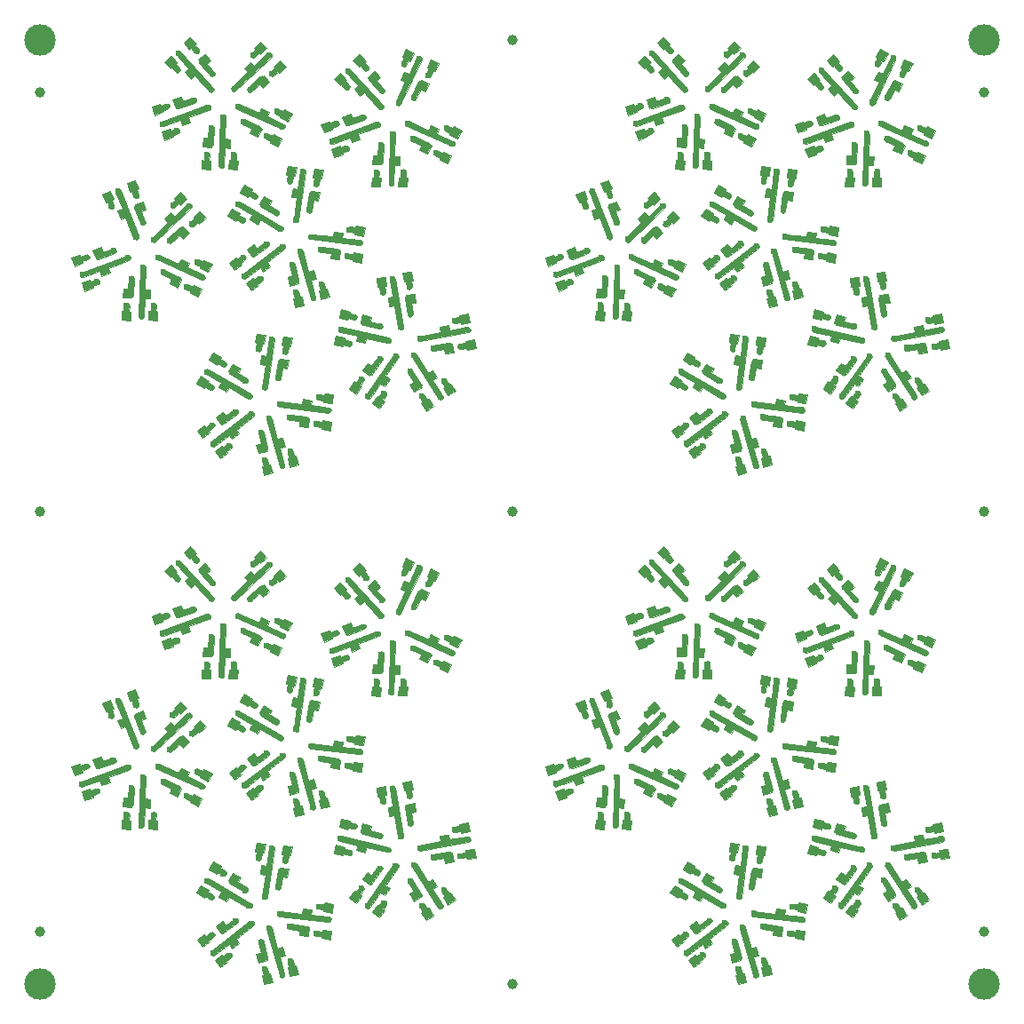
<source format=gbl>
G04 #@! TF.FileFunction,Copper,L2,Bot,Signal*
%FSLAX46Y46*%
G04 Gerber Fmt 4.6, Leading zero omitted, Abs format (unit mm)*
G04 Created by KiCad (PCBNEW 4.0.4+dfsg1-stable) date Sat Feb  4 15:40:44 2017*
%MOMM*%
%LPD*%
G01*
G04 APERTURE LIST*
%ADD10C,0.100000*%
%ADD11C,0.002540*%
%ADD12C,1.000000*%
%ADD13C,3.000000*%
%ADD14C,0.600000*%
%ADD15C,0.250000*%
G04 APERTURE END LIST*
D10*
D11*
G36*
X19304000Y-4734560D02*
X18669000Y-5298440D01*
X19232880Y-5935980D01*
X19362420Y-5819140D01*
X19725640Y-6225540D01*
X19870420Y-6311900D01*
X20015200Y-6289040D01*
X20126960Y-6189980D01*
X20165060Y-6047740D01*
X20099020Y-5895340D01*
X19738340Y-5486400D01*
X19867880Y-5369560D01*
X19304000Y-4734560D01*
X19304000Y-4734560D01*
G37*
X19304000Y-4734560D02*
X18669000Y-5298440D01*
X19232880Y-5935980D01*
X19362420Y-5819140D01*
X19725640Y-6225540D01*
X19870420Y-6311900D01*
X20015200Y-6289040D01*
X20126960Y-6189980D01*
X20165060Y-6047740D01*
X20099020Y-5895340D01*
X19738340Y-5486400D01*
X19867880Y-5369560D01*
X19304000Y-4734560D01*
G36*
X64460120Y-4734560D02*
X63822580Y-5298440D01*
X64389000Y-5935980D01*
X64518540Y-5819140D01*
X64881760Y-6225540D01*
X65026540Y-6311900D01*
X65171320Y-6289040D01*
X65283080Y-6189980D01*
X65321180Y-6047740D01*
X65255140Y-5895340D01*
X64891920Y-5486400D01*
X65024000Y-5369560D01*
X64460120Y-4734560D01*
X64460120Y-4734560D01*
G37*
X64460120Y-4734560D02*
X63822580Y-5298440D01*
X64389000Y-5935980D01*
X64518540Y-5819140D01*
X64881760Y-6225540D01*
X65026540Y-6311900D01*
X65171320Y-6289040D01*
X65283080Y-6189980D01*
X65321180Y-6047740D01*
X65255140Y-5895340D01*
X64891920Y-5486400D01*
X65024000Y-5369560D01*
X64460120Y-4734560D01*
G36*
X26022300Y-5168900D02*
X25400000Y-5745480D01*
X25516840Y-5875020D01*
X25118060Y-6243320D01*
X25034240Y-6390640D01*
X25059640Y-6535420D01*
X25161240Y-6644640D01*
X25303480Y-6682740D01*
X25455880Y-6611620D01*
X25857200Y-6240780D01*
X25976580Y-6370320D01*
X26598880Y-5793740D01*
X26022300Y-5168900D01*
X26022300Y-5168900D01*
G37*
X26022300Y-5168900D02*
X25400000Y-5745480D01*
X25516840Y-5875020D01*
X25118060Y-6243320D01*
X25034240Y-6390640D01*
X25059640Y-6535420D01*
X25161240Y-6644640D01*
X25303480Y-6682740D01*
X25455880Y-6611620D01*
X25857200Y-6240780D01*
X25976580Y-6370320D01*
X26598880Y-5793740D01*
X26022300Y-5168900D01*
G36*
X71178420Y-5168900D02*
X70553580Y-5745480D01*
X70672960Y-5875020D01*
X70271640Y-6243320D01*
X70190360Y-6390640D01*
X70215760Y-6535420D01*
X70317360Y-6644640D01*
X70459600Y-6682740D01*
X70612000Y-6611620D01*
X71013320Y-6240780D01*
X71132700Y-6370320D01*
X71755000Y-5793740D01*
X71178420Y-5168900D01*
X71178420Y-5168900D01*
G37*
X71178420Y-5168900D02*
X70553580Y-5745480D01*
X70672960Y-5875020D01*
X70271640Y-6243320D01*
X70190360Y-6390640D01*
X70215760Y-6535420D01*
X70317360Y-6644640D01*
X70459600Y-6682740D01*
X70612000Y-6611620D01*
X71013320Y-6240780D01*
X71132700Y-6370320D01*
X71755000Y-5793740D01*
X71178420Y-5168900D01*
G36*
X39895780Y-5875020D02*
X39522400Y-6639560D01*
X39679880Y-6715760D01*
X39441120Y-7205980D01*
X39413180Y-7373620D01*
X39491920Y-7503160D01*
X39626540Y-7569200D01*
X39773860Y-7551420D01*
X39890700Y-7424420D01*
X40129460Y-6934200D01*
X40286940Y-7012940D01*
X40660320Y-6248400D01*
X39895780Y-5875020D01*
X39895780Y-5875020D01*
G37*
X39895780Y-5875020D02*
X39522400Y-6639560D01*
X39679880Y-6715760D01*
X39441120Y-7205980D01*
X39413180Y-7373620D01*
X39491920Y-7503160D01*
X39626540Y-7569200D01*
X39773860Y-7551420D01*
X39890700Y-7424420D01*
X40129460Y-6934200D01*
X40286940Y-7012940D01*
X40660320Y-6248400D01*
X39895780Y-5875020D01*
G36*
X85051900Y-5875020D02*
X84678520Y-6639560D01*
X84836000Y-6715760D01*
X84597240Y-7205980D01*
X84569300Y-7373620D01*
X84645500Y-7503160D01*
X84780120Y-7569200D01*
X84929980Y-7551420D01*
X85046820Y-7424420D01*
X85285580Y-6934200D01*
X85443060Y-7012940D01*
X85816440Y-6248400D01*
X85051900Y-5875020D01*
X85051900Y-5875020D01*
G37*
X85051900Y-5875020D02*
X84678520Y-6639560D01*
X84836000Y-6715760D01*
X84597240Y-7205980D01*
X84569300Y-7373620D01*
X84645500Y-7503160D01*
X84780120Y-7569200D01*
X84929980Y-7551420D01*
X85046820Y-7424420D01*
X85285580Y-6934200D01*
X85443060Y-7012940D01*
X85816440Y-6248400D01*
X85051900Y-5875020D01*
G36*
X18168620Y-6055360D02*
X18054320Y-6088380D01*
X17975580Y-6164580D01*
X17934940Y-6263640D01*
X17940020Y-6372860D01*
X17998440Y-6477000D01*
X19146520Y-7736840D01*
X18775680Y-8067040D01*
X19339560Y-8702040D01*
X19718020Y-8364220D01*
X21120100Y-9903460D01*
X21264880Y-9987280D01*
X21412200Y-9961880D01*
X21521420Y-9862820D01*
X21559520Y-9720580D01*
X21490940Y-9565640D01*
X18369280Y-6139180D01*
X18310860Y-6090920D01*
X18242280Y-6062980D01*
X18168620Y-6055360D01*
X18168620Y-6055360D01*
X18168620Y-6055360D01*
G37*
X18168620Y-6055360D02*
X18054320Y-6088380D01*
X17975580Y-6164580D01*
X17934940Y-6263640D01*
X17940020Y-6372860D01*
X17998440Y-6477000D01*
X19146520Y-7736840D01*
X18775680Y-8067040D01*
X19339560Y-8702040D01*
X19718020Y-8364220D01*
X21120100Y-9903460D01*
X21264880Y-9987280D01*
X21412200Y-9961880D01*
X21521420Y-9862820D01*
X21559520Y-9720580D01*
X21490940Y-9565640D01*
X18369280Y-6139180D01*
X18310860Y-6090920D01*
X18242280Y-6062980D01*
X18168620Y-6055360D01*
X18168620Y-6055360D01*
G36*
X63322200Y-6055360D02*
X63210440Y-6088380D01*
X63129160Y-6164580D01*
X63091060Y-6263640D01*
X63096140Y-6372860D01*
X63154560Y-6477000D01*
X64302640Y-7736840D01*
X63929260Y-8067040D01*
X64493140Y-8702040D01*
X64874140Y-8364220D01*
X66276220Y-9903460D01*
X66421000Y-9987280D01*
X66568320Y-9961880D01*
X66677540Y-9862820D01*
X66715640Y-9720580D01*
X66644520Y-9565640D01*
X63522860Y-6139180D01*
X63466980Y-6090920D01*
X63398400Y-6062980D01*
X63322200Y-6055360D01*
X63322200Y-6055360D01*
X63322200Y-6055360D01*
G37*
X63322200Y-6055360D02*
X63210440Y-6088380D01*
X63129160Y-6164580D01*
X63091060Y-6263640D01*
X63096140Y-6372860D01*
X63154560Y-6477000D01*
X64302640Y-7736840D01*
X63929260Y-8067040D01*
X64493140Y-8702040D01*
X64874140Y-8364220D01*
X66276220Y-9903460D01*
X66421000Y-9987280D01*
X66568320Y-9961880D01*
X66677540Y-9862820D01*
X66715640Y-9720580D01*
X66644520Y-9565640D01*
X63522860Y-6139180D01*
X63466980Y-6090920D01*
X63398400Y-6062980D01*
X63322200Y-6055360D01*
X63322200Y-6055360D01*
G36*
X26840180Y-6238240D02*
X26746200Y-6256020D01*
X26667460Y-6309360D01*
X25430480Y-7480300D01*
X25092660Y-7114540D01*
X24467820Y-7693660D01*
X24813260Y-8067040D01*
X23301960Y-9497060D01*
X23223220Y-9644380D01*
X23251160Y-9789160D01*
X23352760Y-9898380D01*
X23495000Y-9931400D01*
X23647400Y-9860280D01*
X27010360Y-6670040D01*
X27078940Y-6565900D01*
X27089100Y-6451600D01*
X27045920Y-6344920D01*
X26962100Y-6266180D01*
X26840180Y-6238240D01*
X26840180Y-6238240D01*
X26840180Y-6238240D01*
G37*
X26840180Y-6238240D02*
X26746200Y-6256020D01*
X26667460Y-6309360D01*
X25430480Y-7480300D01*
X25092660Y-7114540D01*
X24467820Y-7693660D01*
X24813260Y-8067040D01*
X23301960Y-9497060D01*
X23223220Y-9644380D01*
X23251160Y-9789160D01*
X23352760Y-9898380D01*
X23495000Y-9931400D01*
X23647400Y-9860280D01*
X27010360Y-6670040D01*
X27078940Y-6565900D01*
X27089100Y-6451600D01*
X27045920Y-6344920D01*
X26962100Y-6266180D01*
X26840180Y-6238240D01*
X26840180Y-6238240D01*
G36*
X71996300Y-6238240D02*
X71902320Y-6256020D01*
X71821040Y-6309360D01*
X70584060Y-7480300D01*
X70246240Y-7114540D01*
X69623940Y-7693660D01*
X69966840Y-8067040D01*
X68458080Y-9497060D01*
X68379340Y-9644380D01*
X68404740Y-9789160D01*
X68506340Y-9898380D01*
X68651120Y-9931400D01*
X68803520Y-9860280D01*
X72166480Y-6670040D01*
X72235060Y-6565900D01*
X72245220Y-6451600D01*
X72202040Y-6344920D01*
X72118220Y-6266180D01*
X71996300Y-6238240D01*
X71996300Y-6238240D01*
X71996300Y-6238240D01*
G37*
X71996300Y-6238240D02*
X71902320Y-6256020D01*
X71821040Y-6309360D01*
X70584060Y-7480300D01*
X70246240Y-7114540D01*
X69623940Y-7693660D01*
X69966840Y-8067040D01*
X68458080Y-9497060D01*
X68379340Y-9644380D01*
X68404740Y-9789160D01*
X68506340Y-9898380D01*
X68651120Y-9931400D01*
X68803520Y-9860280D01*
X72166480Y-6670040D01*
X72235060Y-6565900D01*
X72245220Y-6451600D01*
X72202040Y-6344920D01*
X72118220Y-6266180D01*
X71996300Y-6238240D01*
X71996300Y-6238240D01*
G36*
X20718780Y-6339840D02*
X20083780Y-6906260D01*
X20126960Y-6954520D01*
X20114260Y-7040880D01*
X20132040Y-7127240D01*
X20180300Y-7200900D01*
X21221700Y-8374380D01*
X21369020Y-8465820D01*
X21516340Y-8442960D01*
X21630640Y-8343900D01*
X21668740Y-8199120D01*
X21595080Y-8041640D01*
X20929600Y-7289800D01*
X21282660Y-6977380D01*
X20718780Y-6339840D01*
X20718780Y-6339840D01*
G37*
X20718780Y-6339840D02*
X20083780Y-6906260D01*
X20126960Y-6954520D01*
X20114260Y-7040880D01*
X20132040Y-7127240D01*
X20180300Y-7200900D01*
X21221700Y-8374380D01*
X21369020Y-8465820D01*
X21516340Y-8442960D01*
X21630640Y-8343900D01*
X21668740Y-8199120D01*
X21595080Y-8041640D01*
X20929600Y-7289800D01*
X21282660Y-6977380D01*
X20718780Y-6339840D01*
G36*
X65874900Y-6339840D02*
X65239900Y-6906260D01*
X65283080Y-6954520D01*
X65270380Y-7040880D01*
X65288160Y-7127240D01*
X65336420Y-7200900D01*
X66377820Y-8374380D01*
X66522600Y-8465820D01*
X66672460Y-8442960D01*
X66784220Y-8343900D01*
X66824860Y-8199120D01*
X66751200Y-8041640D01*
X66085720Y-7289800D01*
X66438780Y-6977380D01*
X65874900Y-6339840D01*
X65874900Y-6339840D01*
G37*
X65874900Y-6339840D02*
X65239900Y-6906260D01*
X65283080Y-6954520D01*
X65270380Y-7040880D01*
X65288160Y-7127240D01*
X65336420Y-7200900D01*
X66377820Y-8374380D01*
X66522600Y-8465820D01*
X66672460Y-8442960D01*
X66784220Y-8343900D01*
X66824860Y-8199120D01*
X66751200Y-8041640D01*
X66085720Y-7289800D01*
X66438780Y-6977380D01*
X65874900Y-6339840D01*
G36*
X35453320Y-6372860D02*
X34818320Y-6939280D01*
X35384740Y-7574280D01*
X35514280Y-7457440D01*
X35877500Y-7863840D01*
X36024820Y-7955280D01*
X36172140Y-7934960D01*
X36286440Y-7833360D01*
X36324540Y-7688580D01*
X36250880Y-7531100D01*
X35887660Y-7124700D01*
X36019740Y-7007860D01*
X35453320Y-6372860D01*
X35453320Y-6372860D01*
G37*
X35453320Y-6372860D02*
X34818320Y-6939280D01*
X35384740Y-7574280D01*
X35514280Y-7457440D01*
X35877500Y-7863840D01*
X36024820Y-7955280D01*
X36172140Y-7934960D01*
X36286440Y-7833360D01*
X36324540Y-7688580D01*
X36250880Y-7531100D01*
X35887660Y-7124700D01*
X36019740Y-7007860D01*
X35453320Y-6372860D01*
G36*
X80609440Y-6372860D02*
X79974440Y-6939280D01*
X80540860Y-7574280D01*
X80670400Y-7457440D01*
X81033620Y-7863840D01*
X81178400Y-7955280D01*
X81328260Y-7934960D01*
X81442560Y-7833360D01*
X81480660Y-7688580D01*
X81407000Y-7531100D01*
X81043780Y-7124700D01*
X81173320Y-7007860D01*
X80609440Y-6372860D01*
X80609440Y-6372860D01*
G37*
X80609440Y-6372860D02*
X79974440Y-6939280D01*
X80540860Y-7574280D01*
X80670400Y-7457440D01*
X81033620Y-7863840D01*
X81178400Y-7955280D01*
X81328260Y-7934960D01*
X81442560Y-7833360D01*
X81480660Y-7688580D01*
X81407000Y-7531100D01*
X81043780Y-7124700D01*
X81173320Y-7007860D01*
X80609440Y-6372860D01*
G36*
X17482820Y-6532880D02*
X16847820Y-7096760D01*
X17411700Y-7731760D01*
X17541240Y-7614920D01*
X17904460Y-8023860D01*
X18049240Y-8107680D01*
X18194020Y-8084820D01*
X18305780Y-7988300D01*
X18346420Y-7846060D01*
X18277840Y-7691120D01*
X17917160Y-7284720D01*
X18046700Y-7167880D01*
X17482820Y-6532880D01*
X17482820Y-6532880D01*
G37*
X17482820Y-6532880D02*
X16847820Y-7096760D01*
X17411700Y-7731760D01*
X17541240Y-7614920D01*
X17904460Y-8023860D01*
X18049240Y-8107680D01*
X18194020Y-8084820D01*
X18305780Y-7988300D01*
X18346420Y-7846060D01*
X18277840Y-7691120D01*
X17917160Y-7284720D01*
X18046700Y-7167880D01*
X17482820Y-6532880D01*
G36*
X62638940Y-6532880D02*
X62003940Y-7096760D01*
X62567820Y-7731760D01*
X62697360Y-7614920D01*
X63060580Y-8023860D01*
X63205360Y-8107680D01*
X63350140Y-8084820D01*
X63461900Y-7988300D01*
X63500000Y-7846060D01*
X63433960Y-7691120D01*
X63070740Y-7284720D01*
X63202820Y-7167880D01*
X62638940Y-6532880D01*
X62638940Y-6532880D01*
G37*
X62638940Y-6532880D02*
X62003940Y-7096760D01*
X62567820Y-7731760D01*
X62697360Y-7614920D01*
X63060580Y-8023860D01*
X63205360Y-8107680D01*
X63350140Y-8084820D01*
X63461900Y-7988300D01*
X63500000Y-7846060D01*
X63433960Y-7691120D01*
X63070740Y-7284720D01*
X63202820Y-7167880D01*
X62638940Y-6532880D01*
G36*
X41142920Y-6558280D02*
X41046400Y-6573520D01*
X40965120Y-6624320D01*
X40909240Y-6705600D01*
X40180260Y-8244840D01*
X39733220Y-8026400D01*
X39359840Y-8790940D01*
X39817040Y-9014460D01*
X38928040Y-10894060D01*
X38905180Y-11061700D01*
X38983920Y-11188700D01*
X39118540Y-11252200D01*
X39263320Y-11231880D01*
X39380160Y-11107420D01*
X41361360Y-6918960D01*
X41386760Y-6817360D01*
X41371520Y-6720840D01*
X41320720Y-6639560D01*
X41241980Y-6581140D01*
X41142920Y-6558280D01*
X41142920Y-6558280D01*
X41142920Y-6558280D01*
G37*
X41142920Y-6558280D02*
X41046400Y-6573520D01*
X40965120Y-6624320D01*
X40909240Y-6705600D01*
X40180260Y-8244840D01*
X39733220Y-8026400D01*
X39359840Y-8790940D01*
X39817040Y-9014460D01*
X38928040Y-10894060D01*
X38905180Y-11061700D01*
X38983920Y-11188700D01*
X39118540Y-11252200D01*
X39263320Y-11231880D01*
X39380160Y-11107420D01*
X41361360Y-6918960D01*
X41386760Y-6817360D01*
X41371520Y-6720840D01*
X41320720Y-6639560D01*
X41241980Y-6581140D01*
X41142920Y-6558280D01*
X41142920Y-6558280D01*
G36*
X86296500Y-6558280D02*
X86202520Y-6573520D01*
X86121240Y-6624320D01*
X86062820Y-6705600D01*
X85336380Y-8244840D01*
X84889340Y-8026400D01*
X84515960Y-8790940D01*
X84973160Y-9014460D01*
X84084160Y-10894060D01*
X84061300Y-11061700D01*
X84140040Y-11188700D01*
X84274660Y-11252200D01*
X84419440Y-11231880D01*
X84536280Y-11107420D01*
X86514940Y-6918960D01*
X86540340Y-6817360D01*
X86525100Y-6720840D01*
X86476840Y-6639560D01*
X86398100Y-6581140D01*
X86296500Y-6558280D01*
X86296500Y-6558280D01*
X86296500Y-6558280D01*
G37*
X86296500Y-6558280D02*
X86202520Y-6573520D01*
X86121240Y-6624320D01*
X86062820Y-6705600D01*
X85336380Y-8244840D01*
X84889340Y-8026400D01*
X84515960Y-8790940D01*
X84973160Y-9014460D01*
X84084160Y-10894060D01*
X84061300Y-11061700D01*
X84140040Y-11188700D01*
X84274660Y-11252200D01*
X84419440Y-11231880D01*
X84536280Y-11107420D01*
X86514940Y-6918960D01*
X86540340Y-6817360D01*
X86525100Y-6720840D01*
X86476840Y-6639560D01*
X86398100Y-6581140D01*
X86296500Y-6558280D01*
X86296500Y-6558280D01*
G36*
X42252900Y-6875780D02*
X41879520Y-7637780D01*
X42034460Y-7716520D01*
X41795700Y-8204200D01*
X41770300Y-8374380D01*
X41846500Y-8501380D01*
X41981120Y-8567420D01*
X42128440Y-8549640D01*
X42245280Y-8425180D01*
X42484040Y-7934960D01*
X42641520Y-8011160D01*
X43014900Y-7249160D01*
X42252900Y-6875780D01*
X42252900Y-6875780D01*
G37*
X42252900Y-6875780D02*
X41879520Y-7637780D01*
X42034460Y-7716520D01*
X41795700Y-8204200D01*
X41770300Y-8374380D01*
X41846500Y-8501380D01*
X41981120Y-8567420D01*
X42128440Y-8549640D01*
X42245280Y-8425180D01*
X42484040Y-7934960D01*
X42641520Y-8011160D01*
X43014900Y-7249160D01*
X42252900Y-6875780D01*
G36*
X87406480Y-6875780D02*
X87033100Y-7637780D01*
X87190580Y-7716520D01*
X86951820Y-8204200D01*
X86926420Y-8374380D01*
X87002620Y-8501380D01*
X87137240Y-8567420D01*
X87284560Y-8549640D01*
X87401400Y-8425180D01*
X87640160Y-7934960D01*
X87797640Y-8011160D01*
X88171020Y-7249160D01*
X87406480Y-6875780D01*
X87406480Y-6875780D01*
G37*
X87406480Y-6875780D02*
X87033100Y-7637780D01*
X87190580Y-7716520D01*
X86951820Y-8204200D01*
X86926420Y-8374380D01*
X87002620Y-8501380D01*
X87137240Y-8567420D01*
X87284560Y-8549640D01*
X87401400Y-8425180D01*
X87640160Y-7934960D01*
X87797640Y-8011160D01*
X88171020Y-7249160D01*
X87406480Y-6875780D01*
G36*
X27856180Y-6954520D02*
X27231340Y-7531100D01*
X27350720Y-7658100D01*
X26951940Y-8028940D01*
X26863040Y-8176260D01*
X26885900Y-8326120D01*
X26990040Y-8437880D01*
X27134820Y-8473440D01*
X27289760Y-8397240D01*
X27691080Y-8026400D01*
X27810460Y-8155940D01*
X28432760Y-7579360D01*
X27856180Y-6954520D01*
X27856180Y-6954520D01*
G37*
X27856180Y-6954520D02*
X27231340Y-7531100D01*
X27350720Y-7658100D01*
X26951940Y-8028940D01*
X26863040Y-8176260D01*
X26885900Y-8326120D01*
X26990040Y-8437880D01*
X27134820Y-8473440D01*
X27289760Y-8397240D01*
X27691080Y-8026400D01*
X27810460Y-8155940D01*
X28432760Y-7579360D01*
X27856180Y-6954520D01*
G36*
X73012300Y-6954520D02*
X72387460Y-7531100D01*
X72506840Y-7658100D01*
X72105520Y-8028940D01*
X72016620Y-8176260D01*
X72042020Y-8326120D01*
X72143620Y-8437880D01*
X72290940Y-8473440D01*
X72445880Y-8397240D01*
X72847200Y-8026400D01*
X72964040Y-8155940D01*
X73588880Y-7579360D01*
X73012300Y-6954520D01*
X73012300Y-6954520D01*
G37*
X73012300Y-6954520D02*
X72387460Y-7531100D01*
X72506840Y-7658100D01*
X72105520Y-8028940D01*
X72016620Y-8176260D01*
X72042020Y-8326120D01*
X72143620Y-8437880D01*
X72290940Y-8473440D01*
X72445880Y-8397240D01*
X72847200Y-8026400D01*
X72964040Y-8155940D01*
X73588880Y-7579360D01*
X73012300Y-6954520D01*
G36*
X34320480Y-7696200D02*
X34206180Y-7731760D01*
X34127440Y-7805420D01*
X34086800Y-7907020D01*
X34091880Y-8016240D01*
X34152840Y-8117840D01*
X35300920Y-9375140D01*
X34930080Y-9707880D01*
X35496500Y-10340340D01*
X35877500Y-10002520D01*
X37279580Y-11539220D01*
X37426900Y-11620500D01*
X37571680Y-11595100D01*
X37680900Y-11496040D01*
X37719000Y-11353800D01*
X37650420Y-11201400D01*
X34521140Y-7780020D01*
X34462720Y-7731760D01*
X34394140Y-7703820D01*
X34320480Y-7696200D01*
X34320480Y-7696200D01*
X34320480Y-7696200D01*
G37*
X34320480Y-7696200D02*
X34206180Y-7731760D01*
X34127440Y-7805420D01*
X34086800Y-7907020D01*
X34091880Y-8016240D01*
X34152840Y-8117840D01*
X35300920Y-9375140D01*
X34930080Y-9707880D01*
X35496500Y-10340340D01*
X35877500Y-10002520D01*
X37279580Y-11539220D01*
X37426900Y-11620500D01*
X37571680Y-11595100D01*
X37680900Y-11496040D01*
X37719000Y-11353800D01*
X37650420Y-11201400D01*
X34521140Y-7780020D01*
X34462720Y-7731760D01*
X34394140Y-7703820D01*
X34320480Y-7696200D01*
X34320480Y-7696200D01*
G36*
X79474060Y-7696200D02*
X79362300Y-7731760D01*
X79283560Y-7805420D01*
X79242920Y-7907020D01*
X79248000Y-8016240D01*
X79306420Y-8117840D01*
X80457040Y-9375140D01*
X80086200Y-9707880D01*
X80652620Y-10340340D01*
X81031080Y-10002520D01*
X82435700Y-11539220D01*
X82583020Y-11620500D01*
X82727800Y-11595100D01*
X82837020Y-11496040D01*
X82875120Y-11353800D01*
X82804000Y-11201400D01*
X79674720Y-7780020D01*
X79618840Y-7731760D01*
X79550260Y-7703820D01*
X79474060Y-7696200D01*
X79474060Y-7696200D01*
X79474060Y-7696200D01*
G37*
X79474060Y-7696200D02*
X79362300Y-7731760D01*
X79283560Y-7805420D01*
X79242920Y-7907020D01*
X79248000Y-8016240D01*
X79306420Y-8117840D01*
X80457040Y-9375140D01*
X80086200Y-9707880D01*
X80652620Y-10340340D01*
X81031080Y-10002520D01*
X82435700Y-11539220D01*
X82583020Y-11620500D01*
X82727800Y-11595100D01*
X82837020Y-11496040D01*
X82875120Y-11353800D01*
X82804000Y-11201400D01*
X79674720Y-7780020D01*
X79618840Y-7731760D01*
X79550260Y-7703820D01*
X79474060Y-7696200D01*
X79474060Y-7696200D01*
G36*
X36870640Y-7975600D02*
X36238180Y-8542020D01*
X36281360Y-8590280D01*
X36268660Y-8679180D01*
X36286440Y-8763000D01*
X36334700Y-8839200D01*
X37378640Y-10010140D01*
X37523420Y-10093960D01*
X37668200Y-10071100D01*
X37779960Y-9972040D01*
X37818060Y-9829800D01*
X37752020Y-9674860D01*
X37084000Y-8928100D01*
X37437060Y-8610600D01*
X36870640Y-7975600D01*
X36870640Y-7975600D01*
G37*
X36870640Y-7975600D02*
X36238180Y-8542020D01*
X36281360Y-8590280D01*
X36268660Y-8679180D01*
X36286440Y-8763000D01*
X36334700Y-8839200D01*
X37378640Y-10010140D01*
X37523420Y-10093960D01*
X37668200Y-10071100D01*
X37779960Y-9972040D01*
X37818060Y-9829800D01*
X37752020Y-9674860D01*
X37084000Y-8928100D01*
X37437060Y-8610600D01*
X36870640Y-7975600D01*
G36*
X82026760Y-7975600D02*
X81391760Y-8542020D01*
X81437480Y-8590280D01*
X81424780Y-8679180D01*
X81442560Y-8763000D01*
X81490820Y-8839200D01*
X82534760Y-10010140D01*
X82679540Y-10093960D01*
X82824320Y-10071100D01*
X82936080Y-9972040D01*
X82974180Y-9829800D01*
X82908140Y-9674860D01*
X82240120Y-8928100D01*
X82593180Y-8610600D01*
X82026760Y-7975600D01*
X82026760Y-7975600D01*
G37*
X82026760Y-7975600D02*
X81391760Y-8542020D01*
X81437480Y-8590280D01*
X81424780Y-8679180D01*
X81442560Y-8763000D01*
X81490820Y-8839200D01*
X82534760Y-10010140D01*
X82679540Y-10093960D01*
X82824320Y-10071100D01*
X82936080Y-9972040D01*
X82974180Y-9829800D01*
X82908140Y-9674860D01*
X82240120Y-8928100D01*
X82593180Y-8610600D01*
X82026760Y-7975600D01*
G36*
X33634680Y-8176260D02*
X33002220Y-8740140D01*
X33566100Y-9375140D01*
X33698180Y-9258300D01*
X34061400Y-9667240D01*
X34206180Y-9751060D01*
X34350960Y-9728200D01*
X34462720Y-9629140D01*
X34500820Y-9486900D01*
X34434780Y-9331960D01*
X34071560Y-8925560D01*
X34201100Y-8811260D01*
X33634680Y-8176260D01*
X33634680Y-8176260D01*
G37*
X33634680Y-8176260D02*
X33002220Y-8740140D01*
X33566100Y-9375140D01*
X33698180Y-9258300D01*
X34061400Y-9667240D01*
X34206180Y-9751060D01*
X34350960Y-9728200D01*
X34462720Y-9629140D01*
X34500820Y-9486900D01*
X34434780Y-9331960D01*
X34071560Y-8925560D01*
X34201100Y-8811260D01*
X33634680Y-8176260D01*
G36*
X78790800Y-8176260D02*
X78155800Y-8740140D01*
X78722220Y-9375140D01*
X78854300Y-9258300D01*
X79214980Y-9667240D01*
X79362300Y-9751060D01*
X79507080Y-9728200D01*
X79618840Y-9629140D01*
X79656940Y-9486900D01*
X79588360Y-9331960D01*
X79227680Y-8925560D01*
X79357220Y-8811260D01*
X78790800Y-8176260D01*
X78790800Y-8176260D01*
G37*
X78790800Y-8176260D02*
X78155800Y-8740140D01*
X78722220Y-9375140D01*
X78854300Y-9258300D01*
X79214980Y-9667240D01*
X79362300Y-9751060D01*
X79507080Y-9728200D01*
X79618840Y-9629140D01*
X79656940Y-9486900D01*
X79588360Y-9331960D01*
X79227680Y-8925560D01*
X79357220Y-8811260D01*
X78790800Y-8176260D01*
G36*
X26278840Y-8402320D02*
X26230580Y-8445500D01*
X26159460Y-8435340D01*
X26065480Y-8453120D01*
X25984200Y-8503920D01*
X24833580Y-9568180D01*
X24744680Y-9715500D01*
X24770080Y-9865360D01*
X24871680Y-9977120D01*
X25019000Y-10012680D01*
X25173940Y-9933940D01*
X25910540Y-9253220D01*
X26233120Y-9601200D01*
X26855420Y-9024620D01*
X26278840Y-8402320D01*
X26278840Y-8402320D01*
G37*
X26278840Y-8402320D02*
X26230580Y-8445500D01*
X26159460Y-8435340D01*
X26065480Y-8453120D01*
X25984200Y-8503920D01*
X24833580Y-9568180D01*
X24744680Y-9715500D01*
X24770080Y-9865360D01*
X24871680Y-9977120D01*
X25019000Y-10012680D01*
X25173940Y-9933940D01*
X25910540Y-9253220D01*
X26233120Y-9601200D01*
X26855420Y-9024620D01*
X26278840Y-8402320D01*
G36*
X71434960Y-8402320D02*
X71386700Y-8445500D01*
X71315580Y-8435340D01*
X71221600Y-8453120D01*
X71140320Y-8503920D01*
X69989700Y-9568180D01*
X69900800Y-9715500D01*
X69923660Y-9865360D01*
X70027800Y-9977120D01*
X70172580Y-10012680D01*
X70327520Y-9933940D01*
X71066660Y-9253220D01*
X71386700Y-9601200D01*
X72011540Y-9024620D01*
X71434960Y-8402320D01*
X71434960Y-8402320D01*
G37*
X71434960Y-8402320D02*
X71386700Y-8445500D01*
X71315580Y-8435340D01*
X71221600Y-8453120D01*
X71140320Y-8503920D01*
X69989700Y-9568180D01*
X69900800Y-9715500D01*
X69923660Y-9865360D01*
X70027800Y-9977120D01*
X70172580Y-10012680D01*
X70327520Y-9933940D01*
X71066660Y-9253220D01*
X71386700Y-9601200D01*
X72011540Y-9024620D01*
X71434960Y-8402320D01*
G36*
X41305480Y-8796020D02*
X41277540Y-8854440D01*
X41191180Y-8877300D01*
X41120060Y-8925560D01*
X41069260Y-8996680D01*
X40380920Y-10406380D01*
X40352980Y-10576560D01*
X40429180Y-10703560D01*
X40563800Y-10769600D01*
X40713660Y-10751820D01*
X40830500Y-10627360D01*
X41269920Y-9723120D01*
X41696640Y-9931400D01*
X42070020Y-9169400D01*
X41305480Y-8796020D01*
X41305480Y-8796020D01*
G37*
X41305480Y-8796020D02*
X41277540Y-8854440D01*
X41191180Y-8877300D01*
X41120060Y-8925560D01*
X41069260Y-8996680D01*
X40380920Y-10406380D01*
X40352980Y-10576560D01*
X40429180Y-10703560D01*
X40563800Y-10769600D01*
X40713660Y-10751820D01*
X40830500Y-10627360D01*
X41269920Y-9723120D01*
X41696640Y-9931400D01*
X42070020Y-9169400D01*
X41305480Y-8796020D01*
G36*
X86461600Y-8796020D02*
X86431120Y-8854440D01*
X86347300Y-8877300D01*
X86276180Y-8925560D01*
X86222840Y-8996680D01*
X85537040Y-10406380D01*
X85509100Y-10576560D01*
X85585300Y-10703560D01*
X85719920Y-10769600D01*
X85869780Y-10751820D01*
X85984080Y-10627360D01*
X86426040Y-9723120D01*
X86852760Y-9931400D01*
X87223600Y-9169400D01*
X86461600Y-8796020D01*
X86461600Y-8796020D01*
G37*
X86461600Y-8796020D02*
X86431120Y-8854440D01*
X86347300Y-8877300D01*
X86276180Y-8925560D01*
X86222840Y-8996680D01*
X85537040Y-10406380D01*
X85509100Y-10576560D01*
X85585300Y-10703560D01*
X85719920Y-10769600D01*
X85869780Y-10751820D01*
X85984080Y-10627360D01*
X86426040Y-9723120D01*
X86852760Y-9931400D01*
X87223600Y-9169400D01*
X86461600Y-8796020D01*
G36*
X18440400Y-10411460D02*
X17637760Y-10693400D01*
X17919700Y-11496040D01*
X17985740Y-11470640D01*
X18059400Y-11516360D01*
X18145760Y-11531600D01*
X18232120Y-11518900D01*
X19710400Y-10998200D01*
X19832320Y-10914380D01*
X19880580Y-10789920D01*
X19860260Y-10660380D01*
X19776440Y-10556240D01*
X19636740Y-10510520D01*
X19545300Y-10525760D01*
X18597880Y-10858500D01*
X18440400Y-10411460D01*
X18440400Y-10411460D01*
G37*
X18440400Y-10411460D02*
X17637760Y-10693400D01*
X17919700Y-11496040D01*
X17985740Y-11470640D01*
X18059400Y-11516360D01*
X18145760Y-11531600D01*
X18232120Y-11518900D01*
X19710400Y-10998200D01*
X19832320Y-10914380D01*
X19880580Y-10789920D01*
X19860260Y-10660380D01*
X19776440Y-10556240D01*
X19636740Y-10510520D01*
X19545300Y-10525760D01*
X18597880Y-10858500D01*
X18440400Y-10411460D01*
G36*
X63596520Y-10411460D02*
X62793880Y-10693400D01*
X63075820Y-11496040D01*
X63141860Y-11470640D01*
X63215520Y-11516360D01*
X63299340Y-11531600D01*
X63385700Y-11518900D01*
X64866520Y-10998200D01*
X64988440Y-10914380D01*
X65034160Y-10789920D01*
X65013840Y-10660380D01*
X64932560Y-10556240D01*
X64790320Y-10510520D01*
X64701420Y-10525760D01*
X63754000Y-10858500D01*
X63596520Y-10411460D01*
X63596520Y-10411460D01*
G37*
X63596520Y-10411460D02*
X62793880Y-10693400D01*
X63075820Y-11496040D01*
X63141860Y-11470640D01*
X63215520Y-11516360D01*
X63299340Y-11531600D01*
X63385700Y-11518900D01*
X64866520Y-10998200D01*
X64988440Y-10914380D01*
X65034160Y-10789920D01*
X65013840Y-10660380D01*
X64932560Y-10556240D01*
X64790320Y-10510520D01*
X64701420Y-10525760D01*
X63754000Y-10858500D01*
X63596520Y-10411460D01*
G36*
X17081500Y-11082020D02*
X16990060Y-11097260D01*
X16476980Y-11280140D01*
X16418560Y-11112500D01*
X15615920Y-11394440D01*
X15897860Y-12197080D01*
X16700500Y-11915140D01*
X16642080Y-11750040D01*
X17157700Y-11569700D01*
X17279620Y-11485880D01*
X17327880Y-11361420D01*
X17307560Y-11229340D01*
X17223740Y-11127740D01*
X17081500Y-11082020D01*
X17081500Y-11082020D01*
X17081500Y-11082020D01*
G37*
X17081500Y-11082020D02*
X16990060Y-11097260D01*
X16476980Y-11280140D01*
X16418560Y-11112500D01*
X15615920Y-11394440D01*
X15897860Y-12197080D01*
X16700500Y-11915140D01*
X16642080Y-11750040D01*
X17157700Y-11569700D01*
X17279620Y-11485880D01*
X17327880Y-11361420D01*
X17307560Y-11229340D01*
X17223740Y-11127740D01*
X17081500Y-11082020D01*
X17081500Y-11082020D01*
G36*
X62237620Y-11082020D02*
X62146180Y-11097260D01*
X61633100Y-11280140D01*
X61574680Y-11112500D01*
X60772040Y-11394440D01*
X61053980Y-12197080D01*
X61856620Y-11915140D01*
X61798200Y-11750040D01*
X62311280Y-11569700D01*
X62433200Y-11485880D01*
X62481460Y-11361420D01*
X62461140Y-11229340D01*
X62379860Y-11127740D01*
X62237620Y-11082020D01*
X62237620Y-11082020D01*
X62237620Y-11082020D01*
G37*
X62237620Y-11082020D02*
X62146180Y-11097260D01*
X61633100Y-11280140D01*
X61574680Y-11112500D01*
X60772040Y-11394440D01*
X61053980Y-12197080D01*
X61856620Y-11915140D01*
X61798200Y-11750040D01*
X62311280Y-11569700D01*
X62433200Y-11485880D01*
X62481460Y-11361420D01*
X62461140Y-11229340D01*
X62379860Y-11127740D01*
X62237620Y-11082020D01*
X62237620Y-11082020D01*
G36*
X23878540Y-11107420D02*
X23736300Y-11140440D01*
X23647400Y-11239500D01*
X23616920Y-11366500D01*
X23655020Y-11490960D01*
X23766780Y-11584940D01*
X27990800Y-13495020D01*
X28160980Y-13520420D01*
X28287980Y-13439140D01*
X28351480Y-13301980D01*
X28328620Y-13152120D01*
X28196540Y-13040360D01*
X26644600Y-12336780D01*
X26855420Y-11887200D01*
X26085800Y-11526520D01*
X25869900Y-11988800D01*
X23975060Y-11130280D01*
X23878540Y-11107420D01*
X23878540Y-11107420D01*
X23878540Y-11107420D01*
G37*
X23878540Y-11107420D02*
X23736300Y-11140440D01*
X23647400Y-11239500D01*
X23616920Y-11366500D01*
X23655020Y-11490960D01*
X23766780Y-11584940D01*
X27990800Y-13495020D01*
X28160980Y-13520420D01*
X28287980Y-13439140D01*
X28351480Y-13301980D01*
X28328620Y-13152120D01*
X28196540Y-13040360D01*
X26644600Y-12336780D01*
X26855420Y-11887200D01*
X26085800Y-11526520D01*
X25869900Y-11988800D01*
X23975060Y-11130280D01*
X23878540Y-11107420D01*
X23878540Y-11107420D01*
G36*
X69032120Y-11107420D02*
X68892420Y-11140440D01*
X68800980Y-11239500D01*
X68773040Y-11366500D01*
X68811140Y-11490960D01*
X68922900Y-11584940D01*
X73146920Y-13495020D01*
X73317100Y-13520420D01*
X73444100Y-13439140D01*
X73507600Y-13301980D01*
X73482200Y-13152120D01*
X73352660Y-13040360D01*
X71800720Y-12336780D01*
X72009000Y-11887200D01*
X71241920Y-11526520D01*
X71026020Y-11988800D01*
X69128640Y-11130280D01*
X69032120Y-11107420D01*
X69032120Y-11107420D01*
X69032120Y-11107420D01*
G37*
X69032120Y-11107420D02*
X68892420Y-11140440D01*
X68800980Y-11239500D01*
X68773040Y-11366500D01*
X68811140Y-11490960D01*
X68922900Y-11584940D01*
X73146920Y-13495020D01*
X73317100Y-13520420D01*
X73444100Y-13439140D01*
X73507600Y-13301980D01*
X73482200Y-13152120D01*
X73352660Y-13040360D01*
X71800720Y-12336780D01*
X72009000Y-11887200D01*
X71241920Y-11526520D01*
X71026020Y-11988800D01*
X69128640Y-11130280D01*
X69032120Y-11107420D01*
X69032120Y-11107420D01*
G36*
X21005800Y-11183620D02*
X20916900Y-11201400D01*
X16563340Y-12793980D01*
X16428720Y-12898120D01*
X16398240Y-13040360D01*
X16449040Y-13180060D01*
X16565880Y-13268960D01*
X16733520Y-13263880D01*
X18336260Y-12677140D01*
X18498820Y-13147040D01*
X19301460Y-12865100D01*
X19133820Y-12385040D01*
X21087080Y-11671300D01*
X21209000Y-11584940D01*
X21254720Y-11460480D01*
X21231860Y-11328400D01*
X21148040Y-11226800D01*
X21005800Y-11183620D01*
X21005800Y-11183620D01*
X21005800Y-11183620D01*
G37*
X21005800Y-11183620D02*
X20916900Y-11201400D01*
X16563340Y-12793980D01*
X16428720Y-12898120D01*
X16398240Y-13040360D01*
X16449040Y-13180060D01*
X16565880Y-13268960D01*
X16733520Y-13263880D01*
X18336260Y-12677140D01*
X18498820Y-13147040D01*
X19301460Y-12865100D01*
X19133820Y-12385040D01*
X21087080Y-11671300D01*
X21209000Y-11584940D01*
X21254720Y-11460480D01*
X21231860Y-11328400D01*
X21148040Y-11226800D01*
X21005800Y-11183620D01*
X21005800Y-11183620D01*
G36*
X66161920Y-11183620D02*
X66070480Y-11201400D01*
X61716920Y-12793980D01*
X61584840Y-12898120D01*
X61551820Y-13040360D01*
X61605160Y-13180060D01*
X61722000Y-13268960D01*
X61889640Y-13263880D01*
X63492380Y-12677140D01*
X63654940Y-13147040D01*
X64457580Y-12865100D01*
X64289940Y-12385040D01*
X66243200Y-11671300D01*
X66365120Y-11584940D01*
X66410840Y-11460480D01*
X66387980Y-11328400D01*
X66304160Y-11226800D01*
X66161920Y-11183620D01*
X66161920Y-11183620D01*
X66161920Y-11183620D01*
G37*
X66161920Y-11183620D02*
X66070480Y-11201400D01*
X61716920Y-12793980D01*
X61584840Y-12898120D01*
X61551820Y-13040360D01*
X61605160Y-13180060D01*
X61722000Y-13268960D01*
X61889640Y-13263880D01*
X63492380Y-12677140D01*
X63654940Y-13147040D01*
X64457580Y-12865100D01*
X64289940Y-12385040D01*
X66243200Y-11671300D01*
X66365120Y-11584940D01*
X66410840Y-11460480D01*
X66387980Y-11328400D01*
X66304160Y-11226800D01*
X66161920Y-11183620D01*
X66161920Y-11183620D01*
G36*
X27548840Y-11557000D02*
X27416760Y-11602720D01*
X27335480Y-11699240D01*
X27312620Y-11823700D01*
X27353260Y-11945620D01*
X27459940Y-12034520D01*
X27952700Y-12265660D01*
X27879040Y-12423140D01*
X28648660Y-12783820D01*
X29009340Y-12014200D01*
X28239720Y-11653520D01*
X28163520Y-11813540D01*
X27670760Y-11582400D01*
X27612340Y-11562080D01*
X27548840Y-11557000D01*
X27548840Y-11557000D01*
X27548840Y-11557000D01*
G37*
X27548840Y-11557000D02*
X27416760Y-11602720D01*
X27335480Y-11699240D01*
X27312620Y-11823700D01*
X27353260Y-11945620D01*
X27459940Y-12034520D01*
X27952700Y-12265660D01*
X27879040Y-12423140D01*
X28648660Y-12783820D01*
X29009340Y-12014200D01*
X28239720Y-11653520D01*
X28163520Y-11813540D01*
X27670760Y-11582400D01*
X27612340Y-11562080D01*
X27548840Y-11557000D01*
X27548840Y-11557000D01*
G36*
X72704960Y-11557000D02*
X72572880Y-11602720D01*
X72491600Y-11699240D01*
X72468740Y-11823700D01*
X72506840Y-11945620D01*
X72616060Y-12034520D01*
X73108820Y-12265660D01*
X73035160Y-12423140D01*
X73804780Y-12783820D01*
X74165460Y-12014200D01*
X73393300Y-11653520D01*
X73319640Y-11813540D01*
X72826880Y-11582400D01*
X72768460Y-11562080D01*
X72704960Y-11557000D01*
X72704960Y-11557000D01*
X72704960Y-11557000D01*
G37*
X72704960Y-11557000D02*
X72572880Y-11602720D01*
X72491600Y-11699240D01*
X72468740Y-11823700D01*
X72506840Y-11945620D01*
X72616060Y-12034520D01*
X73108820Y-12265660D01*
X73035160Y-12423140D01*
X73804780Y-12783820D01*
X74165460Y-12014200D01*
X73393300Y-11653520D01*
X73319640Y-11813540D01*
X72826880Y-11582400D01*
X72768460Y-11562080D01*
X72704960Y-11557000D01*
X72704960Y-11557000D01*
G36*
X34602420Y-12054840D02*
X33802320Y-12339320D01*
X34084260Y-13139420D01*
X34147760Y-13116560D01*
X34223960Y-13162280D01*
X34307780Y-13177520D01*
X34394140Y-13162280D01*
X35874960Y-12636500D01*
X35994340Y-12552680D01*
X36042600Y-12428220D01*
X36022280Y-12298680D01*
X35938460Y-12194540D01*
X35798760Y-12151360D01*
X35707320Y-12166600D01*
X34759900Y-12501880D01*
X34602420Y-12054840D01*
X34602420Y-12054840D01*
G37*
X34602420Y-12054840D02*
X33802320Y-12339320D01*
X34084260Y-13139420D01*
X34147760Y-13116560D01*
X34223960Y-13162280D01*
X34307780Y-13177520D01*
X34394140Y-13162280D01*
X35874960Y-12636500D01*
X35994340Y-12552680D01*
X36042600Y-12428220D01*
X36022280Y-12298680D01*
X35938460Y-12194540D01*
X35798760Y-12151360D01*
X35707320Y-12166600D01*
X34759900Y-12501880D01*
X34602420Y-12054840D01*
G36*
X79758540Y-12054840D02*
X78955900Y-12339320D01*
X79240380Y-13139420D01*
X79303880Y-13116560D01*
X79380080Y-13162280D01*
X79463900Y-13177520D01*
X79550260Y-13162280D01*
X81028540Y-12636500D01*
X81150460Y-12552680D01*
X81198720Y-12428220D01*
X81178400Y-12298680D01*
X81094580Y-12194540D01*
X80952340Y-12151360D01*
X80863440Y-12166600D01*
X79916020Y-12501880D01*
X79758540Y-12054840D01*
X79758540Y-12054840D01*
G37*
X79758540Y-12054840D02*
X78955900Y-12339320D01*
X79240380Y-13139420D01*
X79303880Y-13116560D01*
X79380080Y-13162280D01*
X79463900Y-13177520D01*
X79550260Y-13162280D01*
X81028540Y-12636500D01*
X81150460Y-12552680D01*
X81198720Y-12428220D01*
X81178400Y-12298680D01*
X81094580Y-12194540D01*
X80952340Y-12151360D01*
X80863440Y-12166600D01*
X79916020Y-12501880D01*
X79758540Y-12054840D01*
G36*
X22468840Y-12108180D02*
X22369780Y-12125960D01*
X22291040Y-12176760D01*
X22235160Y-12255500D01*
X22212300Y-12352020D01*
X22042120Y-16982440D01*
X22087840Y-17145000D01*
X22207220Y-17228820D01*
X22357080Y-17236440D01*
X22484080Y-17160240D01*
X22539960Y-17002760D01*
X22603460Y-15298420D01*
X23101300Y-15323820D01*
X23141940Y-14475460D01*
X22636480Y-14450060D01*
X22712680Y-12369800D01*
X22697440Y-12270740D01*
X22646640Y-12186920D01*
X22567900Y-12131040D01*
X22468840Y-12108180D01*
X22468840Y-12108180D01*
X22468840Y-12108180D01*
G37*
X22468840Y-12108180D02*
X22369780Y-12125960D01*
X22291040Y-12176760D01*
X22235160Y-12255500D01*
X22212300Y-12352020D01*
X22042120Y-16982440D01*
X22087840Y-17145000D01*
X22207220Y-17228820D01*
X22357080Y-17236440D01*
X22484080Y-17160240D01*
X22539960Y-17002760D01*
X22603460Y-15298420D01*
X23101300Y-15323820D01*
X23141940Y-14475460D01*
X22636480Y-14450060D01*
X22712680Y-12369800D01*
X22697440Y-12270740D01*
X22646640Y-12186920D01*
X22567900Y-12131040D01*
X22468840Y-12108180D01*
X22468840Y-12108180D01*
G36*
X67624960Y-12108180D02*
X67525900Y-12125960D01*
X67444620Y-12176760D01*
X67391280Y-12255500D01*
X67368420Y-12352020D01*
X67195700Y-16982440D01*
X67241420Y-17145000D01*
X67363340Y-17231360D01*
X67510660Y-17236440D01*
X67637660Y-17160240D01*
X67696080Y-17002760D01*
X67759580Y-15298420D01*
X68254880Y-15323820D01*
X68298060Y-14475460D01*
X67790060Y-14450060D01*
X67868800Y-12369800D01*
X67853560Y-12270740D01*
X67802760Y-12186920D01*
X67721480Y-12131040D01*
X67624960Y-12108180D01*
X67624960Y-12108180D01*
X67624960Y-12108180D01*
G37*
X67624960Y-12108180D02*
X67525900Y-12125960D01*
X67444620Y-12176760D01*
X67391280Y-12255500D01*
X67368420Y-12352020D01*
X67195700Y-16982440D01*
X67241420Y-17145000D01*
X67363340Y-17231360D01*
X67510660Y-17236440D01*
X67637660Y-17160240D01*
X67696080Y-17002760D01*
X67759580Y-15298420D01*
X68254880Y-15323820D01*
X68298060Y-14475460D01*
X67790060Y-14450060D01*
X67868800Y-12369800D01*
X67853560Y-12270740D01*
X67802760Y-12186920D01*
X67721480Y-12131040D01*
X67624960Y-12108180D01*
X67624960Y-12108180D01*
G36*
X24363680Y-12550140D02*
X24231600Y-12593320D01*
X24150320Y-12692380D01*
X24127460Y-12816840D01*
X24168100Y-12936220D01*
X24274780Y-13027660D01*
X25184100Y-13451840D01*
X24983440Y-13881100D01*
X25753060Y-14241780D01*
X26113740Y-13472160D01*
X26055320Y-13446760D01*
X26032460Y-13360400D01*
X25981660Y-13289280D01*
X25908000Y-13238480D01*
X24485600Y-12575540D01*
X24427180Y-12555220D01*
X24363680Y-12550140D01*
X24363680Y-12550140D01*
X24363680Y-12550140D01*
G37*
X24363680Y-12550140D02*
X24231600Y-12593320D01*
X24150320Y-12692380D01*
X24127460Y-12816840D01*
X24168100Y-12936220D01*
X24274780Y-13027660D01*
X25184100Y-13451840D01*
X24983440Y-13881100D01*
X25753060Y-14241780D01*
X26113740Y-13472160D01*
X26055320Y-13446760D01*
X26032460Y-13360400D01*
X25981660Y-13289280D01*
X25908000Y-13238480D01*
X24485600Y-12575540D01*
X24427180Y-12555220D01*
X24363680Y-12550140D01*
X24363680Y-12550140D01*
G36*
X69519800Y-12550140D02*
X69387720Y-12593320D01*
X69306440Y-12692380D01*
X69283580Y-12816840D01*
X69321680Y-12936220D01*
X69430900Y-13027660D01*
X70340220Y-13451840D01*
X70137020Y-13881100D01*
X70909180Y-14241780D01*
X71267320Y-13472160D01*
X71211440Y-13446760D01*
X71188580Y-13360400D01*
X71137780Y-13289280D01*
X71061580Y-13238480D01*
X69641720Y-12575540D01*
X69583300Y-12555220D01*
X69519800Y-12550140D01*
X69519800Y-12550140D01*
X69519800Y-12550140D01*
G37*
X69519800Y-12550140D02*
X69387720Y-12593320D01*
X69306440Y-12692380D01*
X69283580Y-12816840D01*
X69321680Y-12936220D01*
X69430900Y-13027660D01*
X70340220Y-13451840D01*
X70137020Y-13881100D01*
X70909180Y-14241780D01*
X71267320Y-13472160D01*
X71211440Y-13446760D01*
X71188580Y-13360400D01*
X71137780Y-13289280D01*
X71061580Y-13238480D01*
X69641720Y-12575540D01*
X69583300Y-12555220D01*
X69519800Y-12550140D01*
X69519800Y-12550140D01*
G36*
X33246060Y-12730480D02*
X33154620Y-12745720D01*
X32641540Y-12928600D01*
X32583120Y-12763500D01*
X31780480Y-13047980D01*
X32064960Y-13848080D01*
X32865060Y-13563600D01*
X32806640Y-13398500D01*
X33322260Y-13218160D01*
X33441640Y-13131800D01*
X33489900Y-13007340D01*
X33469580Y-12877800D01*
X33385760Y-12773660D01*
X33246060Y-12730480D01*
X33246060Y-12730480D01*
X33246060Y-12730480D01*
G37*
X33246060Y-12730480D02*
X33154620Y-12745720D01*
X32641540Y-12928600D01*
X32583120Y-12763500D01*
X31780480Y-13047980D01*
X32064960Y-13848080D01*
X32865060Y-13563600D01*
X32806640Y-13398500D01*
X33322260Y-13218160D01*
X33441640Y-13131800D01*
X33489900Y-13007340D01*
X33469580Y-12877800D01*
X33385760Y-12773660D01*
X33246060Y-12730480D01*
X33246060Y-12730480D01*
G36*
X78399640Y-12730480D02*
X78310740Y-12745720D01*
X77795120Y-12928600D01*
X77736700Y-12763500D01*
X76936600Y-13047980D01*
X77221080Y-13848080D01*
X78021180Y-13563600D01*
X77962760Y-13398500D01*
X78475840Y-13218160D01*
X78597760Y-13131800D01*
X78646020Y-13007340D01*
X78625700Y-12877800D01*
X78541880Y-12773660D01*
X78399640Y-12730480D01*
X78399640Y-12730480D01*
X78399640Y-12730480D01*
G37*
X78399640Y-12730480D02*
X78310740Y-12745720D01*
X77795120Y-12928600D01*
X77736700Y-12763500D01*
X76936600Y-13047980D01*
X77221080Y-13848080D01*
X78021180Y-13563600D01*
X77962760Y-13398500D01*
X78475840Y-13218160D01*
X78597760Y-13131800D01*
X78646020Y-13007340D01*
X78625700Y-12877800D01*
X78541880Y-12773660D01*
X78399640Y-12730480D01*
X78399640Y-12730480D01*
G36*
X40038020Y-12735560D02*
X39895780Y-12771120D01*
X39806880Y-12867640D01*
X39778940Y-12997180D01*
X39817040Y-13121640D01*
X39928800Y-13215620D01*
X44157900Y-15110460D01*
X44325540Y-15130780D01*
X44450000Y-15049500D01*
X44510960Y-14914880D01*
X44488100Y-14767560D01*
X44363640Y-14655800D01*
X42809160Y-13957300D01*
X43017440Y-13507720D01*
X42245280Y-13149580D01*
X42031920Y-13609320D01*
X40134540Y-12758420D01*
X40038020Y-12735560D01*
X40038020Y-12735560D01*
X40038020Y-12735560D01*
G37*
X40038020Y-12735560D02*
X39895780Y-12771120D01*
X39806880Y-12867640D01*
X39778940Y-12997180D01*
X39817040Y-13121640D01*
X39928800Y-13215620D01*
X44157900Y-15110460D01*
X44325540Y-15130780D01*
X44450000Y-15049500D01*
X44510960Y-14914880D01*
X44488100Y-14767560D01*
X44363640Y-14655800D01*
X42809160Y-13957300D01*
X43017440Y-13507720D01*
X42245280Y-13149580D01*
X42031920Y-13609320D01*
X40134540Y-12758420D01*
X40038020Y-12735560D01*
X40038020Y-12735560D01*
G36*
X85194140Y-12735560D02*
X85051900Y-12771120D01*
X84963000Y-12867640D01*
X84932520Y-12997180D01*
X84973160Y-13121640D01*
X85084920Y-13215620D01*
X89314020Y-15110460D01*
X89481660Y-15130780D01*
X89606120Y-15049500D01*
X89667080Y-14914880D01*
X89644220Y-14767560D01*
X89519760Y-14655800D01*
X87962740Y-13957300D01*
X88173560Y-13507720D01*
X87401400Y-13149580D01*
X87188040Y-13609320D01*
X85290660Y-12758420D01*
X85194140Y-12735560D01*
X85194140Y-12735560D01*
X85194140Y-12735560D01*
G37*
X85194140Y-12735560D02*
X85051900Y-12771120D01*
X84963000Y-12867640D01*
X84932520Y-12997180D01*
X84973160Y-13121640D01*
X85084920Y-13215620D01*
X89314020Y-15110460D01*
X89481660Y-15130780D01*
X89606120Y-15049500D01*
X89667080Y-14914880D01*
X89644220Y-14767560D01*
X89519760Y-14655800D01*
X87962740Y-13957300D01*
X88173560Y-13507720D01*
X87401400Y-13149580D01*
X87188040Y-13609320D01*
X85290660Y-12758420D01*
X85194140Y-12735560D01*
X85194140Y-12735560D01*
G36*
X37170360Y-12821920D02*
X37078920Y-12837160D01*
X32730440Y-14442440D01*
X32595820Y-14546580D01*
X32562800Y-14691360D01*
X32616140Y-14831060D01*
X32735520Y-14919960D01*
X32903160Y-14909800D01*
X34503360Y-14320520D01*
X34668460Y-14790420D01*
X35471100Y-14505940D01*
X35300920Y-14025880D01*
X37251640Y-13307060D01*
X37373560Y-13220700D01*
X37419280Y-13096240D01*
X37398960Y-12964160D01*
X37312600Y-12862560D01*
X37170360Y-12821920D01*
X37170360Y-12821920D01*
X37170360Y-12821920D01*
G37*
X37170360Y-12821920D02*
X37078920Y-12837160D01*
X32730440Y-14442440D01*
X32595820Y-14546580D01*
X32562800Y-14691360D01*
X32616140Y-14831060D01*
X32735520Y-14919960D01*
X32903160Y-14909800D01*
X34503360Y-14320520D01*
X34668460Y-14790420D01*
X35471100Y-14505940D01*
X35300920Y-14025880D01*
X37251640Y-13307060D01*
X37373560Y-13220700D01*
X37419280Y-13096240D01*
X37398960Y-12964160D01*
X37312600Y-12862560D01*
X37170360Y-12821920D01*
X37170360Y-12821920D01*
G36*
X82326480Y-12821920D02*
X82235040Y-12837160D01*
X77886560Y-14442440D01*
X77751940Y-14546580D01*
X77718920Y-14691360D01*
X77769720Y-14831060D01*
X77889100Y-14919960D01*
X78059280Y-14909800D01*
X79659480Y-14320520D01*
X79824580Y-14790420D01*
X80627220Y-14505940D01*
X80457040Y-14025880D01*
X82407760Y-13307060D01*
X82529680Y-13220700D01*
X82575400Y-13096240D01*
X82552540Y-12964160D01*
X82468720Y-12862560D01*
X82326480Y-12821920D01*
X82326480Y-12821920D01*
X82326480Y-12821920D01*
G37*
X82326480Y-12821920D02*
X82235040Y-12837160D01*
X77886560Y-14442440D01*
X77751940Y-14546580D01*
X77718920Y-14691360D01*
X77769720Y-14831060D01*
X77889100Y-14919960D01*
X78059280Y-14909800D01*
X79659480Y-14320520D01*
X79824580Y-14790420D01*
X80627220Y-14505940D01*
X80457040Y-14025880D01*
X82407760Y-13307060D01*
X82529680Y-13220700D01*
X82575400Y-13096240D01*
X82552540Y-12964160D01*
X82468720Y-12862560D01*
X82326480Y-12821920D01*
X82326480Y-12821920D01*
G36*
X21328380Y-13124180D02*
X21302980Y-13124180D01*
X21214080Y-13147040D01*
X21140420Y-13200380D01*
X21089620Y-13274040D01*
X21069300Y-13365480D01*
X21021040Y-14368780D01*
X20546060Y-14343380D01*
X20502880Y-15194280D01*
X21353780Y-15234920D01*
X21356320Y-15168880D01*
X21424900Y-15115540D01*
X21473160Y-15041880D01*
X21490940Y-14955520D01*
X21569680Y-13390880D01*
X21556980Y-13289280D01*
X21506180Y-13205460D01*
X21427440Y-13147040D01*
X21328380Y-13124180D01*
X21328380Y-13124180D01*
X21328380Y-13124180D01*
G37*
X21328380Y-13124180D02*
X21302980Y-13124180D01*
X21214080Y-13147040D01*
X21140420Y-13200380D01*
X21089620Y-13274040D01*
X21069300Y-13365480D01*
X21021040Y-14368780D01*
X20546060Y-14343380D01*
X20502880Y-15194280D01*
X21353780Y-15234920D01*
X21356320Y-15168880D01*
X21424900Y-15115540D01*
X21473160Y-15041880D01*
X21490940Y-14955520D01*
X21569680Y-13390880D01*
X21556980Y-13289280D01*
X21506180Y-13205460D01*
X21427440Y-13147040D01*
X21328380Y-13124180D01*
X21328380Y-13124180D01*
G36*
X66484500Y-13124180D02*
X66459100Y-13124180D01*
X66370200Y-13147040D01*
X66296540Y-13200380D01*
X66245740Y-13274040D01*
X66225420Y-13365480D01*
X66174620Y-14368780D01*
X65702180Y-14343380D01*
X65659000Y-15194280D01*
X66507360Y-15234920D01*
X66512440Y-15168880D01*
X66581020Y-15115540D01*
X66629280Y-15041880D01*
X66647060Y-14955520D01*
X66725800Y-13390880D01*
X66710560Y-13289280D01*
X66662300Y-13205460D01*
X66583560Y-13147040D01*
X66484500Y-13124180D01*
X66484500Y-13124180D01*
X66484500Y-13124180D01*
G37*
X66484500Y-13124180D02*
X66459100Y-13124180D01*
X66370200Y-13147040D01*
X66296540Y-13200380D01*
X66245740Y-13274040D01*
X66225420Y-13365480D01*
X66174620Y-14368780D01*
X65702180Y-14343380D01*
X65659000Y-15194280D01*
X66507360Y-15234920D01*
X66512440Y-15168880D01*
X66581020Y-15115540D01*
X66629280Y-15041880D01*
X66647060Y-14955520D01*
X66725800Y-13390880D01*
X66710560Y-13289280D01*
X66662300Y-13205460D01*
X66583560Y-13147040D01*
X66484500Y-13124180D01*
X66484500Y-13124180D01*
G36*
X43710860Y-13174980D02*
X43578780Y-13218160D01*
X43497500Y-13317220D01*
X43472100Y-13441680D01*
X43512740Y-13563600D01*
X43621960Y-13652500D01*
X44117260Y-13881100D01*
X44043600Y-14041120D01*
X44813220Y-14399260D01*
X45171360Y-13627100D01*
X44399200Y-13268960D01*
X44328080Y-13428980D01*
X43832780Y-13197840D01*
X43736260Y-13174980D01*
X43710860Y-13174980D01*
X43710860Y-13174980D01*
X43710860Y-13174980D01*
G37*
X43710860Y-13174980D02*
X43578780Y-13218160D01*
X43497500Y-13317220D01*
X43472100Y-13441680D01*
X43512740Y-13563600D01*
X43621960Y-13652500D01*
X44117260Y-13881100D01*
X44043600Y-14041120D01*
X44813220Y-14399260D01*
X45171360Y-13627100D01*
X44399200Y-13268960D01*
X44328080Y-13428980D01*
X43832780Y-13197840D01*
X43736260Y-13174980D01*
X43710860Y-13174980D01*
X43710860Y-13174980D01*
G36*
X88866980Y-13174980D02*
X88732360Y-13218160D01*
X88651080Y-13317220D01*
X88628220Y-13441680D01*
X88668860Y-13563600D01*
X88778080Y-13652500D01*
X89270840Y-13881100D01*
X89197180Y-14041120D01*
X89969340Y-14399260D01*
X90327480Y-13627100D01*
X89555320Y-13268960D01*
X89481660Y-13428980D01*
X88988900Y-13197840D01*
X88892380Y-13174980D01*
X88866980Y-13174980D01*
X88866980Y-13174980D01*
X88866980Y-13174980D01*
G37*
X88866980Y-13174980D02*
X88732360Y-13218160D01*
X88651080Y-13317220D01*
X88628220Y-13441680D01*
X88668860Y-13563600D01*
X88778080Y-13652500D01*
X89270840Y-13881100D01*
X89197180Y-14041120D01*
X89969340Y-14399260D01*
X90327480Y-13627100D01*
X89555320Y-13268960D01*
X89481660Y-13428980D01*
X88988900Y-13197840D01*
X88892380Y-13174980D01*
X88866980Y-13174980D01*
X88866980Y-13174980D01*
G36*
X18056860Y-13449300D02*
X17965420Y-13464540D01*
X17449800Y-13644880D01*
X17393920Y-13479780D01*
X16591280Y-13761720D01*
X16873220Y-14564360D01*
X17675860Y-14282420D01*
X17617440Y-14117320D01*
X18130520Y-13936980D01*
X18252440Y-13850620D01*
X18300700Y-13726160D01*
X18280380Y-13596620D01*
X18196560Y-13492480D01*
X18056860Y-13449300D01*
X18056860Y-13449300D01*
X18056860Y-13449300D01*
G37*
X18056860Y-13449300D02*
X17965420Y-13464540D01*
X17449800Y-13644880D01*
X17393920Y-13479780D01*
X16591280Y-13761720D01*
X16873220Y-14564360D01*
X17675860Y-14282420D01*
X17617440Y-14117320D01*
X18130520Y-13936980D01*
X18252440Y-13850620D01*
X18300700Y-13726160D01*
X18280380Y-13596620D01*
X18196560Y-13492480D01*
X18056860Y-13449300D01*
X18056860Y-13449300D01*
G36*
X63210440Y-13449300D02*
X63121540Y-13464540D01*
X62605920Y-13644880D01*
X62547500Y-13479780D01*
X61747400Y-13761720D01*
X62029340Y-14564360D01*
X62829440Y-14282420D01*
X62773560Y-14117320D01*
X63286640Y-13936980D01*
X63408560Y-13850620D01*
X63454280Y-13726160D01*
X63433960Y-13596620D01*
X63352680Y-13492480D01*
X63210440Y-13449300D01*
X63210440Y-13449300D01*
X63210440Y-13449300D01*
G37*
X63210440Y-13449300D02*
X63121540Y-13464540D01*
X62605920Y-13644880D01*
X62547500Y-13479780D01*
X61747400Y-13761720D01*
X62029340Y-14564360D01*
X62829440Y-14282420D01*
X62773560Y-14117320D01*
X63286640Y-13936980D01*
X63408560Y-13850620D01*
X63454280Y-13726160D01*
X63433960Y-13596620D01*
X63352680Y-13492480D01*
X63210440Y-13449300D01*
X63210440Y-13449300D01*
G36*
X38635940Y-13738860D02*
X38536880Y-13756640D01*
X38455600Y-13809980D01*
X38402260Y-13886180D01*
X38379400Y-13982700D01*
X38221920Y-18615660D01*
X38262560Y-18783300D01*
X38387020Y-18872200D01*
X38536880Y-18877280D01*
X38666420Y-18798540D01*
X38719760Y-18633440D01*
X38778180Y-16929100D01*
X39276020Y-16951960D01*
X39316660Y-16103600D01*
X38808660Y-16080740D01*
X38879780Y-14000480D01*
X38864540Y-13901420D01*
X38813740Y-13817600D01*
X38732460Y-13761720D01*
X38635940Y-13738860D01*
X38635940Y-13738860D01*
X38635940Y-13738860D01*
G37*
X38635940Y-13738860D02*
X38536880Y-13756640D01*
X38455600Y-13809980D01*
X38402260Y-13886180D01*
X38379400Y-13982700D01*
X38221920Y-18615660D01*
X38262560Y-18783300D01*
X38387020Y-18872200D01*
X38536880Y-18877280D01*
X38666420Y-18798540D01*
X38719760Y-18633440D01*
X38778180Y-16929100D01*
X39276020Y-16951960D01*
X39316660Y-16103600D01*
X38808660Y-16080740D01*
X38879780Y-14000480D01*
X38864540Y-13901420D01*
X38813740Y-13817600D01*
X38732460Y-13761720D01*
X38635940Y-13738860D01*
X38635940Y-13738860D01*
G36*
X83789520Y-13738860D02*
X83693000Y-13756640D01*
X83611720Y-13809980D01*
X83558380Y-13886180D01*
X83535520Y-13982700D01*
X83375500Y-18615660D01*
X83418680Y-18783300D01*
X83540600Y-18872200D01*
X83693000Y-18877280D01*
X83822540Y-18798540D01*
X83875880Y-18633440D01*
X83934300Y-16929100D01*
X84432140Y-16951960D01*
X84470240Y-16103600D01*
X83962240Y-16080740D01*
X84035900Y-14000480D01*
X84020660Y-13901420D01*
X83967320Y-13817600D01*
X83888580Y-13761720D01*
X83789520Y-13738860D01*
X83789520Y-13738860D01*
X83789520Y-13738860D01*
G37*
X83789520Y-13738860D02*
X83693000Y-13756640D01*
X83611720Y-13809980D01*
X83558380Y-13886180D01*
X83535520Y-13982700D01*
X83375500Y-18615660D01*
X83418680Y-18783300D01*
X83540600Y-18872200D01*
X83693000Y-18877280D01*
X83822540Y-18798540D01*
X83875880Y-18633440D01*
X83934300Y-16929100D01*
X84432140Y-16951960D01*
X84470240Y-16103600D01*
X83962240Y-16080740D01*
X84035900Y-14000480D01*
X84020660Y-13901420D01*
X83967320Y-13817600D01*
X83888580Y-13761720D01*
X83789520Y-13738860D01*
X83789520Y-13738860D01*
G36*
X26588720Y-13929360D02*
X26456640Y-13972540D01*
X26375360Y-14071600D01*
X26352500Y-14196060D01*
X26390600Y-14315440D01*
X26499820Y-14406880D01*
X26992580Y-14638020D01*
X26918920Y-14795500D01*
X27688540Y-15156180D01*
X28049220Y-14386560D01*
X27279600Y-14025880D01*
X27205940Y-14183360D01*
X26710640Y-13952220D01*
X26652220Y-13934440D01*
X26588720Y-13929360D01*
X26588720Y-13929360D01*
X26588720Y-13929360D01*
G37*
X26588720Y-13929360D02*
X26456640Y-13972540D01*
X26375360Y-14071600D01*
X26352500Y-14196060D01*
X26390600Y-14315440D01*
X26499820Y-14406880D01*
X26992580Y-14638020D01*
X26918920Y-14795500D01*
X27688540Y-15156180D01*
X28049220Y-14386560D01*
X27279600Y-14025880D01*
X27205940Y-14183360D01*
X26710640Y-13952220D01*
X26652220Y-13934440D01*
X26588720Y-13929360D01*
X26588720Y-13929360D01*
G36*
X71744840Y-13929360D02*
X71612760Y-13972540D01*
X71531480Y-14071600D01*
X71508620Y-14196060D01*
X71546720Y-14315440D01*
X71655940Y-14406880D01*
X72148700Y-14638020D01*
X72075040Y-14795500D01*
X72844660Y-15156180D01*
X73205340Y-14386560D01*
X72433180Y-14025880D01*
X72359520Y-14183360D01*
X71866760Y-13952220D01*
X71808340Y-13934440D01*
X71744840Y-13929360D01*
X71744840Y-13929360D01*
X71744840Y-13929360D01*
G37*
X71744840Y-13929360D02*
X71612760Y-13972540D01*
X71531480Y-14071600D01*
X71508620Y-14196060D01*
X71546720Y-14315440D01*
X71655940Y-14406880D01*
X72148700Y-14638020D01*
X72075040Y-14795500D01*
X72844660Y-15156180D01*
X73205340Y-14386560D01*
X72433180Y-14025880D01*
X72359520Y-14183360D01*
X71866760Y-13952220D01*
X71808340Y-13934440D01*
X71744840Y-13929360D01*
X71744840Y-13929360D01*
G36*
X40530780Y-14178280D02*
X40396160Y-14221460D01*
X40314880Y-14320520D01*
X40292020Y-14444980D01*
X40332660Y-14564360D01*
X40439340Y-14655800D01*
X41351200Y-15077440D01*
X41150540Y-15506700D01*
X41922700Y-15864840D01*
X42280840Y-15095220D01*
X42222420Y-15067280D01*
X42199560Y-14980920D01*
X42148760Y-14909800D01*
X42072560Y-14861540D01*
X40650160Y-14201140D01*
X40591740Y-14180820D01*
X40530780Y-14178280D01*
X40530780Y-14178280D01*
X40530780Y-14178280D01*
G37*
X40530780Y-14178280D02*
X40396160Y-14221460D01*
X40314880Y-14320520D01*
X40292020Y-14444980D01*
X40332660Y-14564360D01*
X40439340Y-14655800D01*
X41351200Y-15077440D01*
X41150540Y-15506700D01*
X41922700Y-15864840D01*
X42280840Y-15095220D01*
X42222420Y-15067280D01*
X42199560Y-14980920D01*
X42148760Y-14909800D01*
X42072560Y-14861540D01*
X40650160Y-14201140D01*
X40591740Y-14180820D01*
X40530780Y-14178280D01*
X40530780Y-14178280D01*
G36*
X85684360Y-14178280D02*
X85552280Y-14221460D01*
X85471000Y-14320520D01*
X85448140Y-14444980D01*
X85488780Y-14564360D01*
X85595460Y-14655800D01*
X86507320Y-15077440D01*
X86306660Y-15506700D01*
X87078820Y-15864840D01*
X87436960Y-15095220D01*
X87378540Y-15067280D01*
X87355680Y-14980920D01*
X87302340Y-14909800D01*
X87228680Y-14861540D01*
X85806280Y-14201140D01*
X85747860Y-14180820D01*
X85684360Y-14178280D01*
X85684360Y-14178280D01*
X85684360Y-14178280D01*
G37*
X85684360Y-14178280D02*
X85552280Y-14221460D01*
X85471000Y-14320520D01*
X85448140Y-14444980D01*
X85488780Y-14564360D01*
X85595460Y-14655800D01*
X86507320Y-15077440D01*
X86306660Y-15506700D01*
X87078820Y-15864840D01*
X87436960Y-15095220D01*
X87378540Y-15067280D01*
X87355680Y-14980920D01*
X87302340Y-14909800D01*
X87228680Y-14861540D01*
X85806280Y-14201140D01*
X85747860Y-14180820D01*
X85684360Y-14178280D01*
X85684360Y-14178280D01*
G36*
X37498020Y-14759940D02*
X37398960Y-14775180D01*
X37317680Y-14825980D01*
X37261800Y-14904720D01*
X37238940Y-15001240D01*
X37193220Y-16004540D01*
X36718240Y-15981680D01*
X36677600Y-16830040D01*
X37528500Y-16870680D01*
X37531040Y-16807180D01*
X37599620Y-16751300D01*
X37647880Y-16677640D01*
X37665660Y-16591280D01*
X37739320Y-15024100D01*
X37724080Y-14925040D01*
X37673280Y-14841220D01*
X37597080Y-14782800D01*
X37498020Y-14759940D01*
X37498020Y-14759940D01*
X37498020Y-14759940D01*
G37*
X37498020Y-14759940D02*
X37398960Y-14775180D01*
X37317680Y-14825980D01*
X37261800Y-14904720D01*
X37238940Y-15001240D01*
X37193220Y-16004540D01*
X36718240Y-15981680D01*
X36677600Y-16830040D01*
X37528500Y-16870680D01*
X37531040Y-16807180D01*
X37599620Y-16751300D01*
X37647880Y-16677640D01*
X37665660Y-16591280D01*
X37739320Y-15024100D01*
X37724080Y-14925040D01*
X37673280Y-14841220D01*
X37597080Y-14782800D01*
X37498020Y-14759940D01*
X37498020Y-14759940D01*
G36*
X82654140Y-14759940D02*
X82555080Y-14775180D01*
X82473800Y-14825980D01*
X82417920Y-14904720D01*
X82395060Y-15001240D01*
X82346800Y-16004540D01*
X81874360Y-15981680D01*
X81833720Y-16830040D01*
X82682080Y-16870680D01*
X82687160Y-16807180D01*
X82755740Y-16751300D01*
X82801460Y-16677640D01*
X82821780Y-16591280D01*
X82895440Y-15024100D01*
X82880200Y-14925040D01*
X82829400Y-14841220D01*
X82750660Y-14782800D01*
X82654140Y-14759940D01*
X82654140Y-14759940D01*
X82654140Y-14759940D01*
G37*
X82654140Y-14759940D02*
X82555080Y-14775180D01*
X82473800Y-14825980D01*
X82417920Y-14904720D01*
X82395060Y-15001240D01*
X82346800Y-16004540D01*
X81874360Y-15981680D01*
X81833720Y-16830040D01*
X82682080Y-16870680D01*
X82687160Y-16807180D01*
X82755740Y-16751300D01*
X82801460Y-16677640D01*
X82821780Y-16591280D01*
X82895440Y-15024100D01*
X82880200Y-14925040D01*
X82829400Y-14841220D01*
X82750660Y-14782800D01*
X82654140Y-14759940D01*
X82654140Y-14759940D01*
G36*
X34226500Y-15092680D02*
X34135060Y-15107920D01*
X33621980Y-15290800D01*
X33563560Y-15125700D01*
X32760920Y-15410180D01*
X33045400Y-16210280D01*
X33848040Y-15928340D01*
X33789620Y-15763240D01*
X34302700Y-15580360D01*
X34424620Y-15494000D01*
X34470340Y-15372080D01*
X34450020Y-15240000D01*
X34366200Y-15135860D01*
X34226500Y-15092680D01*
X34226500Y-15092680D01*
X34226500Y-15092680D01*
G37*
X34226500Y-15092680D02*
X34135060Y-15107920D01*
X33621980Y-15290800D01*
X33563560Y-15125700D01*
X32760920Y-15410180D01*
X33045400Y-16210280D01*
X33848040Y-15928340D01*
X33789620Y-15763240D01*
X34302700Y-15580360D01*
X34424620Y-15494000D01*
X34470340Y-15372080D01*
X34450020Y-15240000D01*
X34366200Y-15135860D01*
X34226500Y-15092680D01*
X34226500Y-15092680D01*
G36*
X79382620Y-15092680D02*
X79291180Y-15107920D01*
X78778100Y-15290800D01*
X78719680Y-15125700D01*
X77917040Y-15410180D01*
X78201520Y-16210280D01*
X79004160Y-15928340D01*
X78945740Y-15763240D01*
X79458820Y-15580360D01*
X79578200Y-15494000D01*
X79626460Y-15372080D01*
X79606140Y-15240000D01*
X79522320Y-15135860D01*
X79382620Y-15092680D01*
X79382620Y-15092680D01*
X79382620Y-15092680D01*
G37*
X79382620Y-15092680D02*
X79291180Y-15107920D01*
X78778100Y-15290800D01*
X78719680Y-15125700D01*
X77917040Y-15410180D01*
X78201520Y-16210280D01*
X79004160Y-15928340D01*
X78945740Y-15763240D01*
X79458820Y-15580360D01*
X79578200Y-15494000D01*
X79626460Y-15372080D01*
X79606140Y-15240000D01*
X79522320Y-15135860D01*
X79382620Y-15092680D01*
X79382620Y-15092680D01*
G36*
X42758360Y-15549880D02*
X42626280Y-15593060D01*
X42545000Y-15692120D01*
X42522140Y-15816580D01*
X42562780Y-15938500D01*
X42669460Y-16027400D01*
X43164760Y-16256000D01*
X43091100Y-16416020D01*
X43860720Y-16774160D01*
X44218860Y-16002000D01*
X43449240Y-15643860D01*
X43375580Y-15803880D01*
X42880280Y-15572740D01*
X42821860Y-15554960D01*
X42758360Y-15549880D01*
X42758360Y-15549880D01*
X42758360Y-15549880D01*
G37*
X42758360Y-15549880D02*
X42626280Y-15593060D01*
X42545000Y-15692120D01*
X42522140Y-15816580D01*
X42562780Y-15938500D01*
X42669460Y-16027400D01*
X43164760Y-16256000D01*
X43091100Y-16416020D01*
X43860720Y-16774160D01*
X44218860Y-16002000D01*
X43449240Y-15643860D01*
X43375580Y-15803880D01*
X42880280Y-15572740D01*
X42821860Y-15554960D01*
X42758360Y-15549880D01*
X42758360Y-15549880D01*
G36*
X87914480Y-15549880D02*
X87782400Y-15593060D01*
X87701120Y-15692120D01*
X87678260Y-15816580D01*
X87716360Y-15938500D01*
X87825580Y-16027400D01*
X88318340Y-16256000D01*
X88247220Y-16416020D01*
X89016840Y-16774160D01*
X89374980Y-16002000D01*
X88602820Y-15643860D01*
X88529160Y-15803880D01*
X88036400Y-15572740D01*
X87975440Y-15554960D01*
X87914480Y-15549880D01*
X87914480Y-15549880D01*
X87914480Y-15549880D01*
G37*
X87914480Y-15549880D02*
X87782400Y-15593060D01*
X87701120Y-15692120D01*
X87678260Y-15816580D01*
X87716360Y-15938500D01*
X87825580Y-16027400D01*
X88318340Y-16256000D01*
X88247220Y-16416020D01*
X89016840Y-16774160D01*
X89374980Y-16002000D01*
X88602820Y-15643860D01*
X88529160Y-15803880D01*
X88036400Y-15572740D01*
X87975440Y-15554960D01*
X87914480Y-15549880D01*
X87914480Y-15549880D01*
G36*
X23451820Y-15697200D02*
X23352760Y-15714980D01*
X23271480Y-15763240D01*
X23215600Y-15841980D01*
X23192740Y-15938500D01*
X23164800Y-16482060D01*
X22989540Y-16474440D01*
X22948900Y-17322800D01*
X23797260Y-17365980D01*
X23840440Y-16517620D01*
X23665180Y-16507460D01*
X23690580Y-15963900D01*
X23677880Y-15862300D01*
X23627080Y-15778480D01*
X23548340Y-15722600D01*
X23451820Y-15697200D01*
X23451820Y-15697200D01*
X23451820Y-15697200D01*
G37*
X23451820Y-15697200D02*
X23352760Y-15714980D01*
X23271480Y-15763240D01*
X23215600Y-15841980D01*
X23192740Y-15938500D01*
X23164800Y-16482060D01*
X22989540Y-16474440D01*
X22948900Y-17322800D01*
X23797260Y-17365980D01*
X23840440Y-16517620D01*
X23665180Y-16507460D01*
X23690580Y-15963900D01*
X23677880Y-15862300D01*
X23627080Y-15778480D01*
X23548340Y-15722600D01*
X23451820Y-15697200D01*
X23451820Y-15697200D01*
G36*
X68605400Y-15697200D02*
X68508880Y-15714980D01*
X68427600Y-15763240D01*
X68371720Y-15841980D01*
X68348860Y-15938500D01*
X68320920Y-16482060D01*
X68145660Y-16474440D01*
X68105020Y-17322800D01*
X68953380Y-17365980D01*
X68994020Y-16517620D01*
X68821300Y-16507460D01*
X68846700Y-15963900D01*
X68834000Y-15862300D01*
X68783200Y-15778480D01*
X68704460Y-15722600D01*
X68605400Y-15697200D01*
X68605400Y-15697200D01*
X68605400Y-15697200D01*
G37*
X68605400Y-15697200D02*
X68508880Y-15714980D01*
X68427600Y-15763240D01*
X68371720Y-15841980D01*
X68348860Y-15938500D01*
X68320920Y-16482060D01*
X68145660Y-16474440D01*
X68105020Y-17322800D01*
X68953380Y-17365980D01*
X68994020Y-16517620D01*
X68821300Y-16507460D01*
X68846700Y-15963900D01*
X68834000Y-15862300D01*
X68783200Y-15778480D01*
X68704460Y-15722600D01*
X68605400Y-15697200D01*
X68605400Y-15697200D01*
G36*
X20891500Y-15704820D02*
X20794980Y-15720060D01*
X20713700Y-15770860D01*
X20657820Y-15849600D01*
X20632420Y-15946120D01*
X20607020Y-16489680D01*
X20431760Y-16482060D01*
X20388580Y-17330420D01*
X21239480Y-17373600D01*
X21280120Y-16525240D01*
X21104860Y-16515080D01*
X21132800Y-15971520D01*
X21120100Y-15869920D01*
X21069300Y-15786100D01*
X20990560Y-15730220D01*
X20891500Y-15704820D01*
X20891500Y-15704820D01*
X20891500Y-15704820D01*
G37*
X20891500Y-15704820D02*
X20794980Y-15720060D01*
X20713700Y-15770860D01*
X20657820Y-15849600D01*
X20632420Y-15946120D01*
X20607020Y-16489680D01*
X20431760Y-16482060D01*
X20388580Y-17330420D01*
X21239480Y-17373600D01*
X21280120Y-16525240D01*
X21104860Y-16515080D01*
X21132800Y-15971520D01*
X21120100Y-15869920D01*
X21069300Y-15786100D01*
X20990560Y-15730220D01*
X20891500Y-15704820D01*
X20891500Y-15704820D01*
G36*
X66047620Y-15704820D02*
X65951100Y-15720060D01*
X65869820Y-15770860D01*
X65811400Y-15849600D01*
X65788540Y-15946120D01*
X65763140Y-16489680D01*
X65587880Y-16482060D01*
X65544700Y-17330420D01*
X66393060Y-17373600D01*
X66436240Y-16525240D01*
X66260980Y-16515080D01*
X66288920Y-15971520D01*
X66273680Y-15869920D01*
X66225420Y-15786100D01*
X66146680Y-15730220D01*
X66047620Y-15704820D01*
X66047620Y-15704820D01*
X66047620Y-15704820D01*
G37*
X66047620Y-15704820D02*
X65951100Y-15720060D01*
X65869820Y-15770860D01*
X65811400Y-15849600D01*
X65788540Y-15946120D01*
X65763140Y-16489680D01*
X65587880Y-16482060D01*
X65544700Y-17330420D01*
X66393060Y-17373600D01*
X66436240Y-16525240D01*
X66260980Y-16515080D01*
X66288920Y-15971520D01*
X66273680Y-15869920D01*
X66225420Y-15786100D01*
X66146680Y-15730220D01*
X66047620Y-15704820D01*
X66047620Y-15704820D01*
G36*
X28587700Y-17018000D02*
X28458160Y-17858740D01*
X28630880Y-17884140D01*
X28549600Y-18422620D01*
X28575000Y-18590260D01*
X28686760Y-18689320D01*
X28831540Y-18712180D01*
X28968700Y-18651220D01*
X29042360Y-18498820D01*
X29126180Y-17960340D01*
X29298900Y-17988280D01*
X29425900Y-17147540D01*
X28587700Y-17018000D01*
X28587700Y-17018000D01*
G37*
X28587700Y-17018000D02*
X28458160Y-17858740D01*
X28630880Y-17884140D01*
X28549600Y-18422620D01*
X28575000Y-18590260D01*
X28686760Y-18689320D01*
X28831540Y-18712180D01*
X28968700Y-18651220D01*
X29042360Y-18498820D01*
X29126180Y-17960340D01*
X29298900Y-17988280D01*
X29425900Y-17147540D01*
X28587700Y-17018000D01*
G36*
X73741280Y-17018000D02*
X73614280Y-17858740D01*
X73787000Y-17884140D01*
X73703180Y-18422620D01*
X73731120Y-18590260D01*
X73840340Y-18689320D01*
X73987660Y-18712180D01*
X74122280Y-18651220D01*
X74198480Y-18498820D01*
X74279760Y-17960340D01*
X74455020Y-17988280D01*
X74582020Y-17147540D01*
X73741280Y-17018000D01*
X73741280Y-17018000D01*
G37*
X73741280Y-17018000D02*
X73614280Y-17858740D01*
X73787000Y-17884140D01*
X73703180Y-18422620D01*
X73731120Y-18590260D01*
X73840340Y-18689320D01*
X73987660Y-18712180D01*
X74122280Y-18651220D01*
X74198480Y-18498820D01*
X74279760Y-17960340D01*
X74455020Y-17988280D01*
X74582020Y-17147540D01*
X73741280Y-17018000D01*
G36*
X31132780Y-17269460D02*
X31003240Y-18110200D01*
X31178500Y-18138140D01*
X31094680Y-18676620D01*
X31117540Y-18846800D01*
X31229300Y-18948400D01*
X31379160Y-18971260D01*
X31516320Y-18907760D01*
X31589980Y-18750280D01*
X31671260Y-18211800D01*
X31843980Y-18239740D01*
X31973520Y-17399000D01*
X31132780Y-17269460D01*
X31132780Y-17269460D01*
G37*
X31132780Y-17269460D02*
X31003240Y-18110200D01*
X31178500Y-18138140D01*
X31094680Y-18676620D01*
X31117540Y-18846800D01*
X31229300Y-18948400D01*
X31379160Y-18971260D01*
X31516320Y-18907760D01*
X31589980Y-18750280D01*
X31671260Y-18211800D01*
X31843980Y-18239740D01*
X31973520Y-17399000D01*
X31132780Y-17269460D01*
G36*
X76288900Y-17269460D02*
X76159360Y-18110200D01*
X76332080Y-18138140D01*
X76250800Y-18676620D01*
X76273660Y-18846800D01*
X76385420Y-18948400D01*
X76535280Y-18971260D01*
X76672440Y-18907760D01*
X76743560Y-18750280D01*
X76827380Y-18211800D01*
X77000100Y-18239740D01*
X77127100Y-17399000D01*
X76288900Y-17269460D01*
X76288900Y-17269460D01*
G37*
X76288900Y-17269460D02*
X76159360Y-18110200D01*
X76332080Y-18138140D01*
X76250800Y-18676620D01*
X76273660Y-18846800D01*
X76385420Y-18948400D01*
X76535280Y-18971260D01*
X76672440Y-18907760D01*
X76743560Y-18750280D01*
X76827380Y-18211800D01*
X77000100Y-18239740D01*
X77127100Y-17399000D01*
X76288900Y-17269460D01*
G36*
X30053280Y-17289780D02*
X29961840Y-17305020D01*
X29883100Y-17348200D01*
X29827220Y-17419320D01*
X29799280Y-17508220D01*
X29563060Y-19197320D01*
X29072840Y-19121120D01*
X28943300Y-19961860D01*
X29446220Y-20038060D01*
X29159200Y-22098000D01*
X29184600Y-22268180D01*
X29296360Y-22367240D01*
X29446220Y-22390100D01*
X29583380Y-22324060D01*
X29651960Y-22166580D01*
X30294580Y-17576800D01*
X30286960Y-17470120D01*
X30238700Y-17378680D01*
X30157420Y-17315180D01*
X30053280Y-17289780D01*
X30053280Y-17289780D01*
X30053280Y-17289780D01*
G37*
X30053280Y-17289780D02*
X29961840Y-17305020D01*
X29883100Y-17348200D01*
X29827220Y-17419320D01*
X29799280Y-17508220D01*
X29563060Y-19197320D01*
X29072840Y-19121120D01*
X28943300Y-19961860D01*
X29446220Y-20038060D01*
X29159200Y-22098000D01*
X29184600Y-22268180D01*
X29296360Y-22367240D01*
X29446220Y-22390100D01*
X29583380Y-22324060D01*
X29651960Y-22166580D01*
X30294580Y-17576800D01*
X30286960Y-17470120D01*
X30238700Y-17378680D01*
X30157420Y-17315180D01*
X30053280Y-17289780D01*
X30053280Y-17289780D01*
G36*
X75209400Y-17289780D02*
X75117960Y-17305020D01*
X75039220Y-17348200D01*
X74983340Y-17419320D01*
X74955400Y-17508220D01*
X74719180Y-19197320D01*
X74228960Y-19121120D01*
X74099420Y-19961860D01*
X74602340Y-20038060D01*
X74312780Y-22098000D01*
X74338180Y-22268180D01*
X74452480Y-22367240D01*
X74602340Y-22390100D01*
X74736960Y-22324060D01*
X74808080Y-22166580D01*
X75450700Y-17576800D01*
X75443080Y-17470120D01*
X75394820Y-17378680D01*
X75313540Y-17315180D01*
X75209400Y-17289780D01*
X75209400Y-17289780D01*
X75209400Y-17289780D01*
G37*
X75209400Y-17289780D02*
X75117960Y-17305020D01*
X75039220Y-17348200D01*
X74983340Y-17419320D01*
X74955400Y-17508220D01*
X74719180Y-19197320D01*
X74228960Y-19121120D01*
X74099420Y-19961860D01*
X74602340Y-20038060D01*
X74312780Y-22098000D01*
X74338180Y-22268180D01*
X74452480Y-22367240D01*
X74602340Y-22390100D01*
X74736960Y-22324060D01*
X74808080Y-22166580D01*
X75450700Y-17576800D01*
X75443080Y-17470120D01*
X75394820Y-17378680D01*
X75313540Y-17315180D01*
X75209400Y-17289780D01*
X75209400Y-17289780D01*
G36*
X39626540Y-17327880D02*
X39530020Y-17343120D01*
X39448740Y-17393920D01*
X39392860Y-17472660D01*
X39370000Y-17569180D01*
X39344600Y-18112740D01*
X39169340Y-18105120D01*
X39128700Y-18953480D01*
X39977060Y-18994120D01*
X40017700Y-18145760D01*
X39842440Y-18135600D01*
X39867840Y-17592040D01*
X39855140Y-17492980D01*
X39804340Y-17409160D01*
X39725600Y-17350740D01*
X39626540Y-17327880D01*
X39626540Y-17327880D01*
X39626540Y-17327880D01*
G37*
X39626540Y-17327880D02*
X39530020Y-17343120D01*
X39448740Y-17393920D01*
X39392860Y-17472660D01*
X39370000Y-17569180D01*
X39344600Y-18112740D01*
X39169340Y-18105120D01*
X39128700Y-18953480D01*
X39977060Y-18994120D01*
X40017700Y-18145760D01*
X39842440Y-18135600D01*
X39867840Y-17592040D01*
X39855140Y-17492980D01*
X39804340Y-17409160D01*
X39725600Y-17350740D01*
X39626540Y-17327880D01*
X39626540Y-17327880D01*
G36*
X84782660Y-17327880D02*
X84686140Y-17343120D01*
X84604860Y-17393920D01*
X84548980Y-17472660D01*
X84526120Y-17569180D01*
X84498180Y-18112740D01*
X84325460Y-18105120D01*
X84284820Y-18953480D01*
X85133180Y-18994120D01*
X85173820Y-18145760D01*
X84998560Y-18135600D01*
X85023960Y-17592040D01*
X85011260Y-17492980D01*
X84960460Y-17409160D01*
X84881720Y-17350740D01*
X84782660Y-17327880D01*
X84782660Y-17327880D01*
X84782660Y-17327880D01*
G37*
X84782660Y-17327880D02*
X84686140Y-17343120D01*
X84604860Y-17393920D01*
X84548980Y-17472660D01*
X84526120Y-17569180D01*
X84498180Y-18112740D01*
X84325460Y-18105120D01*
X84284820Y-18953480D01*
X85133180Y-18994120D01*
X85173820Y-18145760D01*
X84998560Y-18135600D01*
X85023960Y-17592040D01*
X85011260Y-17492980D01*
X84960460Y-17409160D01*
X84881720Y-17350740D01*
X84782660Y-17327880D01*
X84782660Y-17327880D01*
G36*
X37068760Y-17340580D02*
X36969700Y-17358360D01*
X36888420Y-17409160D01*
X36832540Y-17485360D01*
X36809680Y-17584420D01*
X36784280Y-18127980D01*
X36609020Y-18117820D01*
X36570920Y-18968720D01*
X37419280Y-19009360D01*
X37459920Y-18158460D01*
X37284660Y-18150840D01*
X37310060Y-17607280D01*
X37294820Y-17505680D01*
X37246560Y-17421860D01*
X37167820Y-17365980D01*
X37068760Y-17340580D01*
X37068760Y-17340580D01*
X37068760Y-17340580D01*
G37*
X37068760Y-17340580D02*
X36969700Y-17358360D01*
X36888420Y-17409160D01*
X36832540Y-17485360D01*
X36809680Y-17584420D01*
X36784280Y-18127980D01*
X36609020Y-18117820D01*
X36570920Y-18968720D01*
X37419280Y-19009360D01*
X37459920Y-18158460D01*
X37284660Y-18150840D01*
X37310060Y-17607280D01*
X37294820Y-17505680D01*
X37246560Y-17421860D01*
X37167820Y-17365980D01*
X37068760Y-17340580D01*
X37068760Y-17340580D01*
G36*
X82224880Y-17340580D02*
X82125820Y-17358360D01*
X82044540Y-17409160D01*
X81988660Y-17485360D01*
X81965800Y-17584420D01*
X81940400Y-18127980D01*
X81765140Y-18117820D01*
X81724500Y-18968720D01*
X82575400Y-19009360D01*
X82613500Y-18158460D01*
X82440780Y-18150840D01*
X82466180Y-17607280D01*
X82450940Y-17505680D01*
X82400140Y-17421860D01*
X82323940Y-17365980D01*
X82224880Y-17340580D01*
X82224880Y-17340580D01*
X82224880Y-17340580D01*
G37*
X82224880Y-17340580D02*
X82125820Y-17358360D01*
X82044540Y-17409160D01*
X81988660Y-17485360D01*
X81965800Y-17584420D01*
X81940400Y-18127980D01*
X81765140Y-18117820D01*
X81724500Y-18968720D01*
X82575400Y-19009360D01*
X82613500Y-18158460D01*
X82440780Y-18150840D01*
X82466180Y-17607280D01*
X82450940Y-17505680D01*
X82400140Y-17421860D01*
X82323940Y-17365980D01*
X82224880Y-17340580D01*
X82224880Y-17340580D01*
G36*
X14058900Y-18389600D02*
X13261340Y-18686780D01*
X13561060Y-19481800D01*
X13723620Y-19420840D01*
X13916660Y-19931380D01*
X14020800Y-20068540D01*
X14165580Y-20099020D01*
X14307820Y-20048220D01*
X14394180Y-19926300D01*
X14384020Y-19756120D01*
X14193520Y-19245580D01*
X14356080Y-19184620D01*
X14058900Y-18389600D01*
X14058900Y-18389600D01*
G37*
X14058900Y-18389600D02*
X13261340Y-18686780D01*
X13561060Y-19481800D01*
X13723620Y-19420840D01*
X13916660Y-19931380D01*
X14020800Y-20068540D01*
X14165580Y-20099020D01*
X14307820Y-20048220D01*
X14394180Y-19926300D01*
X14384020Y-19756120D01*
X14193520Y-19245580D01*
X14356080Y-19184620D01*
X14058900Y-18389600D01*
G36*
X59212480Y-18389600D02*
X58417460Y-18686780D01*
X58717180Y-19481800D01*
X58879740Y-19420840D01*
X59072780Y-19931380D01*
X59176920Y-20068540D01*
X59321700Y-20099020D01*
X59461400Y-20048220D01*
X59550300Y-19926300D01*
X59540140Y-19756120D01*
X59347100Y-19245580D01*
X59512200Y-19184620D01*
X59212480Y-18389600D01*
X59212480Y-18389600D01*
G37*
X59212480Y-18389600D02*
X58417460Y-18686780D01*
X58717180Y-19481800D01*
X58879740Y-19420840D01*
X59072780Y-19931380D01*
X59176920Y-20068540D01*
X59321700Y-20099020D01*
X59461400Y-20048220D01*
X59550300Y-19926300D01*
X59540140Y-19756120D01*
X59347100Y-19245580D01*
X59512200Y-19184620D01*
X59212480Y-18389600D01*
G36*
X24493220Y-18818860D02*
X24056340Y-19547840D01*
X24785320Y-19984720D01*
X24876760Y-19834860D01*
X25344120Y-20114260D01*
X25509220Y-20157440D01*
X25643840Y-20091400D01*
X25722580Y-19961860D01*
X25714960Y-19812000D01*
X25600660Y-19685000D01*
X25133300Y-19405600D01*
X25222200Y-19255740D01*
X24493220Y-18818860D01*
X24493220Y-18818860D01*
G37*
X24493220Y-18818860D02*
X24056340Y-19547840D01*
X24785320Y-19984720D01*
X24876760Y-19834860D01*
X25344120Y-20114260D01*
X25509220Y-20157440D01*
X25643840Y-20091400D01*
X25722580Y-19961860D01*
X25714960Y-19812000D01*
X25600660Y-19685000D01*
X25133300Y-19405600D01*
X25222200Y-19255740D01*
X24493220Y-18818860D01*
G36*
X69649340Y-18818860D02*
X69212460Y-19547840D01*
X69941440Y-19984720D01*
X70030340Y-19834860D01*
X70497700Y-20114260D01*
X70665340Y-20157440D01*
X70799960Y-20091400D01*
X70876160Y-19961860D01*
X70871080Y-19812000D01*
X70756780Y-19685000D01*
X70289420Y-19405600D01*
X70378320Y-19255740D01*
X69649340Y-18818860D01*
X69649340Y-18818860D01*
G37*
X69649340Y-18818860D02*
X69212460Y-19547840D01*
X69941440Y-19984720D01*
X70030340Y-19834860D01*
X70497700Y-20114260D01*
X70665340Y-20157440D01*
X70799960Y-20091400D01*
X70876160Y-19961860D01*
X70871080Y-19812000D01*
X70756780Y-19685000D01*
X70289420Y-19405600D01*
X70378320Y-19255740D01*
X69649340Y-18818860D01*
G36*
X12448540Y-19202400D02*
X12349480Y-19220180D01*
X12270740Y-19273520D01*
X12217400Y-19352260D01*
X12197080Y-19446240D01*
X12214860Y-19545300D01*
X12834620Y-21135340D01*
X12367260Y-21308060D01*
X12666980Y-22103080D01*
X13141960Y-21925280D01*
X13898880Y-23863300D01*
X14003020Y-23995380D01*
X14150340Y-24025860D01*
X14287500Y-23972520D01*
X14373860Y-23850600D01*
X14363700Y-23682960D01*
X12679680Y-19362420D01*
X12626340Y-19278600D01*
X12547600Y-19222720D01*
X12448540Y-19202400D01*
X12448540Y-19202400D01*
X12448540Y-19202400D01*
G37*
X12448540Y-19202400D02*
X12349480Y-19220180D01*
X12270740Y-19273520D01*
X12217400Y-19352260D01*
X12197080Y-19446240D01*
X12214860Y-19545300D01*
X12834620Y-21135340D01*
X12367260Y-21308060D01*
X12666980Y-22103080D01*
X13141960Y-21925280D01*
X13898880Y-23863300D01*
X14003020Y-23995380D01*
X14150340Y-24025860D01*
X14287500Y-23972520D01*
X14373860Y-23850600D01*
X14363700Y-23682960D01*
X12679680Y-19362420D01*
X12626340Y-19278600D01*
X12547600Y-19222720D01*
X12448540Y-19202400D01*
X12448540Y-19202400D01*
G36*
X57604660Y-19202400D02*
X57505600Y-19220180D01*
X57426860Y-19273520D01*
X57370980Y-19352260D01*
X57350660Y-19446240D01*
X57370980Y-19545300D01*
X57988200Y-21135340D01*
X57523380Y-21308060D01*
X57823100Y-22103080D01*
X58298080Y-21925280D01*
X59052460Y-23863300D01*
X59159140Y-23995380D01*
X59303920Y-24025860D01*
X59443620Y-23972520D01*
X59529980Y-23850600D01*
X59519820Y-23682960D01*
X57835800Y-19362420D01*
X57782460Y-19278600D01*
X57703720Y-19222720D01*
X57604660Y-19202400D01*
X57604660Y-19202400D01*
X57604660Y-19202400D01*
G37*
X57604660Y-19202400D02*
X57505600Y-19220180D01*
X57426860Y-19273520D01*
X57370980Y-19352260D01*
X57350660Y-19446240D01*
X57370980Y-19545300D01*
X57988200Y-21135340D01*
X57523380Y-21308060D01*
X57823100Y-22103080D01*
X58298080Y-21925280D01*
X59052460Y-23863300D01*
X59159140Y-23995380D01*
X59303920Y-24025860D01*
X59443620Y-23972520D01*
X59529980Y-23850600D01*
X59519820Y-23682960D01*
X57835800Y-19362420D01*
X57782460Y-19278600D01*
X57703720Y-19222720D01*
X57604660Y-19202400D01*
X57604660Y-19202400D01*
G36*
X30802580Y-19385280D02*
X30792420Y-19451320D01*
X30716220Y-19497040D01*
X30662880Y-19565620D01*
X30634940Y-19649440D01*
X30398720Y-21198840D01*
X30426660Y-21366480D01*
X30535880Y-21463000D01*
X30683200Y-21485860D01*
X30817820Y-21424900D01*
X30894020Y-21275040D01*
X31043880Y-20281900D01*
X31513780Y-20353020D01*
X31640780Y-19514820D01*
X30802580Y-19385280D01*
X30802580Y-19385280D01*
X30802580Y-19385280D01*
G37*
X30802580Y-19385280D02*
X30792420Y-19451320D01*
X30716220Y-19497040D01*
X30662880Y-19565620D01*
X30634940Y-19649440D01*
X30398720Y-21198840D01*
X30426660Y-21366480D01*
X30535880Y-21463000D01*
X30683200Y-21485860D01*
X30817820Y-21424900D01*
X30894020Y-21275040D01*
X31043880Y-20281900D01*
X31513780Y-20353020D01*
X31640780Y-19514820D01*
X30802580Y-19385280D01*
X30802580Y-19385280D01*
G36*
X75958700Y-19385280D02*
X75948540Y-19451320D01*
X75872340Y-19497040D01*
X75819000Y-19565620D01*
X75791060Y-19649440D01*
X75554840Y-21198840D01*
X75580240Y-21366480D01*
X75692000Y-21463000D01*
X75839320Y-21485860D01*
X75973940Y-21424900D01*
X76050140Y-21275040D01*
X76200000Y-20281900D01*
X76669900Y-20353020D01*
X76796900Y-19514820D01*
X75958700Y-19385280D01*
X75958700Y-19385280D01*
X75958700Y-19385280D01*
G37*
X75958700Y-19385280D02*
X75948540Y-19451320D01*
X75872340Y-19497040D01*
X75819000Y-19565620D01*
X75791060Y-19649440D01*
X75554840Y-21198840D01*
X75580240Y-21366480D01*
X75692000Y-21463000D01*
X75839320Y-21485860D01*
X75973940Y-21424900D01*
X76050140Y-21275040D01*
X76200000Y-20281900D01*
X76669900Y-20353020D01*
X76796900Y-19514820D01*
X75958700Y-19385280D01*
X75958700Y-19385280D01*
G36*
X11711940Y-19413220D02*
X10916920Y-19710400D01*
X11216640Y-20507960D01*
X11379200Y-20444460D01*
X11572240Y-20955000D01*
X11676380Y-21092160D01*
X11821160Y-21125180D01*
X11960860Y-21071840D01*
X12049760Y-20949920D01*
X12039600Y-20779740D01*
X11846560Y-20269200D01*
X12011660Y-20208240D01*
X11711940Y-19413220D01*
X11711940Y-19413220D01*
G37*
X11711940Y-19413220D02*
X10916920Y-19710400D01*
X11216640Y-20507960D01*
X11379200Y-20444460D01*
X11572240Y-20955000D01*
X11676380Y-21092160D01*
X11821160Y-21125180D01*
X11960860Y-21071840D01*
X12049760Y-20949920D01*
X12039600Y-20779740D01*
X11846560Y-20269200D01*
X12011660Y-20208240D01*
X11711940Y-19413220D01*
G36*
X56868060Y-19413220D02*
X56073040Y-19710400D01*
X56370220Y-20507960D01*
X56535320Y-20444460D01*
X56725820Y-20955000D01*
X56829960Y-21092160D01*
X56977280Y-21125180D01*
X57116980Y-21071840D01*
X57205880Y-20949920D01*
X57195720Y-20779740D01*
X57002680Y-20269200D01*
X57167780Y-20208240D01*
X56868060Y-19413220D01*
X56868060Y-19413220D01*
G37*
X56868060Y-19413220D02*
X56073040Y-19710400D01*
X56370220Y-20507960D01*
X56535320Y-20444460D01*
X56725820Y-20955000D01*
X56829960Y-21092160D01*
X56977280Y-21125180D01*
X57116980Y-21071840D01*
X57205880Y-20949920D01*
X57195720Y-20779740D01*
X57002680Y-20269200D01*
X57167780Y-20208240D01*
X56868060Y-19413220D01*
G36*
X18384520Y-19530060D02*
X17759680Y-20106640D01*
X17879060Y-20236180D01*
X17477740Y-20607020D01*
X17396460Y-20754340D01*
X17421860Y-20899120D01*
X17520920Y-21008340D01*
X17663160Y-21043900D01*
X17818100Y-20972780D01*
X18216880Y-20604480D01*
X18336260Y-20731480D01*
X18961100Y-20154900D01*
X18384520Y-19530060D01*
X18384520Y-19530060D01*
G37*
X18384520Y-19530060D02*
X17759680Y-20106640D01*
X17879060Y-20236180D01*
X17477740Y-20607020D01*
X17396460Y-20754340D01*
X17421860Y-20899120D01*
X17520920Y-21008340D01*
X17663160Y-21043900D01*
X17818100Y-20972780D01*
X18216880Y-20604480D01*
X18336260Y-20731480D01*
X18961100Y-20154900D01*
X18384520Y-19530060D01*
G36*
X63538100Y-19530060D02*
X62915800Y-20106640D01*
X63032640Y-20236180D01*
X62633860Y-20607020D01*
X62550040Y-20754340D01*
X62575440Y-20899120D01*
X62677040Y-21008340D01*
X62819280Y-21043900D01*
X62971680Y-20972780D01*
X63373000Y-20604480D01*
X63492380Y-20731480D01*
X64114680Y-20154900D01*
X63538100Y-19530060D01*
X63538100Y-19530060D01*
G37*
X63538100Y-19530060D02*
X62915800Y-20106640D01*
X63032640Y-20236180D01*
X62633860Y-20607020D01*
X62550040Y-20754340D01*
X62575440Y-20899120D01*
X62677040Y-21008340D01*
X62819280Y-21043900D01*
X62971680Y-20972780D01*
X63373000Y-20604480D01*
X63492380Y-20731480D01*
X64114680Y-20154900D01*
X63538100Y-19530060D01*
G36*
X26327100Y-19926300D02*
X25887680Y-20655280D01*
X25946100Y-20688300D01*
X25961340Y-20774660D01*
X26001980Y-20850860D01*
X26070560Y-20906740D01*
X27414220Y-21714460D01*
X27581860Y-21755100D01*
X27716480Y-21691600D01*
X27792680Y-21562060D01*
X27787600Y-21412200D01*
X27673300Y-21285200D01*
X26812240Y-20769580D01*
X27053540Y-20363180D01*
X26327100Y-19926300D01*
X26327100Y-19926300D01*
G37*
X26327100Y-19926300D02*
X25887680Y-20655280D01*
X25946100Y-20688300D01*
X25961340Y-20774660D01*
X26001980Y-20850860D01*
X26070560Y-20906740D01*
X27414220Y-21714460D01*
X27581860Y-21755100D01*
X27716480Y-21691600D01*
X27792680Y-21562060D01*
X27787600Y-21412200D01*
X27673300Y-21285200D01*
X26812240Y-20769580D01*
X27053540Y-20363180D01*
X26327100Y-19926300D01*
G36*
X71480680Y-19926300D02*
X71043800Y-20655280D01*
X71102220Y-20688300D01*
X71114920Y-20774660D01*
X71158100Y-20850860D01*
X71224140Y-20906740D01*
X72570340Y-21714460D01*
X72737980Y-21755100D01*
X72872600Y-21691600D01*
X72948800Y-21562060D01*
X72943720Y-21412200D01*
X72826880Y-21285200D01*
X71965820Y-20769580D01*
X72209660Y-20363180D01*
X71480680Y-19926300D01*
X71480680Y-19926300D01*
G37*
X71480680Y-19926300D02*
X71043800Y-20655280D01*
X71102220Y-20688300D01*
X71114920Y-20774660D01*
X71158100Y-20850860D01*
X71224140Y-20906740D01*
X72570340Y-21714460D01*
X72737980Y-21755100D01*
X72872600Y-21691600D01*
X72948800Y-21562060D01*
X72943720Y-21412200D01*
X72826880Y-21285200D01*
X71965820Y-20769580D01*
X72209660Y-20363180D01*
X71480680Y-19926300D01*
G36*
X14803120Y-20396200D02*
X14008100Y-20693380D01*
X14030960Y-20756880D01*
X13987780Y-20833080D01*
X13972540Y-20919440D01*
X13990320Y-21005800D01*
X14541500Y-22473920D01*
X14645640Y-22608540D01*
X14790420Y-22641560D01*
X14932660Y-22588220D01*
X15021560Y-22468840D01*
X15008860Y-22298660D01*
X14655800Y-21358860D01*
X15100300Y-21191220D01*
X14803120Y-20396200D01*
X14803120Y-20396200D01*
G37*
X14803120Y-20396200D02*
X14008100Y-20693380D01*
X14030960Y-20756880D01*
X13987780Y-20833080D01*
X13972540Y-20919440D01*
X13990320Y-21005800D01*
X14541500Y-22473920D01*
X14645640Y-22608540D01*
X14790420Y-22641560D01*
X14932660Y-22588220D01*
X15021560Y-22468840D01*
X15008860Y-22298660D01*
X14655800Y-21358860D01*
X15100300Y-21191220D01*
X14803120Y-20396200D01*
G36*
X59956700Y-20396200D02*
X59161680Y-20693380D01*
X59184540Y-20756880D01*
X59143900Y-20833080D01*
X59128660Y-20919440D01*
X59146440Y-21005800D01*
X59697620Y-22473920D01*
X59801760Y-22608540D01*
X59946540Y-22641560D01*
X60088780Y-22588220D01*
X60175140Y-22468840D01*
X60164980Y-22298660D01*
X59811920Y-21358860D01*
X60256420Y-21191220D01*
X59956700Y-20396200D01*
X59956700Y-20396200D01*
X59956700Y-20396200D01*
G37*
X59956700Y-20396200D02*
X59161680Y-20693380D01*
X59184540Y-20756880D01*
X59143900Y-20833080D01*
X59128660Y-20919440D01*
X59146440Y-21005800D01*
X59697620Y-22473920D01*
X59801760Y-22608540D01*
X59946540Y-22641560D01*
X60088780Y-22588220D01*
X60175140Y-22468840D01*
X60164980Y-22298660D01*
X59811920Y-21358860D01*
X60256420Y-21191220D01*
X59956700Y-20396200D01*
X59956700Y-20396200D01*
G36*
X23878540Y-20403820D02*
X23751540Y-20447000D01*
X23670260Y-20538440D01*
X23642320Y-20657820D01*
X23675340Y-20777200D01*
X23771860Y-20871180D01*
X25245060Y-21729700D01*
X24988520Y-22156420D01*
X25717500Y-22593300D01*
X25979120Y-22156420D01*
X27777440Y-23202900D01*
X27942540Y-23241000D01*
X28077160Y-23174960D01*
X28153360Y-23045420D01*
X28145740Y-22895560D01*
X28028900Y-22771100D01*
X24023320Y-20439380D01*
X23954740Y-20411440D01*
X23878540Y-20403820D01*
X23878540Y-20403820D01*
X23878540Y-20403820D01*
G37*
X23878540Y-20403820D02*
X23751540Y-20447000D01*
X23670260Y-20538440D01*
X23642320Y-20657820D01*
X23675340Y-20777200D01*
X23771860Y-20871180D01*
X25245060Y-21729700D01*
X24988520Y-22156420D01*
X25717500Y-22593300D01*
X25979120Y-22156420D01*
X27777440Y-23202900D01*
X27942540Y-23241000D01*
X28077160Y-23174960D01*
X28153360Y-23045420D01*
X28145740Y-22895560D01*
X28028900Y-22771100D01*
X24023320Y-20439380D01*
X23954740Y-20411440D01*
X23878540Y-20403820D01*
X23878540Y-20403820D01*
G36*
X69034660Y-20403820D02*
X68907660Y-20447000D01*
X68826380Y-20538440D01*
X68798440Y-20657820D01*
X68831460Y-20777200D01*
X68927980Y-20871180D01*
X70401180Y-21729700D01*
X70144640Y-22156420D01*
X70873620Y-22593300D01*
X71135240Y-22156420D01*
X72933560Y-23202900D01*
X73098660Y-23241000D01*
X73233280Y-23174960D01*
X73309480Y-23045420D01*
X73299320Y-22895560D01*
X73185020Y-22771100D01*
X69179440Y-20439380D01*
X69108320Y-20411440D01*
X69034660Y-20403820D01*
X69034660Y-20403820D01*
X69034660Y-20403820D01*
G37*
X69034660Y-20403820D02*
X68907660Y-20447000D01*
X68826380Y-20538440D01*
X68798440Y-20657820D01*
X68831460Y-20777200D01*
X68927980Y-20871180D01*
X70401180Y-21729700D01*
X70144640Y-22156420D01*
X70873620Y-22593300D01*
X71135240Y-22156420D01*
X72933560Y-23202900D01*
X73098660Y-23241000D01*
X73233280Y-23174960D01*
X73309480Y-23045420D01*
X73299320Y-22895560D01*
X73185020Y-22771100D01*
X69179440Y-20439380D01*
X69108320Y-20411440D01*
X69034660Y-20403820D01*
X69034660Y-20403820D01*
G36*
X19199860Y-20599400D02*
X19105880Y-20617180D01*
X19027140Y-20670520D01*
X17790160Y-21844000D01*
X17452340Y-21478240D01*
X16827500Y-22054820D01*
X17172940Y-22428200D01*
X15661640Y-23858220D01*
X15582900Y-24008080D01*
X15610840Y-24152860D01*
X15712440Y-24259540D01*
X15854680Y-24295100D01*
X16007080Y-24221440D01*
X19370040Y-21033740D01*
X19438620Y-20927060D01*
X19448780Y-20812760D01*
X19408140Y-20706080D01*
X19321780Y-20629880D01*
X19199860Y-20599400D01*
X19199860Y-20599400D01*
X19199860Y-20599400D01*
G37*
X19199860Y-20599400D02*
X19105880Y-20617180D01*
X19027140Y-20670520D01*
X17790160Y-21844000D01*
X17452340Y-21478240D01*
X16827500Y-22054820D01*
X17172940Y-22428200D01*
X15661640Y-23858220D01*
X15582900Y-24008080D01*
X15610840Y-24152860D01*
X15712440Y-24259540D01*
X15854680Y-24295100D01*
X16007080Y-24221440D01*
X19370040Y-21033740D01*
X19438620Y-20927060D01*
X19448780Y-20812760D01*
X19408140Y-20706080D01*
X19321780Y-20629880D01*
X19199860Y-20599400D01*
X19199860Y-20599400D01*
G36*
X64355980Y-20599400D02*
X64262000Y-20617180D01*
X64183260Y-20670520D01*
X62946280Y-21844000D01*
X62608460Y-21478240D01*
X61983620Y-22054820D01*
X62329060Y-22428200D01*
X60817760Y-23858220D01*
X60739020Y-24008080D01*
X60766960Y-24152860D01*
X60868560Y-24259540D01*
X61010800Y-24295100D01*
X61163200Y-24221440D01*
X64526160Y-21033740D01*
X64594740Y-20927060D01*
X64604900Y-20812760D01*
X64561720Y-20706080D01*
X64477900Y-20629880D01*
X64355980Y-20599400D01*
X64355980Y-20599400D01*
X64355980Y-20599400D01*
G37*
X64355980Y-20599400D02*
X64262000Y-20617180D01*
X64183260Y-20670520D01*
X62946280Y-21844000D01*
X62608460Y-21478240D01*
X61983620Y-22054820D01*
X62329060Y-22428200D01*
X60817760Y-23858220D01*
X60739020Y-24008080D01*
X60766960Y-24152860D01*
X60868560Y-24259540D01*
X61010800Y-24295100D01*
X61163200Y-24221440D01*
X64526160Y-21033740D01*
X64594740Y-20927060D01*
X64604900Y-20812760D01*
X64561720Y-20706080D01*
X64477900Y-20629880D01*
X64355980Y-20599400D01*
X64355980Y-20599400D01*
G36*
X23296880Y-21079460D02*
X22860000Y-21808440D01*
X23588980Y-22245320D01*
X23677880Y-22095460D01*
X24145240Y-22374860D01*
X24312880Y-22418040D01*
X24447500Y-22352000D01*
X24523700Y-22222460D01*
X24518620Y-22075140D01*
X24401780Y-21948140D01*
X23934420Y-21666200D01*
X24025860Y-21516340D01*
X23296880Y-21079460D01*
X23296880Y-21079460D01*
G37*
X23296880Y-21079460D02*
X22860000Y-21808440D01*
X23588980Y-22245320D01*
X23677880Y-22095460D01*
X24145240Y-22374860D01*
X24312880Y-22418040D01*
X24447500Y-22352000D01*
X24523700Y-22222460D01*
X24518620Y-22075140D01*
X24401780Y-21948140D01*
X23934420Y-21666200D01*
X24025860Y-21516340D01*
X23296880Y-21079460D01*
G36*
X68450460Y-21079460D02*
X68016120Y-21808440D01*
X68742560Y-22245320D01*
X68834000Y-22095460D01*
X69301360Y-22374860D01*
X69466460Y-22418040D01*
X69603620Y-22352000D01*
X69679820Y-22222460D01*
X69674740Y-22075140D01*
X69557900Y-21948140D01*
X69090540Y-21666200D01*
X69181980Y-21516340D01*
X68450460Y-21079460D01*
X68450460Y-21079460D01*
G37*
X68450460Y-21079460D02*
X68016120Y-21808440D01*
X68742560Y-22245320D01*
X68834000Y-22095460D01*
X69301360Y-22374860D01*
X69466460Y-22418040D01*
X69603620Y-22352000D01*
X69679820Y-22222460D01*
X69674740Y-22075140D01*
X69557900Y-21948140D01*
X69090540Y-21666200D01*
X69181980Y-21516340D01*
X68450460Y-21079460D01*
G36*
X20215860Y-21315680D02*
X19593560Y-21892260D01*
X19710400Y-22021800D01*
X19311620Y-22392640D01*
X19222720Y-22539960D01*
X19245580Y-22687280D01*
X19349720Y-22799040D01*
X19494500Y-22834600D01*
X19649440Y-22758400D01*
X20050760Y-22387560D01*
X20170140Y-22517100D01*
X20792440Y-21940520D01*
X20215860Y-21315680D01*
X20215860Y-21315680D01*
G37*
X20215860Y-21315680D02*
X19593560Y-21892260D01*
X19710400Y-22021800D01*
X19311620Y-22392640D01*
X19222720Y-22539960D01*
X19245580Y-22687280D01*
X19349720Y-22799040D01*
X19494500Y-22834600D01*
X19649440Y-22758400D01*
X20050760Y-22387560D01*
X20170140Y-22517100D01*
X20792440Y-21940520D01*
X20215860Y-21315680D01*
G36*
X65371980Y-21315680D02*
X64747140Y-21892260D01*
X64866520Y-22021800D01*
X64467740Y-22392640D01*
X64376300Y-22539960D01*
X64401700Y-22687280D01*
X64505840Y-22799040D01*
X64650620Y-22837140D01*
X64805560Y-22758400D01*
X65206880Y-22387560D01*
X65326260Y-22517100D01*
X65948560Y-21940520D01*
X65371980Y-21315680D01*
X65371980Y-21315680D01*
G37*
X65371980Y-21315680D02*
X64747140Y-21892260D01*
X64866520Y-22021800D01*
X64467740Y-22392640D01*
X64376300Y-22539960D01*
X64401700Y-22687280D01*
X64505840Y-22799040D01*
X64650620Y-22837140D01*
X64805560Y-22758400D01*
X65206880Y-22387560D01*
X65326260Y-22517100D01*
X65948560Y-21940520D01*
X65371980Y-21315680D01*
G36*
X35090100Y-22733000D02*
X35067240Y-22905720D01*
X34526220Y-22834600D01*
X34477960Y-22832060D01*
X34330640Y-22887940D01*
X34251900Y-23004780D01*
X34249360Y-23144480D01*
X34317940Y-23266400D01*
X34460180Y-23329900D01*
X35001200Y-23403560D01*
X34978340Y-23576280D01*
X35821620Y-23688040D01*
X35933380Y-22844760D01*
X35090100Y-22733000D01*
X35090100Y-22733000D01*
X35090100Y-22733000D01*
G37*
X35090100Y-22733000D02*
X35067240Y-22905720D01*
X34526220Y-22834600D01*
X34477960Y-22832060D01*
X34330640Y-22887940D01*
X34251900Y-23004780D01*
X34249360Y-23144480D01*
X34317940Y-23266400D01*
X34460180Y-23329900D01*
X35001200Y-23403560D01*
X34978340Y-23576280D01*
X35821620Y-23688040D01*
X35933380Y-22844760D01*
X35090100Y-22733000D01*
X35090100Y-22733000D01*
G36*
X80246220Y-22733000D02*
X80223360Y-22905720D01*
X79682340Y-22834600D01*
X79631540Y-22832060D01*
X79484220Y-22887940D01*
X79408020Y-23004780D01*
X79402940Y-23144480D01*
X79474060Y-23266400D01*
X79616300Y-23329900D01*
X80157320Y-23403560D01*
X80134460Y-23576280D01*
X80975200Y-23688040D01*
X81086960Y-22844760D01*
X80246220Y-22733000D01*
X80246220Y-22733000D01*
X80246220Y-22733000D01*
G37*
X80246220Y-22733000D02*
X80223360Y-22905720D01*
X79682340Y-22834600D01*
X79631540Y-22832060D01*
X79484220Y-22887940D01*
X79408020Y-23004780D01*
X79402940Y-23144480D01*
X79474060Y-23266400D01*
X79616300Y-23329900D01*
X80157320Y-23403560D01*
X80134460Y-23576280D01*
X80975200Y-23688040D01*
X81086960Y-22844760D01*
X80246220Y-22733000D01*
X80246220Y-22733000D01*
G36*
X18641060Y-22763480D02*
X18590260Y-22809200D01*
X18519140Y-22796500D01*
X18425160Y-22814280D01*
X18346420Y-22865080D01*
X17193260Y-23929340D01*
X17111980Y-24076660D01*
X17137380Y-24221440D01*
X17236440Y-24330660D01*
X17381220Y-24368760D01*
X17533620Y-24297640D01*
X18270220Y-23616920D01*
X18592800Y-23964900D01*
X19217640Y-23388320D01*
X18641060Y-22763480D01*
X18641060Y-22763480D01*
G37*
X18641060Y-22763480D02*
X18590260Y-22809200D01*
X18519140Y-22796500D01*
X18425160Y-22814280D01*
X18346420Y-22865080D01*
X17193260Y-23929340D01*
X17111980Y-24076660D01*
X17137380Y-24221440D01*
X17236440Y-24330660D01*
X17381220Y-24368760D01*
X17533620Y-24297640D01*
X18270220Y-23616920D01*
X18592800Y-23964900D01*
X19217640Y-23388320D01*
X18641060Y-22763480D01*
G36*
X63794640Y-22763480D02*
X63746380Y-22809200D01*
X63675260Y-22796500D01*
X63581280Y-22814280D01*
X63500000Y-22865080D01*
X62349380Y-23929340D01*
X62268100Y-24076660D01*
X62293500Y-24221440D01*
X62392560Y-24330660D01*
X62534800Y-24368760D01*
X62689740Y-24297640D01*
X63426340Y-23616920D01*
X63748920Y-23964900D01*
X64371220Y-23388320D01*
X63794640Y-22763480D01*
X63794640Y-22763480D01*
G37*
X63794640Y-22763480D02*
X63746380Y-22809200D01*
X63675260Y-22796500D01*
X63581280Y-22814280D01*
X63500000Y-22865080D01*
X62349380Y-23929340D01*
X62268100Y-24076660D01*
X62293500Y-24221440D01*
X62392560Y-24330660D01*
X62534800Y-24368760D01*
X62689740Y-24297640D01*
X63426340Y-23616920D01*
X63748920Y-23964900D01*
X64371220Y-23388320D01*
X63794640Y-22763480D01*
G36*
X32997140Y-23261320D02*
X32931100Y-23764240D01*
X30866080Y-23517860D01*
X30840680Y-23515320D01*
X30678120Y-23558500D01*
X30591760Y-23675340D01*
X30581600Y-23822660D01*
X30652720Y-23952200D01*
X30805120Y-24015700D01*
X35407600Y-24564340D01*
X35580320Y-24536400D01*
X35676840Y-24422100D01*
X35694620Y-24269700D01*
X35628580Y-24135080D01*
X35468560Y-24066500D01*
X33774380Y-23865840D01*
X33840420Y-23373080D01*
X32997140Y-23261320D01*
X32997140Y-23261320D01*
X32997140Y-23261320D01*
G37*
X32997140Y-23261320D02*
X32931100Y-23764240D01*
X30866080Y-23517860D01*
X30840680Y-23515320D01*
X30678120Y-23558500D01*
X30591760Y-23675340D01*
X30581600Y-23822660D01*
X30652720Y-23952200D01*
X30805120Y-24015700D01*
X35407600Y-24564340D01*
X35580320Y-24536400D01*
X35676840Y-24422100D01*
X35694620Y-24269700D01*
X35628580Y-24135080D01*
X35468560Y-24066500D01*
X33774380Y-23865840D01*
X33840420Y-23373080D01*
X32997140Y-23261320D01*
X32997140Y-23261320D01*
G36*
X78153260Y-23261320D02*
X78087220Y-23764240D01*
X76019660Y-23517860D01*
X75994260Y-23515320D01*
X75834240Y-23558500D01*
X75747880Y-23675340D01*
X75737720Y-23822660D01*
X75806300Y-23952200D01*
X75961240Y-24015700D01*
X80563720Y-24564340D01*
X80736440Y-24536400D01*
X80832960Y-24422100D01*
X80850740Y-24269700D01*
X80782160Y-24135080D01*
X80622140Y-24066500D01*
X78930500Y-23865840D01*
X78996540Y-23373080D01*
X78153260Y-23261320D01*
X78153260Y-23261320D01*
X78153260Y-23261320D01*
G37*
X78153260Y-23261320D02*
X78087220Y-23764240D01*
X76019660Y-23517860D01*
X75994260Y-23515320D01*
X75834240Y-23558500D01*
X75747880Y-23675340D01*
X75737720Y-23822660D01*
X75806300Y-23952200D01*
X75961240Y-24015700D01*
X80563720Y-24564340D01*
X80736440Y-24536400D01*
X80832960Y-24422100D01*
X80850740Y-24269700D01*
X80782160Y-24135080D01*
X80622140Y-24066500D01*
X78930500Y-23865840D01*
X78996540Y-23373080D01*
X78153260Y-23261320D01*
X78153260Y-23261320D01*
G36*
X26619200Y-24218900D02*
X26535380Y-24231600D01*
X26461720Y-24272240D01*
X25659080Y-24874220D01*
X25374600Y-24495760D01*
X24693880Y-25003760D01*
X25204420Y-25684480D01*
X25260300Y-25643840D01*
X25260300Y-25643840D01*
X25344120Y-25664160D01*
X25430480Y-25651460D01*
X25506680Y-25613360D01*
X26761440Y-24673560D01*
X26845260Y-24571960D01*
X26865580Y-24452580D01*
X26830020Y-24340820D01*
X26746200Y-24254460D01*
X26619200Y-24218900D01*
X26619200Y-24218900D01*
X26619200Y-24218900D01*
G37*
X26619200Y-24218900D02*
X26535380Y-24231600D01*
X26461720Y-24272240D01*
X25659080Y-24874220D01*
X25374600Y-24495760D01*
X24693880Y-25003760D01*
X25204420Y-25684480D01*
X25260300Y-25643840D01*
X25260300Y-25643840D01*
X25344120Y-25664160D01*
X25430480Y-25651460D01*
X25506680Y-25613360D01*
X26761440Y-24673560D01*
X26845260Y-24571960D01*
X26865580Y-24452580D01*
X26830020Y-24340820D01*
X26746200Y-24254460D01*
X26619200Y-24218900D01*
X26619200Y-24218900D01*
G36*
X71775320Y-24218900D02*
X71691500Y-24231600D01*
X71617840Y-24272240D01*
X70815200Y-24874220D01*
X70530720Y-24495760D01*
X69850000Y-25003760D01*
X70360540Y-25684480D01*
X70416420Y-25643840D01*
X70416420Y-25643840D01*
X70500240Y-25664160D01*
X70586600Y-25651460D01*
X70662800Y-25613360D01*
X71917560Y-24673560D01*
X72001380Y-24571960D01*
X72021700Y-24452580D01*
X71986140Y-24340820D01*
X71899780Y-24254460D01*
X71775320Y-24218900D01*
X71775320Y-24218900D01*
X71775320Y-24218900D01*
G37*
X71775320Y-24218900D02*
X71691500Y-24231600D01*
X71617840Y-24272240D01*
X70815200Y-24874220D01*
X70530720Y-24495760D01*
X69850000Y-25003760D01*
X70360540Y-25684480D01*
X70416420Y-25643840D01*
X70416420Y-25643840D01*
X70500240Y-25664160D01*
X70586600Y-25651460D01*
X70662800Y-25613360D01*
X71917560Y-24673560D01*
X72001380Y-24571960D01*
X72021700Y-24452580D01*
X71986140Y-24340820D01*
X71899780Y-24254460D01*
X71775320Y-24218900D01*
X71775320Y-24218900D01*
G36*
X28127960Y-24450040D02*
X28046680Y-24462740D01*
X27973020Y-24503380D01*
X24300180Y-27330400D01*
X24201120Y-27470100D01*
X24213820Y-27617420D01*
X24305260Y-27736800D01*
X24444960Y-27785060D01*
X24604980Y-27726640D01*
X25956260Y-26687780D01*
X26253440Y-27084020D01*
X26934160Y-26576020D01*
X26629360Y-26169620D01*
X28277820Y-24899620D01*
X28359100Y-24798020D01*
X28376880Y-24678640D01*
X28341320Y-24566880D01*
X28254960Y-24483060D01*
X28127960Y-24450040D01*
X28127960Y-24450040D01*
X28127960Y-24450040D01*
G37*
X28127960Y-24450040D02*
X28046680Y-24462740D01*
X27973020Y-24503380D01*
X24300180Y-27330400D01*
X24201120Y-27470100D01*
X24213820Y-27617420D01*
X24305260Y-27736800D01*
X24444960Y-27785060D01*
X24604980Y-27726640D01*
X25956260Y-26687780D01*
X26253440Y-27084020D01*
X26934160Y-26576020D01*
X26629360Y-26169620D01*
X28277820Y-24899620D01*
X28359100Y-24798020D01*
X28376880Y-24678640D01*
X28341320Y-24566880D01*
X28254960Y-24483060D01*
X28127960Y-24450040D01*
X28127960Y-24450040D01*
G36*
X73284080Y-24450040D02*
X73202800Y-24462740D01*
X73129140Y-24503380D01*
X69456300Y-27330400D01*
X69357240Y-27470100D01*
X69369940Y-27617420D01*
X69461380Y-27736800D01*
X69601080Y-27785060D01*
X69761100Y-27726640D01*
X71112380Y-26687780D01*
X71409560Y-27084020D01*
X72090280Y-26576020D01*
X71785480Y-26169620D01*
X73433940Y-24899620D01*
X73515220Y-24798020D01*
X73533000Y-24678640D01*
X73494900Y-24566880D01*
X73411080Y-24483060D01*
X73284080Y-24450040D01*
X73284080Y-24450040D01*
X73284080Y-24450040D01*
G37*
X73284080Y-24450040D02*
X73202800Y-24462740D01*
X73129140Y-24503380D01*
X69456300Y-27330400D01*
X69357240Y-27470100D01*
X69369940Y-27617420D01*
X69461380Y-27736800D01*
X69601080Y-27785060D01*
X69761100Y-27726640D01*
X71112380Y-26687780D01*
X71409560Y-27084020D01*
X72090280Y-26576020D01*
X71785480Y-26169620D01*
X73433940Y-24899620D01*
X73515220Y-24798020D01*
X73533000Y-24678640D01*
X73494900Y-24566880D01*
X73411080Y-24483060D01*
X73284080Y-24450040D01*
X73284080Y-24450040D01*
G36*
X31739840Y-24739600D02*
X31592520Y-24792940D01*
X31513780Y-24909780D01*
X31511240Y-25049480D01*
X31579820Y-25171400D01*
X31722060Y-25237440D01*
X32717740Y-25366980D01*
X32656780Y-25839420D01*
X33497520Y-25951180D01*
X33609280Y-25107900D01*
X33548320Y-25100280D01*
X33500060Y-25024080D01*
X33428940Y-24970740D01*
X33342580Y-24947880D01*
X31788100Y-24739600D01*
X31739840Y-24739600D01*
X31739840Y-24739600D01*
X31739840Y-24739600D01*
G37*
X31739840Y-24739600D02*
X31592520Y-24792940D01*
X31513780Y-24909780D01*
X31511240Y-25049480D01*
X31579820Y-25171400D01*
X31722060Y-25237440D01*
X32717740Y-25366980D01*
X32656780Y-25839420D01*
X33497520Y-25951180D01*
X33609280Y-25107900D01*
X33548320Y-25100280D01*
X33500060Y-25024080D01*
X33428940Y-24970740D01*
X33342580Y-24947880D01*
X31788100Y-24739600D01*
X31739840Y-24739600D01*
X31739840Y-24739600D01*
G36*
X76893420Y-24739600D02*
X76746100Y-24792940D01*
X76669900Y-24909780D01*
X76664820Y-25049480D01*
X76735940Y-25171400D01*
X76878180Y-25237440D01*
X77873860Y-25366980D01*
X77812900Y-25839420D01*
X78653640Y-25951180D01*
X78765400Y-25107900D01*
X78704440Y-25100280D01*
X78656180Y-25024080D01*
X78585060Y-24970740D01*
X78498700Y-24947880D01*
X76944220Y-24739600D01*
X76893420Y-24739600D01*
X76893420Y-24739600D01*
X76893420Y-24739600D01*
G37*
X76893420Y-24739600D02*
X76746100Y-24792940D01*
X76669900Y-24909780D01*
X76664820Y-25049480D01*
X76735940Y-25171400D01*
X76878180Y-25237440D01*
X77873860Y-25366980D01*
X77812900Y-25839420D01*
X78653640Y-25951180D01*
X78765400Y-25107900D01*
X78704440Y-25100280D01*
X78656180Y-25024080D01*
X78585060Y-24970740D01*
X78498700Y-24947880D01*
X76944220Y-24739600D01*
X76893420Y-24739600D01*
X76893420Y-24739600D01*
G36*
X10800080Y-24782780D02*
X9999980Y-25064720D01*
X10281920Y-25867360D01*
X10347960Y-25841960D01*
X10421620Y-25887680D01*
X10505440Y-25902920D01*
X10591800Y-25887680D01*
X12072620Y-25366980D01*
X12194540Y-25283160D01*
X12242800Y-25158700D01*
X12222480Y-25026620D01*
X12138660Y-24925020D01*
X11996420Y-24879300D01*
X11904980Y-24894540D01*
X10957560Y-25229820D01*
X10800080Y-24782780D01*
X10800080Y-24782780D01*
G37*
X10800080Y-24782780D02*
X9999980Y-25064720D01*
X10281920Y-25867360D01*
X10347960Y-25841960D01*
X10421620Y-25887680D01*
X10505440Y-25902920D01*
X10591800Y-25887680D01*
X12072620Y-25366980D01*
X12194540Y-25283160D01*
X12242800Y-25158700D01*
X12222480Y-25026620D01*
X12138660Y-24925020D01*
X11996420Y-24879300D01*
X11904980Y-24894540D01*
X10957560Y-25229820D01*
X10800080Y-24782780D01*
G36*
X55956200Y-24782780D02*
X55156100Y-25064720D01*
X55438040Y-25867360D01*
X55501540Y-25841960D01*
X55577740Y-25887680D01*
X55661560Y-25902920D01*
X55747920Y-25887680D01*
X57226200Y-25366980D01*
X57348120Y-25283160D01*
X57396380Y-25158700D01*
X57376060Y-25026620D01*
X57292240Y-24925020D01*
X57152540Y-24879300D01*
X57061100Y-24894540D01*
X56113680Y-25229820D01*
X55956200Y-24782780D01*
X55956200Y-24782780D01*
G37*
X55956200Y-24782780D02*
X55156100Y-25064720D01*
X55438040Y-25867360D01*
X55501540Y-25841960D01*
X55577740Y-25887680D01*
X55661560Y-25902920D01*
X55747920Y-25887680D01*
X57226200Y-25366980D01*
X57348120Y-25283160D01*
X57396380Y-25158700D01*
X57376060Y-25026620D01*
X57292240Y-24925020D01*
X57152540Y-24879300D01*
X57061100Y-24894540D01*
X56113680Y-25229820D01*
X55956200Y-24782780D01*
G36*
X29799280Y-24889460D02*
X29684980Y-24917400D01*
X29596080Y-24988520D01*
X29550360Y-25092660D01*
X29555440Y-25209500D01*
X30784800Y-29679900D01*
X30878780Y-29819600D01*
X31018480Y-29862780D01*
X31160720Y-29824680D01*
X31259780Y-29715460D01*
X31267400Y-29547820D01*
X30815280Y-27901900D01*
X31295340Y-27777440D01*
X31081980Y-26954480D01*
X30589220Y-27084020D01*
X30038040Y-25077420D01*
X29989780Y-24980900D01*
X29905960Y-24914860D01*
X29799280Y-24889460D01*
X29799280Y-24889460D01*
X29799280Y-24889460D01*
G37*
X29799280Y-24889460D02*
X29684980Y-24917400D01*
X29596080Y-24988520D01*
X29550360Y-25092660D01*
X29555440Y-25209500D01*
X30784800Y-29679900D01*
X30878780Y-29819600D01*
X31018480Y-29862780D01*
X31160720Y-29824680D01*
X31259780Y-29715460D01*
X31267400Y-29547820D01*
X30815280Y-27901900D01*
X31295340Y-27777440D01*
X31081980Y-26954480D01*
X30589220Y-27084020D01*
X30038040Y-25077420D01*
X29989780Y-24980900D01*
X29905960Y-24914860D01*
X29799280Y-24889460D01*
X29799280Y-24889460D01*
G36*
X74955400Y-24889460D02*
X74841100Y-24917400D01*
X74752200Y-24988520D01*
X74706480Y-25092660D01*
X74711560Y-25209500D01*
X75940920Y-29679900D01*
X76032360Y-29819600D01*
X76174600Y-29862780D01*
X76316840Y-29824680D01*
X76413360Y-29715460D01*
X76423520Y-29547820D01*
X75971400Y-27901900D01*
X76451460Y-27777440D01*
X76238100Y-26954480D01*
X75745340Y-27084020D01*
X75194160Y-25077420D01*
X75143360Y-24980900D01*
X75062080Y-24914860D01*
X74955400Y-24889460D01*
X74955400Y-24889460D01*
X74955400Y-24889460D01*
G37*
X74955400Y-24889460D02*
X74841100Y-24917400D01*
X74752200Y-24988520D01*
X74706480Y-25092660D01*
X74711560Y-25209500D01*
X75940920Y-29679900D01*
X76032360Y-29819600D01*
X76174600Y-29862780D01*
X76316840Y-29824680D01*
X76413360Y-29715460D01*
X76423520Y-29547820D01*
X75971400Y-27901900D01*
X76451460Y-27777440D01*
X76238100Y-26954480D01*
X75745340Y-27084020D01*
X75194160Y-25077420D01*
X75143360Y-24980900D01*
X75062080Y-24914860D01*
X74955400Y-24889460D01*
X74955400Y-24889460D01*
G36*
X34889440Y-25283160D02*
X34866580Y-25458420D01*
X34325560Y-25387300D01*
X34300160Y-25382220D01*
X34140140Y-25425400D01*
X34051240Y-25539700D01*
X34038540Y-25687020D01*
X34107120Y-25816560D01*
X34259520Y-25882600D01*
X34800540Y-25953720D01*
X34777680Y-26126440D01*
X35618420Y-26238200D01*
X35730180Y-25394920D01*
X34889440Y-25283160D01*
X34889440Y-25283160D01*
X34889440Y-25283160D01*
G37*
X34889440Y-25283160D02*
X34866580Y-25458420D01*
X34325560Y-25387300D01*
X34300160Y-25382220D01*
X34140140Y-25425400D01*
X34051240Y-25539700D01*
X34038540Y-25687020D01*
X34107120Y-25816560D01*
X34259520Y-25882600D01*
X34800540Y-25953720D01*
X34777680Y-26126440D01*
X35618420Y-26238200D01*
X35730180Y-25394920D01*
X34889440Y-25283160D01*
X34889440Y-25283160D01*
G36*
X80043020Y-25283160D02*
X80020160Y-25458420D01*
X79481680Y-25387300D01*
X79456280Y-25382220D01*
X79296260Y-25425400D01*
X79207360Y-25539700D01*
X79194660Y-25687020D01*
X79263240Y-25816560D01*
X79415640Y-25882600D01*
X79956660Y-25953720D01*
X79933800Y-26126440D01*
X80774540Y-26238200D01*
X80886300Y-25394920D01*
X80043020Y-25283160D01*
X80043020Y-25283160D01*
X80043020Y-25283160D01*
G37*
X80043020Y-25283160D02*
X80020160Y-25458420D01*
X79481680Y-25387300D01*
X79456280Y-25382220D01*
X79296260Y-25425400D01*
X79207360Y-25539700D01*
X79194660Y-25687020D01*
X79263240Y-25816560D01*
X79415640Y-25882600D01*
X79956660Y-25953720D01*
X79933800Y-26126440D01*
X80774540Y-26238200D01*
X80886300Y-25394920D01*
X80043020Y-25283160D01*
X80043020Y-25283160D01*
G36*
X9441180Y-25455880D02*
X9352280Y-25471120D01*
X8836660Y-25651460D01*
X8780780Y-25486360D01*
X7978140Y-25768300D01*
X8260080Y-26570940D01*
X9062720Y-26289000D01*
X9004300Y-26123900D01*
X9517380Y-25941020D01*
X9639300Y-25857200D01*
X9687560Y-25732740D01*
X9667240Y-25603200D01*
X9583420Y-25499060D01*
X9441180Y-25455880D01*
X9441180Y-25455880D01*
X9441180Y-25455880D01*
G37*
X9441180Y-25455880D02*
X9352280Y-25471120D01*
X8836660Y-25651460D01*
X8780780Y-25486360D01*
X7978140Y-25768300D01*
X8260080Y-26570940D01*
X9062720Y-26289000D01*
X9004300Y-26123900D01*
X9517380Y-25941020D01*
X9639300Y-25857200D01*
X9687560Y-25732740D01*
X9667240Y-25603200D01*
X9583420Y-25499060D01*
X9441180Y-25455880D01*
X9441180Y-25455880D01*
G36*
X54597300Y-25455880D02*
X54508400Y-25471120D01*
X53992780Y-25651460D01*
X53934360Y-25486360D01*
X53134260Y-25768300D01*
X53416200Y-26570940D01*
X54216300Y-26289000D01*
X54157880Y-26123900D01*
X54673500Y-25941020D01*
X54795420Y-25857200D01*
X54841140Y-25732740D01*
X54820820Y-25603200D01*
X54739540Y-25499060D01*
X54597300Y-25455880D01*
X54597300Y-25455880D01*
X54597300Y-25455880D01*
G37*
X54597300Y-25455880D02*
X54508400Y-25471120D01*
X53992780Y-25651460D01*
X53934360Y-25486360D01*
X53134260Y-25768300D01*
X53416200Y-26570940D01*
X54216300Y-26289000D01*
X54157880Y-26123900D01*
X54673500Y-25941020D01*
X54795420Y-25857200D01*
X54841140Y-25732740D01*
X54820820Y-25603200D01*
X54739540Y-25499060D01*
X54597300Y-25455880D01*
X54597300Y-25455880D01*
G36*
X16238220Y-25471120D02*
X16212820Y-25471120D01*
X16080740Y-25516840D01*
X16002000Y-25618440D01*
X15979140Y-25742900D01*
X16019780Y-25862280D01*
X16129000Y-25951180D01*
X20353020Y-27858720D01*
X20523200Y-27881580D01*
X20650200Y-27802840D01*
X20713700Y-27665680D01*
X20688300Y-27515820D01*
X20558760Y-27404060D01*
X19004280Y-26703020D01*
X19215100Y-26250900D01*
X18445480Y-25892760D01*
X18232120Y-26352500D01*
X16334740Y-25496520D01*
X16238220Y-25471120D01*
X16238220Y-25471120D01*
X16238220Y-25471120D01*
G37*
X16238220Y-25471120D02*
X16212820Y-25471120D01*
X16080740Y-25516840D01*
X16002000Y-25618440D01*
X15979140Y-25742900D01*
X16019780Y-25862280D01*
X16129000Y-25951180D01*
X20353020Y-27858720D01*
X20523200Y-27881580D01*
X20650200Y-27802840D01*
X20713700Y-27665680D01*
X20688300Y-27515820D01*
X20558760Y-27404060D01*
X19004280Y-26703020D01*
X19215100Y-26250900D01*
X18445480Y-25892760D01*
X18232120Y-26352500D01*
X16334740Y-25496520D01*
X16238220Y-25471120D01*
X16238220Y-25471120D01*
G36*
X61394340Y-25471120D02*
X61368940Y-25471120D01*
X61236860Y-25516840D01*
X61155580Y-25618440D01*
X61135260Y-25742900D01*
X61175900Y-25862280D01*
X61285120Y-25951180D01*
X65509140Y-27858720D01*
X65679320Y-27881580D01*
X65806320Y-27802840D01*
X65867280Y-27665680D01*
X65844420Y-27515820D01*
X65714880Y-27404060D01*
X64160400Y-26703020D01*
X64371220Y-26250900D01*
X63601600Y-25892760D01*
X63385700Y-26352500D01*
X61490860Y-25496520D01*
X61394340Y-25471120D01*
X61394340Y-25471120D01*
X61394340Y-25471120D01*
G37*
X61394340Y-25471120D02*
X61368940Y-25471120D01*
X61236860Y-25516840D01*
X61155580Y-25618440D01*
X61135260Y-25742900D01*
X61175900Y-25862280D01*
X61285120Y-25951180D01*
X65509140Y-27858720D01*
X65679320Y-27881580D01*
X65806320Y-27802840D01*
X65867280Y-27665680D01*
X65844420Y-27515820D01*
X65714880Y-27404060D01*
X64160400Y-26703020D01*
X64371220Y-26250900D01*
X63601600Y-25892760D01*
X63385700Y-26352500D01*
X61490860Y-25496520D01*
X61394340Y-25471120D01*
X61394340Y-25471120D01*
G36*
X24356060Y-25534620D02*
X24272240Y-25547320D01*
X24198580Y-25585420D01*
X23761700Y-25913080D01*
X23657560Y-25773380D01*
X22976840Y-26281380D01*
X23487380Y-26962100D01*
X24168100Y-26451560D01*
X24063960Y-26311860D01*
X24498300Y-25986740D01*
X24582120Y-25885140D01*
X24599900Y-25765760D01*
X24564340Y-25654000D01*
X24480520Y-25567640D01*
X24356060Y-25534620D01*
X24356060Y-25534620D01*
X24356060Y-25534620D01*
G37*
X24356060Y-25534620D02*
X24272240Y-25547320D01*
X24198580Y-25585420D01*
X23761700Y-25913080D01*
X23657560Y-25773380D01*
X22976840Y-26281380D01*
X23487380Y-26962100D01*
X24168100Y-26451560D01*
X24063960Y-26311860D01*
X24498300Y-25986740D01*
X24582120Y-25885140D01*
X24599900Y-25765760D01*
X24564340Y-25654000D01*
X24480520Y-25567640D01*
X24356060Y-25534620D01*
X24356060Y-25534620D01*
G36*
X69509640Y-25534620D02*
X69428360Y-25547320D01*
X69354700Y-25585420D01*
X68917820Y-25913080D01*
X68813680Y-25773380D01*
X68132960Y-26281380D01*
X68643500Y-26962100D01*
X69324220Y-26451560D01*
X69217540Y-26311860D01*
X69654420Y-25986740D01*
X69735700Y-25885140D01*
X69756020Y-25765760D01*
X69720460Y-25654000D01*
X69636640Y-25567640D01*
X69509640Y-25534620D01*
X69509640Y-25534620D01*
X69509640Y-25534620D01*
G37*
X69509640Y-25534620D02*
X69428360Y-25547320D01*
X69354700Y-25585420D01*
X68917820Y-25913080D01*
X68813680Y-25773380D01*
X68132960Y-26281380D01*
X68643500Y-26962100D01*
X69324220Y-26451560D01*
X69217540Y-26311860D01*
X69654420Y-25986740D01*
X69735700Y-25885140D01*
X69756020Y-25765760D01*
X69720460Y-25654000D01*
X69636640Y-25567640D01*
X69509640Y-25534620D01*
X69509640Y-25534620D01*
G36*
X13368020Y-25552400D02*
X13276580Y-25570180D01*
X8925560Y-27165300D01*
X8793480Y-27269440D01*
X8760460Y-27414220D01*
X8811260Y-27553920D01*
X8930640Y-27640280D01*
X9098280Y-27635200D01*
X10698480Y-27048460D01*
X10863580Y-27518360D01*
X11663680Y-27233880D01*
X11496040Y-26756360D01*
X13449300Y-26040080D01*
X13568680Y-25953720D01*
X13616940Y-25826720D01*
X13594080Y-25697180D01*
X13510260Y-25595580D01*
X13368020Y-25552400D01*
X13368020Y-25552400D01*
X13368020Y-25552400D01*
G37*
X13368020Y-25552400D02*
X13276580Y-25570180D01*
X8925560Y-27165300D01*
X8793480Y-27269440D01*
X8760460Y-27414220D01*
X8811260Y-27553920D01*
X8930640Y-27640280D01*
X9098280Y-27635200D01*
X10698480Y-27048460D01*
X10863580Y-27518360D01*
X11663680Y-27233880D01*
X11496040Y-26756360D01*
X13449300Y-26040080D01*
X13568680Y-25953720D01*
X13616940Y-25826720D01*
X13594080Y-25697180D01*
X13510260Y-25595580D01*
X13368020Y-25552400D01*
X13368020Y-25552400D01*
G36*
X58524140Y-25552400D02*
X58432700Y-25570180D01*
X54081680Y-27165300D01*
X53949600Y-27269440D01*
X53916580Y-27414220D01*
X53967380Y-27553920D01*
X54084220Y-27640280D01*
X54254400Y-27635200D01*
X55854600Y-27048460D01*
X56019700Y-27518360D01*
X56819800Y-27233880D01*
X56652160Y-26756360D01*
X58605420Y-26040080D01*
X58724800Y-25953720D01*
X58773060Y-25826720D01*
X58750200Y-25697180D01*
X58666380Y-25595580D01*
X58524140Y-25552400D01*
X58524140Y-25552400D01*
X58524140Y-25552400D01*
G37*
X58524140Y-25552400D02*
X58432700Y-25570180D01*
X54081680Y-27165300D01*
X53949600Y-27269440D01*
X53916580Y-27414220D01*
X53967380Y-27553920D01*
X54084220Y-27640280D01*
X54254400Y-27635200D01*
X55854600Y-27048460D01*
X56019700Y-27518360D01*
X56819800Y-27233880D01*
X56652160Y-26756360D01*
X58605420Y-26040080D01*
X58724800Y-25953720D01*
X58773060Y-25826720D01*
X58750200Y-25697180D01*
X58666380Y-25595580D01*
X58524140Y-25552400D01*
X58524140Y-25552400D01*
G36*
X19911060Y-25920700D02*
X19778980Y-25966420D01*
X19697700Y-26062940D01*
X19674840Y-26187400D01*
X19712940Y-26309320D01*
X19819620Y-26398220D01*
X20314920Y-26629360D01*
X20241260Y-26786840D01*
X21010880Y-27147520D01*
X21369020Y-26377900D01*
X20599400Y-26017220D01*
X20525740Y-26177240D01*
X20032980Y-25946100D01*
X19972020Y-25925780D01*
X19911060Y-25920700D01*
X19911060Y-25920700D01*
X19911060Y-25920700D01*
G37*
X19911060Y-25920700D02*
X19778980Y-25966420D01*
X19697700Y-26062940D01*
X19674840Y-26187400D01*
X19712940Y-26309320D01*
X19819620Y-26398220D01*
X20314920Y-26629360D01*
X20241260Y-26786840D01*
X21010880Y-27147520D01*
X21369020Y-26377900D01*
X20599400Y-26017220D01*
X20525740Y-26177240D01*
X20032980Y-25946100D01*
X19972020Y-25925780D01*
X19911060Y-25920700D01*
X19911060Y-25920700D01*
G36*
X65067180Y-25920700D02*
X64932560Y-25966420D01*
X64853820Y-26062940D01*
X64828420Y-26187400D01*
X64869060Y-26309320D01*
X64975740Y-26398220D01*
X65468500Y-26629360D01*
X65394840Y-26786840D01*
X66164460Y-27147520D01*
X66525140Y-26377900D01*
X65755520Y-26017220D01*
X65681860Y-26177240D01*
X65186560Y-25946100D01*
X65128140Y-25925780D01*
X65067180Y-25920700D01*
X65067180Y-25920700D01*
X65067180Y-25920700D01*
G37*
X65067180Y-25920700D02*
X64932560Y-25966420D01*
X64853820Y-26062940D01*
X64828420Y-26187400D01*
X64869060Y-26309320D01*
X64975740Y-26398220D01*
X65468500Y-26629360D01*
X65394840Y-26786840D01*
X66164460Y-27147520D01*
X66525140Y-26377900D01*
X65755520Y-26017220D01*
X65681860Y-26177240D01*
X65186560Y-25946100D01*
X65128140Y-25925780D01*
X65067180Y-25920700D01*
X65067180Y-25920700D01*
G36*
X29019500Y-26205180D02*
X28902660Y-26228040D01*
X28813760Y-26299160D01*
X28768040Y-26403300D01*
X28770580Y-26520140D01*
X29024580Y-27492960D01*
X28564840Y-27612340D01*
X28780740Y-28435300D01*
X29603700Y-28219400D01*
X29585920Y-28153360D01*
X29636720Y-28082240D01*
X29657040Y-27998420D01*
X29651960Y-27912060D01*
X29255720Y-26393140D01*
X29207460Y-26296620D01*
X29123640Y-26230580D01*
X29019500Y-26205180D01*
X29019500Y-26205180D01*
X29019500Y-26205180D01*
G37*
X29019500Y-26205180D02*
X28902660Y-26228040D01*
X28813760Y-26299160D01*
X28768040Y-26403300D01*
X28770580Y-26520140D01*
X29024580Y-27492960D01*
X28564840Y-27612340D01*
X28780740Y-28435300D01*
X29603700Y-28219400D01*
X29585920Y-28153360D01*
X29636720Y-28082240D01*
X29657040Y-27998420D01*
X29651960Y-27912060D01*
X29255720Y-26393140D01*
X29207460Y-26296620D01*
X29123640Y-26230580D01*
X29019500Y-26205180D01*
X29019500Y-26205180D01*
G36*
X74173080Y-26205180D02*
X74058780Y-26228040D01*
X73969880Y-26299160D01*
X73921620Y-26403300D01*
X73926700Y-26520140D01*
X74180700Y-27492960D01*
X73720960Y-27612340D01*
X73936860Y-28435300D01*
X74759820Y-28219400D01*
X74742040Y-28153360D01*
X74790300Y-28082240D01*
X74813160Y-27998420D01*
X74805540Y-27912060D01*
X74409300Y-26393140D01*
X74361040Y-26296620D01*
X74279760Y-26230580D01*
X74173080Y-26205180D01*
X74173080Y-26205180D01*
X74173080Y-26205180D01*
G37*
X74173080Y-26205180D02*
X74058780Y-26228040D01*
X73969880Y-26299160D01*
X73921620Y-26403300D01*
X73926700Y-26520140D01*
X74180700Y-27492960D01*
X73720960Y-27612340D01*
X73936860Y-28435300D01*
X74759820Y-28219400D01*
X74742040Y-28153360D01*
X74790300Y-28082240D01*
X74813160Y-27998420D01*
X74805540Y-27912060D01*
X74409300Y-26393140D01*
X74361040Y-26296620D01*
X74279760Y-26230580D01*
X74173080Y-26205180D01*
X74173080Y-26205180D01*
G36*
X14831060Y-26474420D02*
X14732000Y-26492200D01*
X14650720Y-26543000D01*
X14594840Y-26621740D01*
X14574520Y-26718260D01*
X14404340Y-31348680D01*
X14450060Y-31511240D01*
X14571980Y-31595060D01*
X14719300Y-31602680D01*
X14846300Y-31526480D01*
X14904720Y-31369000D01*
X14965680Y-29664660D01*
X15463520Y-29690060D01*
X15504160Y-28841700D01*
X14998700Y-28816300D01*
X15074900Y-26736040D01*
X15059660Y-26636980D01*
X15006320Y-26553160D01*
X14927580Y-26497280D01*
X14831060Y-26474420D01*
X14831060Y-26474420D01*
X14831060Y-26474420D01*
G37*
X14831060Y-26474420D02*
X14732000Y-26492200D01*
X14650720Y-26543000D01*
X14594840Y-26621740D01*
X14574520Y-26718260D01*
X14404340Y-31348680D01*
X14450060Y-31511240D01*
X14571980Y-31595060D01*
X14719300Y-31602680D01*
X14846300Y-31526480D01*
X14904720Y-31369000D01*
X14965680Y-29664660D01*
X15463520Y-29690060D01*
X15504160Y-28841700D01*
X14998700Y-28816300D01*
X15074900Y-26736040D01*
X15059660Y-26636980D01*
X15006320Y-26553160D01*
X14927580Y-26497280D01*
X14831060Y-26474420D01*
X14831060Y-26474420D01*
G36*
X59984640Y-26474420D02*
X59888120Y-26492200D01*
X59806840Y-26543000D01*
X59750960Y-26621740D01*
X59730640Y-26718260D01*
X59560460Y-31348680D01*
X59606180Y-31511240D01*
X59728100Y-31595060D01*
X59875420Y-31602680D01*
X60002420Y-31526480D01*
X60060840Y-31369000D01*
X60121800Y-29664660D01*
X60619640Y-29690060D01*
X60660280Y-28841700D01*
X60154820Y-28816300D01*
X60228480Y-26736040D01*
X60213240Y-26636980D01*
X60162440Y-26553160D01*
X60083700Y-26497280D01*
X59984640Y-26474420D01*
X59984640Y-26474420D01*
X59984640Y-26474420D01*
G37*
X59984640Y-26474420D02*
X59888120Y-26492200D01*
X59806840Y-26543000D01*
X59750960Y-26621740D01*
X59730640Y-26718260D01*
X59560460Y-31348680D01*
X59606180Y-31511240D01*
X59728100Y-31595060D01*
X59875420Y-31602680D01*
X60002420Y-31526480D01*
X60060840Y-31369000D01*
X60121800Y-29664660D01*
X60619640Y-29690060D01*
X60660280Y-28841700D01*
X60154820Y-28816300D01*
X60228480Y-26736040D01*
X60213240Y-26636980D01*
X60162440Y-26553160D01*
X60083700Y-26497280D01*
X59984640Y-26474420D01*
X59984640Y-26474420D01*
G36*
X16725900Y-26913840D02*
X16593820Y-26959560D01*
X16512540Y-27058620D01*
X16489680Y-27180540D01*
X16527780Y-27302460D01*
X16637000Y-27393900D01*
X17546320Y-27818080D01*
X17345660Y-28247340D01*
X18115280Y-28608020D01*
X18475960Y-27835860D01*
X18412460Y-27807920D01*
X18389600Y-27724100D01*
X18341340Y-27652980D01*
X18267680Y-27602180D01*
X16847820Y-26939240D01*
X16789400Y-26918920D01*
X16725900Y-26913840D01*
X16725900Y-26913840D01*
X16725900Y-26913840D01*
G37*
X16725900Y-26913840D02*
X16593820Y-26959560D01*
X16512540Y-27058620D01*
X16489680Y-27180540D01*
X16527780Y-27302460D01*
X16637000Y-27393900D01*
X17546320Y-27818080D01*
X17345660Y-28247340D01*
X18115280Y-28608020D01*
X18475960Y-27835860D01*
X18412460Y-27807920D01*
X18389600Y-27724100D01*
X18341340Y-27652980D01*
X18267680Y-27602180D01*
X16847820Y-26939240D01*
X16789400Y-26918920D01*
X16725900Y-26913840D01*
X16725900Y-26913840D01*
G36*
X61882020Y-26913840D02*
X61749940Y-26959560D01*
X61668660Y-27058620D01*
X61643260Y-27180540D01*
X61683900Y-27302460D01*
X61790580Y-27393900D01*
X62702440Y-27818080D01*
X62501780Y-28247340D01*
X63271400Y-28608020D01*
X63629540Y-27835860D01*
X63568580Y-27807920D01*
X63545720Y-27724100D01*
X63494920Y-27652980D01*
X63423800Y-27602180D01*
X62003940Y-26939240D01*
X61945520Y-26918920D01*
X61882020Y-26913840D01*
X61882020Y-26913840D01*
X61882020Y-26913840D01*
G37*
X61882020Y-26913840D02*
X61749940Y-26959560D01*
X61668660Y-27058620D01*
X61643260Y-27180540D01*
X61683900Y-27302460D01*
X61790580Y-27393900D01*
X62702440Y-27818080D01*
X62501780Y-28247340D01*
X63271400Y-28608020D01*
X63629540Y-27835860D01*
X63568580Y-27807920D01*
X63545720Y-27724100D01*
X63494920Y-27652980D01*
X63423800Y-27602180D01*
X62003940Y-26939240D01*
X61945520Y-26918920D01*
X61882020Y-26913840D01*
X61882020Y-26913840D01*
G36*
X40383460Y-27086560D02*
X39542720Y-27216100D01*
X39672260Y-28054300D01*
X39844980Y-28028900D01*
X39928800Y-28567380D01*
X40002460Y-28722320D01*
X40139620Y-28785820D01*
X40289480Y-28762960D01*
X40398700Y-28661360D01*
X40421560Y-28491180D01*
X40340280Y-27952700D01*
X40513000Y-27924760D01*
X40383460Y-27086560D01*
X40383460Y-27086560D01*
G37*
X40383460Y-27086560D02*
X39542720Y-27216100D01*
X39672260Y-28054300D01*
X39844980Y-28028900D01*
X39928800Y-28567380D01*
X40002460Y-28722320D01*
X40139620Y-28785820D01*
X40289480Y-28762960D01*
X40398700Y-28661360D01*
X40421560Y-28491180D01*
X40340280Y-27952700D01*
X40513000Y-27924760D01*
X40383460Y-27086560D01*
G36*
X85539580Y-27086560D02*
X84698840Y-27216100D01*
X84828380Y-28054300D01*
X85001100Y-28028900D01*
X85084920Y-28567380D01*
X85158580Y-28722320D01*
X85295740Y-28785820D01*
X85443060Y-28762960D01*
X85554820Y-28661360D01*
X85577680Y-28491180D01*
X85496400Y-27952700D01*
X85669120Y-27924760D01*
X85539580Y-27086560D01*
X85539580Y-27086560D01*
G37*
X85539580Y-27086560D02*
X84698840Y-27216100D01*
X84828380Y-28054300D01*
X85001100Y-28028900D01*
X85084920Y-28567380D01*
X85158580Y-28722320D01*
X85295740Y-28785820D01*
X85443060Y-28762960D01*
X85554820Y-28661360D01*
X85577680Y-28491180D01*
X85496400Y-27952700D01*
X85669120Y-27924760D01*
X85539580Y-27086560D01*
G36*
X13690600Y-27490420D02*
X13591540Y-27508200D01*
X13510260Y-27559000D01*
X13454380Y-27635200D01*
X13431520Y-27731720D01*
X13383260Y-28735020D01*
X12908280Y-28712160D01*
X12867640Y-29560520D01*
X13716000Y-29603700D01*
X13718540Y-29537660D01*
X13789660Y-29484320D01*
X13835380Y-29410660D01*
X13853160Y-29324300D01*
X13931900Y-27757120D01*
X13916660Y-27658060D01*
X13865860Y-27574240D01*
X13789660Y-27515820D01*
X13690600Y-27490420D01*
X13690600Y-27490420D01*
X13690600Y-27490420D01*
G37*
X13690600Y-27490420D02*
X13591540Y-27508200D01*
X13510260Y-27559000D01*
X13454380Y-27635200D01*
X13431520Y-27731720D01*
X13383260Y-28735020D01*
X12908280Y-28712160D01*
X12867640Y-29560520D01*
X13716000Y-29603700D01*
X13718540Y-29537660D01*
X13789660Y-29484320D01*
X13835380Y-29410660D01*
X13853160Y-29324300D01*
X13931900Y-27757120D01*
X13916660Y-27658060D01*
X13865860Y-27574240D01*
X13789660Y-27515820D01*
X13690600Y-27490420D01*
X13690600Y-27490420D01*
G36*
X58846720Y-27490420D02*
X58747660Y-27508200D01*
X58666380Y-27559000D01*
X58610500Y-27635200D01*
X58587640Y-27731720D01*
X58536840Y-28735020D01*
X58064400Y-28712160D01*
X58021220Y-29560520D01*
X58872120Y-29603700D01*
X58874660Y-29537660D01*
X58943240Y-29484320D01*
X58991500Y-29410660D01*
X59009280Y-29324300D01*
X59088020Y-27757120D01*
X59072780Y-27658060D01*
X59021980Y-27574240D01*
X58943240Y-27515820D01*
X58846720Y-27490420D01*
X58846720Y-27490420D01*
X58846720Y-27490420D01*
G37*
X58846720Y-27490420D02*
X58747660Y-27508200D01*
X58666380Y-27559000D01*
X58610500Y-27635200D01*
X58587640Y-27731720D01*
X58536840Y-28735020D01*
X58064400Y-28712160D01*
X58021220Y-29560520D01*
X58872120Y-29603700D01*
X58874660Y-29537660D01*
X58943240Y-29484320D01*
X58991500Y-29410660D01*
X59009280Y-29324300D01*
X59088020Y-27757120D01*
X59072780Y-27658060D01*
X59021980Y-27574240D01*
X58943240Y-27515820D01*
X58846720Y-27490420D01*
X58846720Y-27490420D01*
G36*
X25996900Y-27498040D02*
X25913080Y-27510740D01*
X25839420Y-27548840D01*
X25405080Y-27876500D01*
X25298400Y-27736800D01*
X24617680Y-28244800D01*
X25128220Y-28925520D01*
X25808940Y-28417520D01*
X25704800Y-28275280D01*
X26139140Y-27950160D01*
X26222960Y-27848560D01*
X26243280Y-27729180D01*
X26207720Y-27617420D01*
X26121360Y-27531060D01*
X25996900Y-27498040D01*
X25996900Y-27498040D01*
X25996900Y-27498040D01*
G37*
X25996900Y-27498040D02*
X25913080Y-27510740D01*
X25839420Y-27548840D01*
X25405080Y-27876500D01*
X25298400Y-27736800D01*
X24617680Y-28244800D01*
X25128220Y-28925520D01*
X25808940Y-28417520D01*
X25704800Y-28275280D01*
X26139140Y-27950160D01*
X26222960Y-27848560D01*
X26243280Y-27729180D01*
X26207720Y-27617420D01*
X26121360Y-27531060D01*
X25996900Y-27498040D01*
X25996900Y-27498040D01*
G36*
X71150480Y-27498040D02*
X71069200Y-27510740D01*
X70995540Y-27548840D01*
X70558660Y-27876500D01*
X70454520Y-27736800D01*
X69773800Y-28244800D01*
X70284340Y-28925520D01*
X70965060Y-28417520D01*
X70858380Y-28275280D01*
X71295260Y-27950160D01*
X71379080Y-27848560D01*
X71399400Y-27729180D01*
X71361300Y-27617420D01*
X71277480Y-27531060D01*
X71150480Y-27498040D01*
X71150480Y-27498040D01*
X71150480Y-27498040D01*
G37*
X71150480Y-27498040D02*
X71069200Y-27510740D01*
X70995540Y-27548840D01*
X70558660Y-27876500D01*
X70454520Y-27736800D01*
X69773800Y-28244800D01*
X70284340Y-28925520D01*
X70965060Y-28417520D01*
X70858380Y-28275280D01*
X71295260Y-27950160D01*
X71379080Y-27848560D01*
X71399400Y-27729180D01*
X71361300Y-27617420D01*
X71277480Y-27531060D01*
X71150480Y-27498040D01*
X71150480Y-27498040D01*
G36*
X38592760Y-27546300D02*
X38483540Y-27569160D01*
X38397180Y-27635200D01*
X38346380Y-27729180D01*
X38341300Y-27840940D01*
X38623240Y-29522420D01*
X38133020Y-29598620D01*
X38262560Y-30439360D01*
X38765480Y-30360620D01*
X39108380Y-32412940D01*
X39187120Y-32562800D01*
X39321740Y-32621220D01*
X39469060Y-32595820D01*
X39578280Y-32496760D01*
X39601140Y-32331660D01*
X38834060Y-27759660D01*
X38806120Y-27675840D01*
X38752780Y-27609800D01*
X38679120Y-27564080D01*
X38592760Y-27546300D01*
X38592760Y-27546300D01*
X38592760Y-27546300D01*
G37*
X38592760Y-27546300D02*
X38483540Y-27569160D01*
X38397180Y-27635200D01*
X38346380Y-27729180D01*
X38341300Y-27840940D01*
X38623240Y-29522420D01*
X38133020Y-29598620D01*
X38262560Y-30439360D01*
X38765480Y-30360620D01*
X39108380Y-32412940D01*
X39187120Y-32562800D01*
X39321740Y-32621220D01*
X39469060Y-32595820D01*
X39578280Y-32496760D01*
X39601140Y-32331660D01*
X38834060Y-27759660D01*
X38806120Y-27675840D01*
X38752780Y-27609800D01*
X38679120Y-27564080D01*
X38592760Y-27546300D01*
X38592760Y-27546300D01*
G36*
X83748880Y-27546300D02*
X83639660Y-27569160D01*
X83553300Y-27635200D01*
X83502500Y-27729180D01*
X83497420Y-27840940D01*
X83779360Y-29522420D01*
X83289140Y-29598620D01*
X83418680Y-30439360D01*
X83919060Y-30360620D01*
X84264500Y-32412940D01*
X84343240Y-32562800D01*
X84477860Y-32621220D01*
X84622640Y-32595820D01*
X84731860Y-32496760D01*
X84757260Y-32331660D01*
X83990180Y-27759660D01*
X83962240Y-27675840D01*
X83908900Y-27609800D01*
X83835240Y-27564080D01*
X83748880Y-27546300D01*
X83748880Y-27546300D01*
X83748880Y-27546300D01*
G37*
X83748880Y-27546300D02*
X83639660Y-27569160D01*
X83553300Y-27635200D01*
X83502500Y-27729180D01*
X83497420Y-27840940D01*
X83779360Y-29522420D01*
X83289140Y-29598620D01*
X83418680Y-30439360D01*
X83919060Y-30360620D01*
X84264500Y-32412940D01*
X84343240Y-32562800D01*
X84477860Y-32621220D01*
X84622640Y-32595820D01*
X84731860Y-32496760D01*
X84757260Y-32331660D01*
X83990180Y-27759660D01*
X83962240Y-27675840D01*
X83908900Y-27609800D01*
X83835240Y-27564080D01*
X83748880Y-27546300D01*
X83748880Y-27546300D01*
G36*
X37879020Y-27609800D02*
X37038280Y-27739340D01*
X37167820Y-28580080D01*
X37340540Y-28552140D01*
X37424360Y-29090620D01*
X37500560Y-29240480D01*
X37635180Y-29301440D01*
X37779960Y-29278580D01*
X37891720Y-29182060D01*
X37919660Y-29014420D01*
X37835840Y-28475940D01*
X38008560Y-28450540D01*
X37879020Y-27609800D01*
X37879020Y-27609800D01*
X37879020Y-27609800D01*
G37*
X37879020Y-27609800D02*
X37038280Y-27739340D01*
X37167820Y-28580080D01*
X37340540Y-28552140D01*
X37424360Y-29090620D01*
X37500560Y-29240480D01*
X37635180Y-29301440D01*
X37779960Y-29278580D01*
X37891720Y-29182060D01*
X37919660Y-29014420D01*
X37835840Y-28475940D01*
X38008560Y-28450540D01*
X37879020Y-27609800D01*
X37879020Y-27609800D01*
G36*
X83035140Y-27609800D02*
X82194400Y-27739340D01*
X82323940Y-28580080D01*
X82496660Y-28552140D01*
X82580480Y-29090620D01*
X82656680Y-29240480D01*
X82791300Y-29301440D01*
X82936080Y-29278580D01*
X83047840Y-29182060D01*
X83073240Y-29014420D01*
X82991960Y-28475940D01*
X83164680Y-28450540D01*
X83035140Y-27609800D01*
X83035140Y-27609800D01*
X83035140Y-27609800D01*
G37*
X83035140Y-27609800D02*
X82194400Y-27739340D01*
X82323940Y-28580080D01*
X82496660Y-28552140D01*
X82580480Y-29090620D01*
X82656680Y-29240480D01*
X82791300Y-29301440D01*
X82936080Y-29278580D01*
X83047840Y-29182060D01*
X83073240Y-29014420D01*
X82991960Y-28475940D01*
X83164680Y-28450540D01*
X83035140Y-27609800D01*
X83035140Y-27609800D01*
G36*
X10419080Y-27820620D02*
X10327640Y-27835860D01*
X9814560Y-28016200D01*
X9756140Y-27851100D01*
X8956040Y-28133040D01*
X9237980Y-28935680D01*
X10038080Y-28653740D01*
X9979660Y-28488640D01*
X10495280Y-28308300D01*
X10617200Y-28221940D01*
X10665460Y-28097480D01*
X10645140Y-27967940D01*
X10561320Y-27863800D01*
X10419080Y-27820620D01*
X10419080Y-27820620D01*
X10419080Y-27820620D01*
G37*
X10419080Y-27820620D02*
X10327640Y-27835860D01*
X9814560Y-28016200D01*
X9756140Y-27851100D01*
X8956040Y-28133040D01*
X9237980Y-28935680D01*
X10038080Y-28653740D01*
X9979660Y-28488640D01*
X10495280Y-28308300D01*
X10617200Y-28221940D01*
X10665460Y-28097480D01*
X10645140Y-27967940D01*
X10561320Y-27863800D01*
X10419080Y-27820620D01*
X10419080Y-27820620D01*
G36*
X55575200Y-27820620D02*
X55483760Y-27835860D01*
X54970680Y-28016200D01*
X54912260Y-27851100D01*
X54109620Y-28133040D01*
X54391560Y-28935680D01*
X55194200Y-28653740D01*
X55135780Y-28488640D01*
X55651400Y-28308300D01*
X55773320Y-28221940D01*
X55821580Y-28097480D01*
X55801260Y-27967940D01*
X55717440Y-27863800D01*
X55575200Y-27820620D01*
X55575200Y-27820620D01*
X55575200Y-27820620D01*
G37*
X55575200Y-27820620D02*
X55483760Y-27835860D01*
X54970680Y-28016200D01*
X54912260Y-27851100D01*
X54109620Y-28133040D01*
X54391560Y-28935680D01*
X55194200Y-28653740D01*
X55135780Y-28488640D01*
X55651400Y-28308300D01*
X55773320Y-28221940D01*
X55821580Y-28097480D01*
X55801260Y-27967940D01*
X55717440Y-27863800D01*
X55575200Y-27820620D01*
X55575200Y-27820620D01*
G36*
X31816040Y-28018740D02*
X31790640Y-28021280D01*
X31683960Y-28054300D01*
X31605220Y-28125420D01*
X31564580Y-28224480D01*
X31569660Y-28336240D01*
X31706820Y-28864560D01*
X31536640Y-28907740D01*
X31752540Y-29730700D01*
X32575500Y-29514800D01*
X32359600Y-28694380D01*
X32189420Y-28737560D01*
X32052260Y-28209240D01*
X32004000Y-28112720D01*
X31922720Y-28046680D01*
X31816040Y-28018740D01*
X31816040Y-28018740D01*
X31816040Y-28018740D01*
G37*
X31816040Y-28018740D02*
X31790640Y-28021280D01*
X31683960Y-28054300D01*
X31605220Y-28125420D01*
X31564580Y-28224480D01*
X31569660Y-28336240D01*
X31706820Y-28864560D01*
X31536640Y-28907740D01*
X31752540Y-29730700D01*
X32575500Y-29514800D01*
X32359600Y-28694380D01*
X32189420Y-28737560D01*
X32052260Y-28209240D01*
X32004000Y-28112720D01*
X31922720Y-28046680D01*
X31816040Y-28018740D01*
X31816040Y-28018740D01*
G36*
X76972160Y-28018740D02*
X76946760Y-28021280D01*
X76840080Y-28054300D01*
X76761340Y-28125420D01*
X76718160Y-28224480D01*
X76723240Y-28336240D01*
X76862940Y-28864560D01*
X76692760Y-28907740D01*
X76908660Y-29730700D01*
X77729080Y-29514800D01*
X77515720Y-28694380D01*
X77345540Y-28737560D01*
X77208380Y-28209240D01*
X77160120Y-28112720D01*
X77078840Y-28046680D01*
X76972160Y-28018740D01*
X76972160Y-28018740D01*
X76972160Y-28018740D01*
G37*
X76972160Y-28018740D02*
X76946760Y-28021280D01*
X76840080Y-28054300D01*
X76761340Y-28125420D01*
X76718160Y-28224480D01*
X76723240Y-28336240D01*
X76862940Y-28864560D01*
X76692760Y-28907740D01*
X76908660Y-29730700D01*
X77729080Y-29514800D01*
X77515720Y-28694380D01*
X77345540Y-28737560D01*
X77208380Y-28209240D01*
X77160120Y-28112720D01*
X77078840Y-28046680D01*
X76972160Y-28018740D01*
X76972160Y-28018740D01*
G36*
X18950940Y-28293060D02*
X18818860Y-28336240D01*
X18737580Y-28435300D01*
X18714720Y-28559760D01*
X18752820Y-28681680D01*
X18862040Y-28770580D01*
X19354800Y-29001720D01*
X19281140Y-29159200D01*
X20050760Y-29519880D01*
X20411440Y-28750260D01*
X19641820Y-28389580D01*
X19568160Y-28549600D01*
X19072860Y-28318460D01*
X19014440Y-28298140D01*
X18950940Y-28293060D01*
X18950940Y-28293060D01*
X18950940Y-28293060D01*
G37*
X18950940Y-28293060D02*
X18818860Y-28336240D01*
X18737580Y-28435300D01*
X18714720Y-28559760D01*
X18752820Y-28681680D01*
X18862040Y-28770580D01*
X19354800Y-29001720D01*
X19281140Y-29159200D01*
X20050760Y-29519880D01*
X20411440Y-28750260D01*
X19641820Y-28389580D01*
X19568160Y-28549600D01*
X19072860Y-28318460D01*
X19014440Y-28298140D01*
X18950940Y-28293060D01*
X18950940Y-28293060D01*
G36*
X64107060Y-28293060D02*
X63974980Y-28336240D01*
X63893700Y-28435300D01*
X63868300Y-28559760D01*
X63908940Y-28681680D01*
X64018160Y-28770580D01*
X64510920Y-29001720D01*
X64437260Y-29159200D01*
X65206880Y-29519880D01*
X65567560Y-28750260D01*
X64797940Y-28389580D01*
X64724280Y-28549600D01*
X64228980Y-28318460D01*
X64170560Y-28298140D01*
X64107060Y-28293060D01*
X64107060Y-28293060D01*
X64107060Y-28293060D01*
G37*
X64107060Y-28293060D02*
X63974980Y-28336240D01*
X63893700Y-28435300D01*
X63868300Y-28559760D01*
X63908940Y-28681680D01*
X64018160Y-28770580D01*
X64510920Y-29001720D01*
X64437260Y-29159200D01*
X65206880Y-29519880D01*
X65567560Y-28750260D01*
X64797940Y-28389580D01*
X64724280Y-28549600D01*
X64228980Y-28318460D01*
X64170560Y-28298140D01*
X64107060Y-28293060D01*
X64107060Y-28293060D01*
G36*
X29380180Y-28795980D02*
X29263340Y-28821380D01*
X29174440Y-28892500D01*
X29126180Y-28994100D01*
X29131260Y-29113480D01*
X29268420Y-29641800D01*
X29098240Y-29684980D01*
X29314140Y-30507940D01*
X30137100Y-30292040D01*
X29921200Y-29469080D01*
X29753560Y-29514800D01*
X29613860Y-28986480D01*
X29565600Y-28889960D01*
X29484320Y-28823920D01*
X29380180Y-28795980D01*
X29380180Y-28795980D01*
X29380180Y-28795980D01*
G37*
X29380180Y-28795980D02*
X29263340Y-28821380D01*
X29174440Y-28892500D01*
X29126180Y-28994100D01*
X29131260Y-29113480D01*
X29268420Y-29641800D01*
X29098240Y-29684980D01*
X29314140Y-30507940D01*
X30137100Y-30292040D01*
X29921200Y-29469080D01*
X29753560Y-29514800D01*
X29613860Y-28986480D01*
X29565600Y-28889960D01*
X29484320Y-28823920D01*
X29380180Y-28795980D01*
X29380180Y-28795980D01*
G36*
X74533760Y-28795980D02*
X74419460Y-28821380D01*
X74330560Y-28892500D01*
X74282300Y-28994100D01*
X74287380Y-29113480D01*
X74424540Y-29641800D01*
X74254360Y-29684980D01*
X74470260Y-30507940D01*
X75293220Y-30292040D01*
X75077320Y-29469080D01*
X74907140Y-29514800D01*
X74769980Y-28986480D01*
X74721720Y-28889960D01*
X74640440Y-28823920D01*
X74533760Y-28795980D01*
X74533760Y-28795980D01*
X74533760Y-28795980D01*
G37*
X74533760Y-28795980D02*
X74419460Y-28821380D01*
X74330560Y-28892500D01*
X74282300Y-28994100D01*
X74287380Y-29113480D01*
X74424540Y-29641800D01*
X74254360Y-29684980D01*
X74470260Y-30507940D01*
X75293220Y-30292040D01*
X75077320Y-29469080D01*
X74907140Y-29514800D01*
X74769980Y-28986480D01*
X74721720Y-28889960D01*
X74640440Y-28823920D01*
X74533760Y-28795980D01*
X74533760Y-28795980D01*
G36*
X40703500Y-29202380D02*
X39862760Y-29331920D01*
X39872920Y-29395420D01*
X39814500Y-29464000D01*
X39784020Y-29545280D01*
X39784020Y-29631640D01*
X40022780Y-31183580D01*
X40096440Y-31338520D01*
X40233600Y-31402020D01*
X40383460Y-31379160D01*
X40492680Y-31277560D01*
X40515540Y-31107380D01*
X40363140Y-30114240D01*
X40833040Y-30043120D01*
X40703500Y-29202380D01*
X40703500Y-29202380D01*
X40703500Y-29202380D01*
G37*
X40703500Y-29202380D02*
X39862760Y-29331920D01*
X39872920Y-29395420D01*
X39814500Y-29464000D01*
X39784020Y-29545280D01*
X39784020Y-29631640D01*
X40022780Y-31183580D01*
X40096440Y-31338520D01*
X40233600Y-31402020D01*
X40383460Y-31379160D01*
X40492680Y-31277560D01*
X40515540Y-31107380D01*
X40363140Y-30114240D01*
X40833040Y-30043120D01*
X40703500Y-29202380D01*
X40703500Y-29202380D01*
G36*
X85857080Y-29202380D02*
X85018880Y-29331920D01*
X85026500Y-29395420D01*
X84970620Y-29464000D01*
X84940140Y-29545280D01*
X84937600Y-29631640D01*
X85178900Y-31183580D01*
X85252560Y-31338520D01*
X85389720Y-31402020D01*
X85537040Y-31379160D01*
X85648800Y-31277560D01*
X85671660Y-31107380D01*
X85519260Y-30114240D01*
X85989160Y-30043120D01*
X85857080Y-29202380D01*
X85857080Y-29202380D01*
X85857080Y-29202380D01*
G37*
X85857080Y-29202380D02*
X85018880Y-29331920D01*
X85026500Y-29395420D01*
X84970620Y-29464000D01*
X84940140Y-29545280D01*
X84937600Y-29631640D01*
X85178900Y-31183580D01*
X85252560Y-31338520D01*
X85389720Y-31402020D01*
X85537040Y-31379160D01*
X85648800Y-31277560D01*
X85671660Y-31107380D01*
X85519260Y-30114240D01*
X85989160Y-30043120D01*
X85857080Y-29202380D01*
X85857080Y-29202380D01*
G36*
X15814040Y-30063440D02*
X15788640Y-30063440D01*
X15699740Y-30086300D01*
X15626080Y-30139640D01*
X15575280Y-30213300D01*
X15554960Y-30304740D01*
X15529560Y-30848300D01*
X15354300Y-30840680D01*
X15311120Y-31689040D01*
X16159480Y-31732220D01*
X16202660Y-30881320D01*
X16027400Y-30873700D01*
X16055340Y-30330140D01*
X16042640Y-30228540D01*
X15991840Y-30144720D01*
X15913100Y-30086300D01*
X15814040Y-30063440D01*
X15814040Y-30063440D01*
X15814040Y-30063440D01*
G37*
X15814040Y-30063440D02*
X15788640Y-30063440D01*
X15699740Y-30086300D01*
X15626080Y-30139640D01*
X15575280Y-30213300D01*
X15554960Y-30304740D01*
X15529560Y-30848300D01*
X15354300Y-30840680D01*
X15311120Y-31689040D01*
X16159480Y-31732220D01*
X16202660Y-30881320D01*
X16027400Y-30873700D01*
X16055340Y-30330140D01*
X16042640Y-30228540D01*
X15991840Y-30144720D01*
X15913100Y-30086300D01*
X15814040Y-30063440D01*
X15814040Y-30063440D01*
G36*
X60970160Y-30063440D02*
X60944760Y-30063440D01*
X60855860Y-30086300D01*
X60782200Y-30139640D01*
X60731400Y-30213300D01*
X60711080Y-30304740D01*
X60683140Y-30848300D01*
X60510420Y-30840680D01*
X60467240Y-31689040D01*
X61315600Y-31732220D01*
X61358780Y-30881320D01*
X61183520Y-30873700D01*
X61211460Y-30330140D01*
X61196220Y-30228540D01*
X61147960Y-30144720D01*
X61069220Y-30086300D01*
X60970160Y-30063440D01*
X60970160Y-30063440D01*
X60970160Y-30063440D01*
G37*
X60970160Y-30063440D02*
X60944760Y-30063440D01*
X60855860Y-30086300D01*
X60782200Y-30139640D01*
X60731400Y-30213300D01*
X60711080Y-30304740D01*
X60683140Y-30848300D01*
X60510420Y-30840680D01*
X60467240Y-31689040D01*
X61315600Y-31732220D01*
X61358780Y-30881320D01*
X61183520Y-30873700D01*
X61211460Y-30330140D01*
X61196220Y-30228540D01*
X61147960Y-30144720D01*
X61069220Y-30086300D01*
X60970160Y-30063440D01*
X60970160Y-30063440D01*
G36*
X13256260Y-30071060D02*
X13230860Y-30073600D01*
X13139420Y-30096460D01*
X13068300Y-30147260D01*
X13017500Y-30223460D01*
X12997180Y-30312360D01*
X12969240Y-30858460D01*
X12796520Y-30848300D01*
X12753340Y-31699200D01*
X13601700Y-31739840D01*
X13644880Y-30891480D01*
X13469620Y-30881320D01*
X13497560Y-30337760D01*
X13482320Y-30238700D01*
X13431520Y-30154880D01*
X13355320Y-30096460D01*
X13256260Y-30071060D01*
X13256260Y-30071060D01*
X13256260Y-30071060D01*
G37*
X13256260Y-30071060D02*
X13230860Y-30073600D01*
X13139420Y-30096460D01*
X13068300Y-30147260D01*
X13017500Y-30223460D01*
X12997180Y-30312360D01*
X12969240Y-30858460D01*
X12796520Y-30848300D01*
X12753340Y-31699200D01*
X13601700Y-31739840D01*
X13644880Y-30891480D01*
X13469620Y-30881320D01*
X13497560Y-30337760D01*
X13482320Y-30238700D01*
X13431520Y-30154880D01*
X13355320Y-30096460D01*
X13256260Y-30071060D01*
X13256260Y-30071060D01*
G36*
X58412380Y-30071060D02*
X58386980Y-30073600D01*
X58295540Y-30096460D01*
X58221880Y-30147260D01*
X58173620Y-30223460D01*
X58153300Y-30312360D01*
X58125360Y-30858460D01*
X57950100Y-30848300D01*
X57909460Y-31699200D01*
X58757820Y-31739840D01*
X58801000Y-30891480D01*
X58625740Y-30881320D01*
X58651140Y-30337760D01*
X58638440Y-30238700D01*
X58587640Y-30154880D01*
X58508900Y-30096460D01*
X58412380Y-30071060D01*
X58412380Y-30071060D01*
X58412380Y-30071060D01*
G37*
X58412380Y-30071060D02*
X58386980Y-30073600D01*
X58295540Y-30096460D01*
X58221880Y-30147260D01*
X58173620Y-30223460D01*
X58153300Y-30312360D01*
X58125360Y-30858460D01*
X57950100Y-30848300D01*
X57909460Y-31699200D01*
X58757820Y-31739840D01*
X58801000Y-30891480D01*
X58625740Y-30881320D01*
X58651140Y-30337760D01*
X58638440Y-30238700D01*
X58587640Y-30154880D01*
X58508900Y-30096460D01*
X58412380Y-30071060D01*
X58412380Y-30071060D01*
G36*
X33675320Y-30685740D02*
X33477200Y-31511240D01*
X34302700Y-31709360D01*
X34343340Y-31539180D01*
X34874200Y-31666180D01*
X35044380Y-31656020D01*
X35153600Y-31554420D01*
X35189160Y-31407100D01*
X35138360Y-31267400D01*
X34991040Y-31181040D01*
X34460180Y-31054040D01*
X34500820Y-30883860D01*
X33675320Y-30685740D01*
X33675320Y-30685740D01*
G37*
X33675320Y-30685740D02*
X33477200Y-31511240D01*
X34302700Y-31709360D01*
X34343340Y-31539180D01*
X34874200Y-31666180D01*
X35044380Y-31656020D01*
X35153600Y-31554420D01*
X35189160Y-31407100D01*
X35138360Y-31267400D01*
X34991040Y-31181040D01*
X34460180Y-31054040D01*
X34500820Y-30883860D01*
X33675320Y-30685740D01*
G36*
X78831440Y-30685740D02*
X78633320Y-31511240D01*
X79458820Y-31709360D01*
X79499460Y-31539180D01*
X80030320Y-31666180D01*
X80200500Y-31656020D01*
X80309720Y-31554420D01*
X80345280Y-31407100D01*
X80294480Y-31267400D01*
X80147160Y-31181040D01*
X79616300Y-31054040D01*
X79656940Y-30883860D01*
X78831440Y-30685740D01*
X78831440Y-30685740D01*
G37*
X78831440Y-30685740D02*
X78633320Y-31511240D01*
X79458820Y-31709360D01*
X79499460Y-31539180D01*
X80030320Y-31666180D01*
X80200500Y-31656020D01*
X80309720Y-31554420D01*
X80345280Y-31407100D01*
X80294480Y-31267400D01*
X80147160Y-31181040D01*
X79616300Y-31054040D01*
X79656940Y-30883860D01*
X78831440Y-30685740D01*
G36*
X45796200Y-31092140D02*
X44958000Y-31236920D01*
X44988480Y-31409640D01*
X44450000Y-31503620D01*
X44295060Y-31579820D01*
X44236640Y-31719520D01*
X44262040Y-31869380D01*
X44366180Y-31978600D01*
X44536360Y-31996380D01*
X45074840Y-31902400D01*
X45105320Y-32075120D01*
X45940980Y-31930340D01*
X45796200Y-31092140D01*
X45796200Y-31092140D01*
G37*
X45796200Y-31092140D02*
X44958000Y-31236920D01*
X44988480Y-31409640D01*
X44450000Y-31503620D01*
X44295060Y-31579820D01*
X44236640Y-31719520D01*
X44262040Y-31869380D01*
X44366180Y-31978600D01*
X44536360Y-31996380D01*
X45074840Y-31902400D01*
X45105320Y-32075120D01*
X45940980Y-31930340D01*
X45796200Y-31092140D01*
G36*
X90949780Y-31092140D02*
X90114120Y-31236920D01*
X90144600Y-31409640D01*
X89606120Y-31503620D01*
X89451180Y-31579820D01*
X89390220Y-31719520D01*
X89418160Y-31869380D01*
X89519760Y-31978600D01*
X89692480Y-31996380D01*
X90228420Y-31902400D01*
X90258900Y-32075120D01*
X91097100Y-31930340D01*
X90949780Y-31092140D01*
X90949780Y-31092140D01*
G37*
X90949780Y-31092140D02*
X90114120Y-31236920D01*
X90144600Y-31409640D01*
X89606120Y-31503620D01*
X89451180Y-31579820D01*
X89390220Y-31719520D01*
X89418160Y-31869380D01*
X89519760Y-31978600D01*
X89692480Y-31996380D01*
X90228420Y-31902400D01*
X90258900Y-32075120D01*
X91097100Y-31930340D01*
X90949780Y-31092140D01*
G36*
X35755580Y-31191200D02*
X35557460Y-32016700D01*
X35620960Y-32031940D01*
X35659060Y-32110680D01*
X35722560Y-32171640D01*
X35806380Y-32204660D01*
X37330380Y-32570420D01*
X37503100Y-32560260D01*
X37609780Y-32456120D01*
X37645340Y-32311340D01*
X37594540Y-32169100D01*
X37447220Y-32082740D01*
X36471860Y-31849060D01*
X36581080Y-31389320D01*
X35755580Y-31191200D01*
X35755580Y-31191200D01*
X35755580Y-31191200D01*
G37*
X35755580Y-31191200D02*
X35557460Y-32016700D01*
X35620960Y-32031940D01*
X35659060Y-32110680D01*
X35722560Y-32171640D01*
X35806380Y-32204660D01*
X37330380Y-32570420D01*
X37503100Y-32560260D01*
X37609780Y-32456120D01*
X37645340Y-32311340D01*
X37594540Y-32169100D01*
X37447220Y-32082740D01*
X36471860Y-31849060D01*
X36581080Y-31389320D01*
X35755580Y-31191200D01*
X35755580Y-31191200D01*
G36*
X80909160Y-31191200D02*
X80711040Y-32016700D01*
X80774540Y-32031940D01*
X80815180Y-32110680D01*
X80878680Y-32171640D01*
X80959960Y-32204660D01*
X82486500Y-32570420D01*
X82656680Y-32560260D01*
X82765900Y-32456120D01*
X82801460Y-32311340D01*
X82750660Y-32169100D01*
X82603340Y-32082740D01*
X81627980Y-31849060D01*
X81737200Y-31389320D01*
X80909160Y-31191200D01*
X80909160Y-31191200D01*
X80909160Y-31191200D01*
G37*
X80909160Y-31191200D02*
X80711040Y-32016700D01*
X80774540Y-32031940D01*
X80815180Y-32110680D01*
X80878680Y-32171640D01*
X80959960Y-32204660D01*
X82486500Y-32570420D01*
X82656680Y-32560260D01*
X82765900Y-32456120D01*
X82801460Y-32311340D01*
X82750660Y-32169100D01*
X82603340Y-32082740D01*
X81627980Y-31849060D01*
X81737200Y-31389320D01*
X80909160Y-31191200D01*
X80909160Y-31191200D01*
G36*
X43957240Y-32222440D02*
X43119040Y-32369760D01*
X43207940Y-32870140D01*
X41163240Y-33253680D01*
X41015920Y-33334960D01*
X40960040Y-33472120D01*
X40987980Y-33616900D01*
X41089580Y-33726120D01*
X41254680Y-33746440D01*
X45811440Y-32887920D01*
X45953680Y-32816800D01*
X46014640Y-32687260D01*
X45999400Y-32547560D01*
X45913040Y-32435800D01*
X45760640Y-32392620D01*
X45717460Y-32397700D01*
X44043600Y-32712660D01*
X43957240Y-32222440D01*
X43957240Y-32222440D01*
X43957240Y-32222440D01*
G37*
X43957240Y-32222440D02*
X43119040Y-32369760D01*
X43207940Y-32870140D01*
X41163240Y-33253680D01*
X41015920Y-33334960D01*
X40960040Y-33472120D01*
X40987980Y-33616900D01*
X41089580Y-33726120D01*
X41254680Y-33746440D01*
X45811440Y-32887920D01*
X45953680Y-32816800D01*
X46014640Y-32687260D01*
X45999400Y-32547560D01*
X45913040Y-32435800D01*
X45760640Y-32392620D01*
X45717460Y-32397700D01*
X44043600Y-32712660D01*
X43957240Y-32222440D01*
X43957240Y-32222440D01*
G36*
X89113360Y-32222440D02*
X88275160Y-32369760D01*
X88364060Y-32870140D01*
X86319360Y-33253680D01*
X86172040Y-33334960D01*
X86116160Y-33472120D01*
X86141560Y-33616900D01*
X86243160Y-33726120D01*
X86410800Y-33746440D01*
X90967560Y-32887920D01*
X91107260Y-32816800D01*
X91168220Y-32687260D01*
X91155520Y-32547560D01*
X91069160Y-32435800D01*
X90916760Y-32392620D01*
X90873580Y-32397700D01*
X89199720Y-32712660D01*
X89113360Y-32222440D01*
X89113360Y-32222440D01*
X89113360Y-32222440D01*
G37*
X89113360Y-32222440D02*
X88275160Y-32369760D01*
X88364060Y-32870140D01*
X86319360Y-33253680D01*
X86172040Y-33334960D01*
X86116160Y-33472120D01*
X86141560Y-33616900D01*
X86243160Y-33726120D01*
X86410800Y-33746440D01*
X90967560Y-32887920D01*
X91107260Y-32816800D01*
X91168220Y-32687260D01*
X91155520Y-32547560D01*
X91069160Y-32435800D01*
X90916760Y-32392620D01*
X90873580Y-32397700D01*
X89199720Y-32712660D01*
X89113360Y-32222440D01*
X89113360Y-32222440D01*
G36*
X33662620Y-32364680D02*
X33637220Y-32364680D01*
X33494980Y-32418020D01*
X33416240Y-32529780D01*
X33406080Y-32664400D01*
X33467040Y-32788860D01*
X33601660Y-32859980D01*
X35265360Y-33235900D01*
X35148520Y-33718500D01*
X35976560Y-33916620D01*
X36093400Y-33423860D01*
X38122860Y-33881060D01*
X38290500Y-33865820D01*
X38397180Y-33761680D01*
X38427660Y-33619440D01*
X38376860Y-33479740D01*
X38234620Y-33393380D01*
X33713420Y-32372300D01*
X33662620Y-32364680D01*
X33662620Y-32364680D01*
X33662620Y-32364680D01*
G37*
X33662620Y-32364680D02*
X33637220Y-32364680D01*
X33494980Y-32418020D01*
X33416240Y-32529780D01*
X33406080Y-32664400D01*
X33467040Y-32788860D01*
X33601660Y-32859980D01*
X35265360Y-33235900D01*
X35148520Y-33718500D01*
X35976560Y-33916620D01*
X36093400Y-33423860D01*
X38122860Y-33881060D01*
X38290500Y-33865820D01*
X38397180Y-33761680D01*
X38427660Y-33619440D01*
X38376860Y-33479740D01*
X38234620Y-33393380D01*
X33713420Y-32372300D01*
X33662620Y-32364680D01*
X33662620Y-32364680D01*
G36*
X78818740Y-32364680D02*
X78793340Y-32364680D01*
X78651100Y-32418020D01*
X78572360Y-32529780D01*
X78562200Y-32664400D01*
X78623160Y-32788860D01*
X78757780Y-32859980D01*
X80421480Y-33235900D01*
X80304640Y-33718500D01*
X81130140Y-33916620D01*
X81249520Y-33423860D01*
X83278980Y-33881060D01*
X83446620Y-33865820D01*
X83550760Y-33761680D01*
X83583780Y-33619440D01*
X83532980Y-33479740D01*
X83388200Y-33393380D01*
X78867000Y-32372300D01*
X78818740Y-32364680D01*
X78818740Y-32364680D01*
X78818740Y-32364680D01*
G37*
X78818740Y-32364680D02*
X78793340Y-32364680D01*
X78651100Y-32418020D01*
X78572360Y-32529780D01*
X78562200Y-32664400D01*
X78623160Y-32788860D01*
X78757780Y-32859980D01*
X80421480Y-33235900D01*
X80304640Y-33718500D01*
X81130140Y-33916620D01*
X81249520Y-33423860D01*
X83278980Y-33881060D01*
X83446620Y-33865820D01*
X83550760Y-33761680D01*
X83583780Y-33619440D01*
X83532980Y-33479740D01*
X83388200Y-33393380D01*
X78867000Y-32372300D01*
X78818740Y-32364680D01*
X78818740Y-32364680D01*
G36*
X25623520Y-33002220D02*
X25493980Y-33840420D01*
X25666700Y-33868360D01*
X25582880Y-34406840D01*
X25610820Y-34571940D01*
X25722580Y-34671000D01*
X25867360Y-34693860D01*
X26001980Y-34632900D01*
X26078180Y-34483040D01*
X26162000Y-33944560D01*
X26334720Y-33969960D01*
X26464260Y-33129220D01*
X25623520Y-33002220D01*
X25623520Y-33002220D01*
X25623520Y-33002220D01*
G37*
X25623520Y-33002220D02*
X25493980Y-33840420D01*
X25666700Y-33868360D01*
X25582880Y-34406840D01*
X25610820Y-34571940D01*
X25722580Y-34671000D01*
X25867360Y-34693860D01*
X26001980Y-34632900D01*
X26078180Y-34483040D01*
X26162000Y-33944560D01*
X26334720Y-33969960D01*
X26464260Y-33129220D01*
X25623520Y-33002220D01*
X25623520Y-33002220D01*
G36*
X70779640Y-33002220D02*
X70650100Y-33840420D01*
X70822820Y-33868360D01*
X70739000Y-34406840D01*
X70766940Y-34571940D01*
X70876160Y-34671000D01*
X71023480Y-34693860D01*
X71158100Y-34632900D01*
X71234300Y-34483040D01*
X71315580Y-33944560D01*
X71488300Y-33969960D01*
X71617840Y-33129220D01*
X70779640Y-33002220D01*
X70779640Y-33002220D01*
X70779640Y-33002220D01*
G37*
X70779640Y-33002220D02*
X70650100Y-33840420D01*
X70822820Y-33868360D01*
X70739000Y-34406840D01*
X70766940Y-34571940D01*
X70876160Y-34671000D01*
X71023480Y-34693860D01*
X71158100Y-34632900D01*
X71234300Y-34483040D01*
X71315580Y-33944560D01*
X71488300Y-33969960D01*
X71617840Y-33129220D01*
X70779640Y-33002220D01*
X70779640Y-33002220D01*
G36*
X33210500Y-33200340D02*
X33012380Y-34028380D01*
X33840420Y-34226500D01*
X33881060Y-34056320D01*
X34411920Y-34183320D01*
X34579560Y-34170620D01*
X34688780Y-34069020D01*
X34721800Y-33924240D01*
X34673540Y-33784540D01*
X34528760Y-33695640D01*
X33997900Y-33568640D01*
X34038540Y-33398460D01*
X33210500Y-33200340D01*
X33210500Y-33200340D01*
G37*
X33210500Y-33200340D02*
X33012380Y-34028380D01*
X33840420Y-34226500D01*
X33881060Y-34056320D01*
X34411920Y-34183320D01*
X34579560Y-34170620D01*
X34688780Y-34069020D01*
X34721800Y-33924240D01*
X34673540Y-33784540D01*
X34528760Y-33695640D01*
X33997900Y-33568640D01*
X34038540Y-33398460D01*
X33210500Y-33200340D01*
G36*
X78366620Y-33200340D02*
X78168500Y-34028380D01*
X78996540Y-34226500D01*
X79037180Y-34056320D01*
X79565500Y-34183320D01*
X79735680Y-34170620D01*
X79842360Y-34069020D01*
X79877920Y-33924240D01*
X79829660Y-33784540D01*
X79682340Y-33695640D01*
X79154020Y-33568640D01*
X79194660Y-33398460D01*
X78366620Y-33200340D01*
X78366620Y-33200340D01*
G37*
X78366620Y-33200340D02*
X78168500Y-34028380D01*
X78996540Y-34226500D01*
X79037180Y-34056320D01*
X79565500Y-34183320D01*
X79735680Y-34170620D01*
X79842360Y-34069020D01*
X79877920Y-33924240D01*
X79829660Y-33784540D01*
X79682340Y-33695640D01*
X79154020Y-33568640D01*
X79194660Y-33398460D01*
X78366620Y-33200340D01*
G36*
X28168600Y-33256220D02*
X28039060Y-34094420D01*
X28211780Y-34122360D01*
X28130500Y-34660840D01*
X28158440Y-34825940D01*
X28267660Y-34925000D01*
X28414980Y-34947860D01*
X28549600Y-34886900D01*
X28625800Y-34737040D01*
X28707080Y-34198560D01*
X28879800Y-34223960D01*
X29009340Y-33383220D01*
X28168600Y-33256220D01*
X28168600Y-33256220D01*
X28168600Y-33256220D01*
G37*
X28168600Y-33256220D02*
X28039060Y-34094420D01*
X28211780Y-34122360D01*
X28130500Y-34660840D01*
X28158440Y-34825940D01*
X28267660Y-34925000D01*
X28414980Y-34947860D01*
X28549600Y-34886900D01*
X28625800Y-34737040D01*
X28707080Y-34198560D01*
X28879800Y-34223960D01*
X29009340Y-33383220D01*
X28168600Y-33256220D01*
X28168600Y-33256220D01*
G36*
X73324720Y-33256220D02*
X73195180Y-34094420D01*
X73367900Y-34122360D01*
X73286620Y-34660840D01*
X73312020Y-34825940D01*
X73423780Y-34925000D01*
X73571100Y-34947860D01*
X73705720Y-34886900D01*
X73779380Y-34737040D01*
X73863200Y-34198560D01*
X74035920Y-34223960D01*
X74165460Y-33383220D01*
X73324720Y-33256220D01*
X73324720Y-33256220D01*
X73324720Y-33256220D01*
G37*
X73324720Y-33256220D02*
X73195180Y-34094420D01*
X73367900Y-34122360D01*
X73286620Y-34660840D01*
X73312020Y-34825940D01*
X73423780Y-34925000D01*
X73571100Y-34947860D01*
X73705720Y-34886900D01*
X73779380Y-34737040D01*
X73863200Y-34198560D01*
X74035920Y-34223960D01*
X74165460Y-33383220D01*
X73324720Y-33256220D01*
X73324720Y-33256220D01*
G36*
X27089100Y-33274000D02*
X26997660Y-33286700D01*
X26921460Y-33332420D01*
X26863040Y-33403540D01*
X26835100Y-33492440D01*
X26598880Y-35179000D01*
X26106120Y-35105340D01*
X25976580Y-35943540D01*
X26479500Y-36022280D01*
X26189940Y-38082220D01*
X26217880Y-38249860D01*
X26329640Y-38348920D01*
X26476960Y-38369240D01*
X26614120Y-38305740D01*
X26685240Y-38150800D01*
X27330400Y-33561020D01*
X27322780Y-33454340D01*
X27274520Y-33362900D01*
X27193240Y-33299400D01*
X27089100Y-33274000D01*
X27089100Y-33274000D01*
X27089100Y-33274000D01*
G37*
X27089100Y-33274000D02*
X26997660Y-33286700D01*
X26921460Y-33332420D01*
X26863040Y-33403540D01*
X26835100Y-33492440D01*
X26598880Y-35179000D01*
X26106120Y-35105340D01*
X25976580Y-35943540D01*
X26479500Y-36022280D01*
X26189940Y-38082220D01*
X26217880Y-38249860D01*
X26329640Y-38348920D01*
X26476960Y-38369240D01*
X26614120Y-38305740D01*
X26685240Y-38150800D01*
X27330400Y-33561020D01*
X27322780Y-33454340D01*
X27274520Y-33362900D01*
X27193240Y-33299400D01*
X27089100Y-33274000D01*
X27089100Y-33274000D01*
G36*
X72245220Y-33274000D02*
X72153780Y-33286700D01*
X72075040Y-33332420D01*
X72019160Y-33403540D01*
X71991220Y-33492440D01*
X71755000Y-35179000D01*
X71262240Y-35105340D01*
X71132700Y-35943540D01*
X71635620Y-36022280D01*
X71346060Y-38082220D01*
X71371460Y-38249860D01*
X71485760Y-38348920D01*
X71633080Y-38369240D01*
X71767700Y-38305740D01*
X71841360Y-38150800D01*
X72486520Y-33561020D01*
X72478900Y-33454340D01*
X72430640Y-33362900D01*
X72349360Y-33299400D01*
X72245220Y-33274000D01*
X72245220Y-33274000D01*
X72245220Y-33274000D01*
G37*
X72245220Y-33274000D02*
X72153780Y-33286700D01*
X72075040Y-33332420D01*
X72019160Y-33403540D01*
X71991220Y-33492440D01*
X71755000Y-35179000D01*
X71262240Y-35105340D01*
X71132700Y-35943540D01*
X71635620Y-36022280D01*
X71346060Y-38082220D01*
X71371460Y-38249860D01*
X71485760Y-38348920D01*
X71633080Y-38369240D01*
X71767700Y-38305740D01*
X71841360Y-38150800D01*
X72486520Y-33561020D01*
X72478900Y-33454340D01*
X72430640Y-33362900D01*
X72349360Y-33299400D01*
X72245220Y-33274000D01*
X72245220Y-33274000D01*
G36*
X46367700Y-33586420D02*
X45532040Y-33731200D01*
X45562520Y-33903920D01*
X45024040Y-33997900D01*
X44869100Y-34074100D01*
X44810680Y-34213800D01*
X44836080Y-34361120D01*
X44940220Y-34472880D01*
X45110400Y-34490660D01*
X45648880Y-34396680D01*
X45679360Y-34569400D01*
X46515020Y-34422080D01*
X46367700Y-33586420D01*
X46367700Y-33586420D01*
G37*
X46367700Y-33586420D02*
X45532040Y-33731200D01*
X45562520Y-33903920D01*
X45024040Y-33997900D01*
X44869100Y-34074100D01*
X44810680Y-34213800D01*
X44836080Y-34361120D01*
X44940220Y-34472880D01*
X45110400Y-34490660D01*
X45648880Y-34396680D01*
X45679360Y-34569400D01*
X46515020Y-34422080D01*
X46367700Y-33586420D01*
G36*
X91523820Y-33586420D02*
X90688160Y-33731200D01*
X90716100Y-33903920D01*
X90180160Y-33997900D01*
X90025220Y-34074100D01*
X89964260Y-34213800D01*
X89992200Y-34361120D01*
X90093800Y-34472880D01*
X90266520Y-34490660D01*
X90802460Y-34396680D01*
X90832940Y-34569400D01*
X91671140Y-34422080D01*
X91523820Y-33586420D01*
X91523820Y-33586420D01*
G37*
X91523820Y-33586420D02*
X90688160Y-33731200D01*
X90716100Y-33903920D01*
X90180160Y-33997900D01*
X90025220Y-34074100D01*
X89964260Y-34213800D01*
X89992200Y-34361120D01*
X90093800Y-34472880D01*
X90266520Y-34490660D01*
X90802460Y-34396680D01*
X90832940Y-34569400D01*
X91671140Y-34422080D01*
X91523820Y-33586420D01*
G36*
X43997880Y-33868360D02*
X43957240Y-33873440D01*
X42410380Y-34142680D01*
X42263060Y-34223960D01*
X42204640Y-34358580D01*
X42230040Y-34505900D01*
X42331640Y-34612580D01*
X42496740Y-34635440D01*
X43487340Y-34462720D01*
X43568620Y-34930080D01*
X44404280Y-34785300D01*
X44259500Y-33947100D01*
X44193460Y-33959800D01*
X44137580Y-33909000D01*
X44071540Y-33878520D01*
X43997880Y-33868360D01*
X43997880Y-33868360D01*
X43997880Y-33868360D01*
G37*
X43997880Y-33868360D02*
X43957240Y-33873440D01*
X42410380Y-34142680D01*
X42263060Y-34223960D01*
X42204640Y-34358580D01*
X42230040Y-34505900D01*
X42331640Y-34612580D01*
X42496740Y-34635440D01*
X43487340Y-34462720D01*
X43568620Y-34930080D01*
X44404280Y-34785300D01*
X44259500Y-33947100D01*
X44193460Y-33959800D01*
X44137580Y-33909000D01*
X44071540Y-33878520D01*
X43997880Y-33868360D01*
X43997880Y-33868360D01*
G36*
X89154000Y-33868360D02*
X89110820Y-33873440D01*
X87566500Y-34142680D01*
X87419180Y-34223960D01*
X87360760Y-34358580D01*
X87386160Y-34505900D01*
X87485220Y-34612580D01*
X87652860Y-34635440D01*
X88640920Y-34462720D01*
X88724740Y-34930080D01*
X89560400Y-34785300D01*
X89413080Y-33947100D01*
X89349580Y-33959800D01*
X89293700Y-33909000D01*
X89227660Y-33878520D01*
X89154000Y-33868360D01*
X89154000Y-33868360D01*
X89154000Y-33868360D01*
G37*
X89154000Y-33868360D02*
X89110820Y-33873440D01*
X87566500Y-34142680D01*
X87419180Y-34223960D01*
X87360760Y-34358580D01*
X87386160Y-34505900D01*
X87485220Y-34612580D01*
X87652860Y-34635440D01*
X88640920Y-34462720D01*
X88724740Y-34930080D01*
X89560400Y-34785300D01*
X89413080Y-33947100D01*
X89349580Y-33959800D01*
X89293700Y-33909000D01*
X89227660Y-33878520D01*
X89154000Y-33868360D01*
X89154000Y-33868360D01*
G36*
X21529040Y-34798000D02*
X21092160Y-35526980D01*
X21818600Y-35963860D01*
X21910040Y-35814000D01*
X22377400Y-36093400D01*
X22539960Y-36131500D01*
X22674580Y-36068000D01*
X22750780Y-35941000D01*
X22745700Y-35793680D01*
X22633940Y-35666680D01*
X22166580Y-35384740D01*
X22258020Y-35234880D01*
X21529040Y-34798000D01*
X21529040Y-34798000D01*
G37*
X21529040Y-34798000D02*
X21092160Y-35526980D01*
X21818600Y-35963860D01*
X21910040Y-35814000D01*
X22377400Y-36093400D01*
X22539960Y-36131500D01*
X22674580Y-36068000D01*
X22750780Y-35941000D01*
X22745700Y-35793680D01*
X22633940Y-35666680D01*
X22166580Y-35384740D01*
X22258020Y-35234880D01*
X21529040Y-34798000D01*
G36*
X66685160Y-34798000D02*
X66245740Y-35526980D01*
X66974720Y-35963860D01*
X67066160Y-35814000D01*
X67533520Y-36093400D01*
X67696080Y-36131500D01*
X67828160Y-36068000D01*
X67904360Y-35941000D01*
X67901820Y-35793680D01*
X67790060Y-35666680D01*
X67322700Y-35384740D01*
X67414140Y-35234880D01*
X66685160Y-34798000D01*
X66685160Y-34798000D01*
G37*
X66685160Y-34798000D02*
X66245740Y-35526980D01*
X66974720Y-35963860D01*
X67066160Y-35814000D01*
X67533520Y-36093400D01*
X67696080Y-36131500D01*
X67828160Y-36068000D01*
X67904360Y-35941000D01*
X67901820Y-35793680D01*
X67790060Y-35666680D01*
X67322700Y-35384740D01*
X67414140Y-35234880D01*
X66685160Y-34798000D01*
G36*
X40632380Y-34874200D02*
X40523160Y-34897060D01*
X40439340Y-34960560D01*
X40391080Y-35052000D01*
X40380920Y-35158680D01*
X40421560Y-35262820D01*
X42936160Y-39156640D01*
X43065700Y-39265860D01*
X43215560Y-39265860D01*
X43342560Y-39184580D01*
X43403520Y-39049960D01*
X43355260Y-38884860D01*
X42430700Y-37452300D01*
X42852340Y-37188140D01*
X42400220Y-36469320D01*
X41970960Y-36738560D01*
X40843200Y-34991040D01*
X40787320Y-34930080D01*
X40716200Y-34889440D01*
X40632380Y-34874200D01*
X40632380Y-34874200D01*
X40632380Y-34874200D01*
G37*
X40632380Y-34874200D02*
X40523160Y-34897060D01*
X40439340Y-34960560D01*
X40391080Y-35052000D01*
X40380920Y-35158680D01*
X40421560Y-35262820D01*
X42936160Y-39156640D01*
X43065700Y-39265860D01*
X43215560Y-39265860D01*
X43342560Y-39184580D01*
X43403520Y-39049960D01*
X43355260Y-38884860D01*
X42430700Y-37452300D01*
X42852340Y-37188140D01*
X42400220Y-36469320D01*
X41970960Y-36738560D01*
X40843200Y-34991040D01*
X40787320Y-34930080D01*
X40716200Y-34889440D01*
X40632380Y-34874200D01*
X40632380Y-34874200D01*
G36*
X85788500Y-34874200D02*
X85679280Y-34897060D01*
X85595460Y-34960560D01*
X85547200Y-35052000D01*
X85537040Y-35158680D01*
X85577680Y-35262820D01*
X88092280Y-39156640D01*
X88221820Y-39265860D01*
X88371680Y-39265860D01*
X88496140Y-39184580D01*
X88557100Y-39049960D01*
X88511380Y-38884860D01*
X87586820Y-37452300D01*
X88008460Y-37188140D01*
X87556340Y-36469320D01*
X87127080Y-36738560D01*
X85996780Y-34991040D01*
X85943440Y-34930080D01*
X85869780Y-34889440D01*
X85788500Y-34874200D01*
X85788500Y-34874200D01*
X85788500Y-34874200D01*
G37*
X85788500Y-34874200D02*
X85679280Y-34897060D01*
X85595460Y-34960560D01*
X85547200Y-35052000D01*
X85537040Y-35158680D01*
X85577680Y-35262820D01*
X88092280Y-39156640D01*
X88221820Y-39265860D01*
X88371680Y-39265860D01*
X88496140Y-39184580D01*
X88557100Y-39049960D01*
X88511380Y-38884860D01*
X87586820Y-37452300D01*
X88008460Y-37188140D01*
X87556340Y-36469320D01*
X87127080Y-36738560D01*
X85996780Y-34991040D01*
X85943440Y-34930080D01*
X85869780Y-34889440D01*
X85788500Y-34874200D01*
X85788500Y-34874200D01*
G36*
X38905180Y-34952940D02*
X38826440Y-34965640D01*
X38755320Y-35003740D01*
X38699440Y-35062160D01*
X36045140Y-38862000D01*
X35994340Y-39024560D01*
X36050220Y-39161720D01*
X36172140Y-39248080D01*
X36322000Y-39253160D01*
X36456620Y-39149020D01*
X37431980Y-37752020D01*
X37835840Y-38041580D01*
X38331140Y-37350700D01*
X37919660Y-37056060D01*
X39110920Y-35349180D01*
X39154100Y-35245040D01*
X39149020Y-35138360D01*
X39100760Y-35044380D01*
X39016940Y-34978340D01*
X38905180Y-34952940D01*
X38905180Y-34952940D01*
X38905180Y-34952940D01*
G37*
X38905180Y-34952940D02*
X38826440Y-34965640D01*
X38755320Y-35003740D01*
X38699440Y-35062160D01*
X36045140Y-38862000D01*
X35994340Y-39024560D01*
X36050220Y-39161720D01*
X36172140Y-39248080D01*
X36322000Y-39253160D01*
X36456620Y-39149020D01*
X37431980Y-37752020D01*
X37835840Y-38041580D01*
X38331140Y-37350700D01*
X37919660Y-37056060D01*
X39110920Y-35349180D01*
X39154100Y-35245040D01*
X39149020Y-35138360D01*
X39100760Y-35044380D01*
X39016940Y-34978340D01*
X38905180Y-34952940D01*
X38905180Y-34952940D01*
G36*
X84061300Y-34952940D02*
X83982560Y-34965640D01*
X83911440Y-35003740D01*
X83855560Y-35062160D01*
X81201260Y-38862000D01*
X81150460Y-39024560D01*
X81206340Y-39161720D01*
X81328260Y-39248080D01*
X81478120Y-39253160D01*
X81610200Y-39149020D01*
X82588100Y-37752020D01*
X82991960Y-38041580D01*
X83487260Y-37350700D01*
X83073240Y-37056060D01*
X84267040Y-35349180D01*
X84310220Y-35245040D01*
X84305140Y-35138360D01*
X84256880Y-35044380D01*
X84173060Y-34978340D01*
X84061300Y-34952940D01*
X84061300Y-34952940D01*
X84061300Y-34952940D01*
G37*
X84061300Y-34952940D02*
X83982560Y-34965640D01*
X83911440Y-35003740D01*
X83855560Y-35062160D01*
X81201260Y-38862000D01*
X81150460Y-39024560D01*
X81206340Y-39161720D01*
X81328260Y-39248080D01*
X81478120Y-39253160D01*
X81610200Y-39149020D01*
X82588100Y-37752020D01*
X82991960Y-38041580D01*
X83487260Y-37350700D01*
X83073240Y-37056060D01*
X84267040Y-35349180D01*
X84310220Y-35245040D01*
X84305140Y-35138360D01*
X84256880Y-35044380D01*
X84173060Y-34978340D01*
X84061300Y-34952940D01*
X84061300Y-34952940D01*
G36*
X37396420Y-35189160D02*
X37317680Y-35201860D01*
X37246560Y-35237420D01*
X37190680Y-35295840D01*
X36603940Y-36111180D01*
X36220400Y-35834320D01*
X35722560Y-36525200D01*
X36413440Y-37020500D01*
X36454080Y-36964620D01*
X36540440Y-36957000D01*
X36619180Y-36921440D01*
X36682680Y-36860480D01*
X37597080Y-35587940D01*
X37642800Y-35483800D01*
X37637720Y-35377120D01*
X37592000Y-35283140D01*
X37508180Y-35214560D01*
X37396420Y-35189160D01*
X37396420Y-35189160D01*
X37396420Y-35189160D01*
G37*
X37396420Y-35189160D02*
X37317680Y-35201860D01*
X37246560Y-35237420D01*
X37190680Y-35295840D01*
X36603940Y-36111180D01*
X36220400Y-35834320D01*
X35722560Y-36525200D01*
X36413440Y-37020500D01*
X36454080Y-36964620D01*
X36540440Y-36957000D01*
X36619180Y-36921440D01*
X36682680Y-36860480D01*
X37597080Y-35587940D01*
X37642800Y-35483800D01*
X37637720Y-35377120D01*
X37592000Y-35283140D01*
X37508180Y-35214560D01*
X37396420Y-35189160D01*
X37396420Y-35189160D01*
G36*
X82552540Y-35189160D02*
X82473800Y-35201860D01*
X82402680Y-35237420D01*
X82346800Y-35295840D01*
X81760060Y-36111180D01*
X81376520Y-35834320D01*
X80878680Y-36525200D01*
X81569560Y-37020500D01*
X81610200Y-36964620D01*
X81696560Y-36957000D01*
X81775300Y-36921440D01*
X81836260Y-36860480D01*
X82753200Y-35587940D01*
X82798920Y-35483800D01*
X82793840Y-35377120D01*
X82745580Y-35283140D01*
X82664300Y-35214560D01*
X82552540Y-35189160D01*
X82552540Y-35189160D01*
X82552540Y-35189160D01*
G37*
X82552540Y-35189160D02*
X82473800Y-35201860D01*
X82402680Y-35237420D01*
X82346800Y-35295840D01*
X81760060Y-36111180D01*
X81376520Y-35834320D01*
X80878680Y-36525200D01*
X81569560Y-37020500D01*
X81610200Y-36964620D01*
X81696560Y-36957000D01*
X81775300Y-36921440D01*
X81836260Y-36860480D01*
X82753200Y-35587940D01*
X82798920Y-35483800D01*
X82793840Y-35377120D01*
X82745580Y-35283140D01*
X82664300Y-35214560D01*
X82552540Y-35189160D01*
X82552540Y-35189160D01*
G36*
X27835860Y-35369500D02*
X27825700Y-35435540D01*
X27752040Y-35481260D01*
X27698700Y-35549840D01*
X27670760Y-35633660D01*
X27432000Y-37183060D01*
X27454860Y-37355780D01*
X27566620Y-37454840D01*
X27716480Y-37477700D01*
X27853640Y-37416740D01*
X27927300Y-37259260D01*
X28077160Y-36266120D01*
X28547060Y-36339780D01*
X28676600Y-35499040D01*
X27835860Y-35369500D01*
X27835860Y-35369500D01*
G37*
X27835860Y-35369500D02*
X27825700Y-35435540D01*
X27752040Y-35481260D01*
X27698700Y-35549840D01*
X27670760Y-35633660D01*
X27432000Y-37183060D01*
X27454860Y-37355780D01*
X27566620Y-37454840D01*
X27716480Y-37477700D01*
X27853640Y-37416740D01*
X27927300Y-37259260D01*
X28077160Y-36266120D01*
X28547060Y-36339780D01*
X28676600Y-35499040D01*
X27835860Y-35369500D01*
G36*
X72991980Y-35369500D02*
X72981820Y-35435540D01*
X72908160Y-35481260D01*
X72852280Y-35549840D01*
X72826880Y-35633660D01*
X72588120Y-37183060D01*
X72610980Y-37355780D01*
X72722740Y-37454840D01*
X72872600Y-37477700D01*
X73009760Y-37416740D01*
X73080880Y-37259260D01*
X73233280Y-36266120D01*
X73703180Y-36339780D01*
X73832720Y-35499040D01*
X72991980Y-35369500D01*
X72991980Y-35369500D01*
X72991980Y-35369500D01*
G37*
X72991980Y-35369500D02*
X72981820Y-35435540D01*
X72908160Y-35481260D01*
X72852280Y-35549840D01*
X72826880Y-35633660D01*
X72588120Y-37183060D01*
X72610980Y-37355780D01*
X72722740Y-37454840D01*
X72872600Y-37477700D01*
X73009760Y-37416740D01*
X73080880Y-37259260D01*
X73233280Y-36266120D01*
X73703180Y-36339780D01*
X73832720Y-35499040D01*
X72991980Y-35369500D01*
X72991980Y-35369500D01*
G36*
X23360380Y-35905440D02*
X22923500Y-36634420D01*
X22979380Y-36669980D01*
X22994620Y-36756340D01*
X23035260Y-36832540D01*
X23103840Y-36888420D01*
X24447500Y-37696140D01*
X24612600Y-37734240D01*
X24744680Y-37668200D01*
X24820880Y-37541200D01*
X24815800Y-37393880D01*
X24706580Y-37266880D01*
X23845520Y-36751260D01*
X24089360Y-36344860D01*
X23360380Y-35905440D01*
X23360380Y-35905440D01*
G37*
X23360380Y-35905440D02*
X22923500Y-36634420D01*
X22979380Y-36669980D01*
X22994620Y-36756340D01*
X23035260Y-36832540D01*
X23103840Y-36888420D01*
X24447500Y-37696140D01*
X24612600Y-37734240D01*
X24744680Y-37668200D01*
X24820880Y-37541200D01*
X24815800Y-37393880D01*
X24706580Y-37266880D01*
X23845520Y-36751260D01*
X24089360Y-36344860D01*
X23360380Y-35905440D01*
G36*
X68516500Y-35905440D02*
X68077080Y-36634420D01*
X68135500Y-36669980D01*
X68148200Y-36756340D01*
X68191380Y-36832540D01*
X68257420Y-36888420D01*
X69603620Y-37696140D01*
X69768720Y-37734240D01*
X69900800Y-37668200D01*
X69977000Y-37541200D01*
X69971920Y-37393880D01*
X69860160Y-37266880D01*
X68999100Y-36751260D01*
X69245480Y-36344860D01*
X68516500Y-35905440D01*
X68516500Y-35905440D01*
G37*
X68516500Y-35905440D02*
X68077080Y-36634420D01*
X68135500Y-36669980D01*
X68148200Y-36756340D01*
X68191380Y-36832540D01*
X68257420Y-36888420D01*
X69603620Y-37696140D01*
X69768720Y-37734240D01*
X69900800Y-37668200D01*
X69977000Y-37541200D01*
X69971920Y-37393880D01*
X69860160Y-37266880D01*
X68999100Y-36751260D01*
X69245480Y-36344860D01*
X68516500Y-35905440D01*
G36*
X40281860Y-36362640D02*
X40172640Y-36382960D01*
X40088820Y-36446460D01*
X40038020Y-36537900D01*
X40027860Y-36642040D01*
X40065960Y-36748720D01*
X40599360Y-37599620D01*
X40198040Y-37851080D01*
X40650160Y-38569900D01*
X41371520Y-38117780D01*
X41338500Y-38066980D01*
X41363900Y-37980620D01*
X41358820Y-37894260D01*
X41323260Y-37810440D01*
X40490140Y-36482020D01*
X40436800Y-36418520D01*
X40365680Y-36377880D01*
X40281860Y-36362640D01*
X40281860Y-36362640D01*
X40281860Y-36362640D01*
G37*
X40281860Y-36362640D02*
X40172640Y-36382960D01*
X40088820Y-36446460D01*
X40038020Y-36537900D01*
X40027860Y-36642040D01*
X40065960Y-36748720D01*
X40599360Y-37599620D01*
X40198040Y-37851080D01*
X40650160Y-38569900D01*
X41371520Y-38117780D01*
X41338500Y-38066980D01*
X41363900Y-37980620D01*
X41358820Y-37894260D01*
X41323260Y-37810440D01*
X40490140Y-36482020D01*
X40436800Y-36418520D01*
X40365680Y-36377880D01*
X40281860Y-36362640D01*
X40281860Y-36362640D01*
G36*
X85437980Y-36362640D02*
X85328760Y-36382960D01*
X85244940Y-36446460D01*
X85194140Y-36537900D01*
X85183980Y-36642040D01*
X85222080Y-36748720D01*
X85755480Y-37599620D01*
X85354160Y-37851080D01*
X85806280Y-38569900D01*
X86525100Y-38117780D01*
X86494620Y-38066980D01*
X86520020Y-37980620D01*
X86514940Y-37894260D01*
X86479380Y-37810440D01*
X85646260Y-36482020D01*
X85590380Y-36418520D01*
X85519260Y-36377880D01*
X85437980Y-36362640D01*
X85437980Y-36362640D01*
X85437980Y-36362640D01*
G37*
X85437980Y-36362640D02*
X85328760Y-36382960D01*
X85244940Y-36446460D01*
X85194140Y-36537900D01*
X85183980Y-36642040D01*
X85222080Y-36748720D01*
X85755480Y-37599620D01*
X85354160Y-37851080D01*
X85806280Y-38569900D01*
X86525100Y-38117780D01*
X86494620Y-38066980D01*
X86520020Y-37980620D01*
X86514940Y-37894260D01*
X86479380Y-37810440D01*
X85646260Y-36482020D01*
X85590380Y-36418520D01*
X85519260Y-36377880D01*
X85437980Y-36362640D01*
X85437980Y-36362640D01*
G36*
X20914360Y-36382960D02*
X20784820Y-36426140D01*
X20706080Y-36517580D01*
X20678140Y-36636960D01*
X20708620Y-36756340D01*
X20805140Y-36850320D01*
X22278340Y-37708840D01*
X22021800Y-38135560D01*
X22750780Y-38572440D01*
X23012400Y-38138100D01*
X24808180Y-39184580D01*
X24975820Y-39225220D01*
X25110440Y-39159180D01*
X25186640Y-39029640D01*
X25179020Y-38879780D01*
X25062180Y-38752780D01*
X21056600Y-36418520D01*
X20988020Y-36390580D01*
X20914360Y-36382960D01*
X20914360Y-36382960D01*
X20914360Y-36382960D01*
G37*
X20914360Y-36382960D02*
X20784820Y-36426140D01*
X20706080Y-36517580D01*
X20678140Y-36636960D01*
X20708620Y-36756340D01*
X20805140Y-36850320D01*
X22278340Y-37708840D01*
X22021800Y-38135560D01*
X22750780Y-38572440D01*
X23012400Y-38138100D01*
X24808180Y-39184580D01*
X24975820Y-39225220D01*
X25110440Y-39159180D01*
X25186640Y-39029640D01*
X25179020Y-38879780D01*
X25062180Y-38752780D01*
X21056600Y-36418520D01*
X20988020Y-36390580D01*
X20914360Y-36382960D01*
X20914360Y-36382960D01*
G36*
X66067940Y-36382960D02*
X65940940Y-36426140D01*
X65859660Y-36517580D01*
X65834260Y-36636960D01*
X65864740Y-36756340D01*
X65961260Y-36850320D01*
X67434460Y-37708840D01*
X67177920Y-38135560D01*
X67906900Y-38572440D01*
X68168520Y-38138100D01*
X69964300Y-39184580D01*
X70131940Y-39225220D01*
X70266560Y-39159180D01*
X70342760Y-39029640D01*
X70335140Y-38879780D01*
X70215760Y-38752780D01*
X66212720Y-36418520D01*
X66144140Y-36390580D01*
X66067940Y-36382960D01*
X66067940Y-36382960D01*
X66067940Y-36382960D01*
G37*
X66067940Y-36382960D02*
X65940940Y-36426140D01*
X65859660Y-36517580D01*
X65834260Y-36636960D01*
X65864740Y-36756340D01*
X65961260Y-36850320D01*
X67434460Y-37708840D01*
X67177920Y-38135560D01*
X67906900Y-38572440D01*
X68168520Y-38138100D01*
X69964300Y-39184580D01*
X70131940Y-39225220D01*
X70266560Y-39159180D01*
X70342760Y-39029640D01*
X70335140Y-38879780D01*
X70215760Y-38752780D01*
X66212720Y-36418520D01*
X66144140Y-36390580D01*
X66067940Y-36382960D01*
X66067940Y-36382960D01*
G36*
X20330160Y-37058600D02*
X19890740Y-37787580D01*
X20619720Y-38224460D01*
X20711160Y-38074600D01*
X21178520Y-38354000D01*
X21343620Y-38394640D01*
X21475700Y-38328600D01*
X21551900Y-38201600D01*
X21546820Y-38054280D01*
X21435060Y-37927280D01*
X20967700Y-37645340D01*
X21059140Y-37495480D01*
X20330160Y-37058600D01*
X20330160Y-37058600D01*
G37*
X20330160Y-37058600D02*
X19890740Y-37787580D01*
X20619720Y-38224460D01*
X20711160Y-38074600D01*
X21178520Y-38354000D01*
X21343620Y-38394640D01*
X21475700Y-38328600D01*
X21551900Y-38201600D01*
X21546820Y-38054280D01*
X21435060Y-37927280D01*
X20967700Y-37645340D01*
X21059140Y-37495480D01*
X20330160Y-37058600D01*
G36*
X65483740Y-37058600D02*
X65046860Y-37787580D01*
X65775840Y-38224460D01*
X65867280Y-38074600D01*
X66334640Y-38354000D01*
X66497200Y-38394640D01*
X66631820Y-38328600D01*
X66708020Y-38201600D01*
X66702940Y-38054280D01*
X66591180Y-37927280D01*
X66123820Y-37645340D01*
X66212720Y-37495480D01*
X65483740Y-37058600D01*
X65483740Y-37058600D01*
G37*
X65483740Y-37058600D02*
X65046860Y-37787580D01*
X65775840Y-38224460D01*
X65867280Y-38074600D01*
X66334640Y-38354000D01*
X66497200Y-38394640D01*
X66631820Y-38328600D01*
X66708020Y-38201600D01*
X66702940Y-38054280D01*
X66591180Y-37927280D01*
X66123820Y-37645340D01*
X66212720Y-37495480D01*
X65483740Y-37058600D01*
G36*
X35631120Y-37122100D02*
X35552380Y-37134800D01*
X35481260Y-37170360D01*
X35425380Y-37228780D01*
X35107880Y-37670740D01*
X34965640Y-37569140D01*
X34470340Y-38260020D01*
X35158680Y-38755320D01*
X35656520Y-38064440D01*
X35514280Y-37962840D01*
X35831780Y-37520880D01*
X35877500Y-37416740D01*
X35872420Y-37310060D01*
X35824160Y-37216080D01*
X35742880Y-37147500D01*
X35631120Y-37122100D01*
X35631120Y-37122100D01*
X35631120Y-37122100D01*
G37*
X35631120Y-37122100D02*
X35552380Y-37134800D01*
X35481260Y-37170360D01*
X35425380Y-37228780D01*
X35107880Y-37670740D01*
X34965640Y-37569140D01*
X34470340Y-38260020D01*
X35158680Y-38755320D01*
X35656520Y-38064440D01*
X35514280Y-37962840D01*
X35831780Y-37520880D01*
X35877500Y-37416740D01*
X35872420Y-37310060D01*
X35824160Y-37216080D01*
X35742880Y-37147500D01*
X35631120Y-37122100D01*
X35631120Y-37122100D01*
G36*
X80787240Y-37122100D02*
X80708500Y-37134800D01*
X80637380Y-37170360D01*
X80581500Y-37228780D01*
X80264000Y-37670740D01*
X80121760Y-37569140D01*
X79626460Y-38260020D01*
X80314800Y-38755320D01*
X80812640Y-38064440D01*
X80670400Y-37962840D01*
X80987900Y-37520880D01*
X81031080Y-37416740D01*
X81028540Y-37310060D01*
X80980280Y-37216080D01*
X80899000Y-37147500D01*
X80787240Y-37122100D01*
X80787240Y-37122100D01*
X80787240Y-37122100D01*
G37*
X80787240Y-37122100D02*
X80708500Y-37134800D01*
X80637380Y-37170360D01*
X80581500Y-37228780D01*
X80264000Y-37670740D01*
X80121760Y-37569140D01*
X79626460Y-38260020D01*
X80314800Y-38755320D01*
X80812640Y-38064440D01*
X80670400Y-37962840D01*
X80987900Y-37520880D01*
X81031080Y-37416740D01*
X81028540Y-37310060D01*
X80980280Y-37216080D01*
X80899000Y-37147500D01*
X80787240Y-37122100D01*
X80787240Y-37122100D01*
G36*
X43497500Y-37254180D02*
X43385740Y-37277040D01*
X43301920Y-37340540D01*
X43251120Y-37429440D01*
X43240960Y-37536120D01*
X43281600Y-37640260D01*
X43571160Y-38102540D01*
X43421300Y-38193980D01*
X43873420Y-38915340D01*
X44594780Y-38463220D01*
X44142660Y-37741860D01*
X43995340Y-37835840D01*
X43705780Y-37373560D01*
X43649900Y-37312600D01*
X43578780Y-37269420D01*
X43497500Y-37254180D01*
X43497500Y-37254180D01*
X43497500Y-37254180D01*
G37*
X43497500Y-37254180D02*
X43385740Y-37277040D01*
X43301920Y-37340540D01*
X43251120Y-37429440D01*
X43240960Y-37536120D01*
X43281600Y-37640260D01*
X43571160Y-38102540D01*
X43421300Y-38193980D01*
X43873420Y-38915340D01*
X44594780Y-38463220D01*
X44142660Y-37741860D01*
X43995340Y-37835840D01*
X43705780Y-37373560D01*
X43649900Y-37312600D01*
X43578780Y-37269420D01*
X43497500Y-37254180D01*
X43497500Y-37254180D01*
G36*
X88653620Y-37254180D02*
X88541860Y-37277040D01*
X88458040Y-37340540D01*
X88407240Y-37429440D01*
X88397080Y-37536120D01*
X88435180Y-37640260D01*
X88727280Y-38102540D01*
X88577420Y-38193980D01*
X89029540Y-38915340D01*
X89750900Y-38463220D01*
X89298780Y-37741860D01*
X89148920Y-37835840D01*
X88859360Y-37373560D01*
X88806020Y-37312600D01*
X88734900Y-37269420D01*
X88653620Y-37254180D01*
X88653620Y-37254180D01*
X88653620Y-37254180D01*
G37*
X88653620Y-37254180D02*
X88541860Y-37277040D01*
X88458040Y-37340540D01*
X88407240Y-37429440D01*
X88397080Y-37536120D01*
X88435180Y-37640260D01*
X88727280Y-38102540D01*
X88577420Y-38193980D01*
X89029540Y-38915340D01*
X89750900Y-38463220D01*
X89298780Y-37741860D01*
X89148920Y-37835840D01*
X88859360Y-37373560D01*
X88806020Y-37312600D01*
X88734900Y-37269420D01*
X88653620Y-37254180D01*
X88653620Y-37254180D01*
G36*
X37787580Y-38501320D02*
X37706300Y-38514020D01*
X37635180Y-38549580D01*
X37579300Y-38608000D01*
X37261800Y-39052500D01*
X37119560Y-38948360D01*
X36624260Y-39639240D01*
X37315140Y-40134540D01*
X37810440Y-39446200D01*
X37668200Y-39342060D01*
X37985700Y-38900100D01*
X38031420Y-38795960D01*
X38026340Y-38689280D01*
X37980620Y-38595300D01*
X37896800Y-38529260D01*
X37787580Y-38501320D01*
X37787580Y-38501320D01*
X37787580Y-38501320D01*
G37*
X37787580Y-38501320D02*
X37706300Y-38514020D01*
X37635180Y-38549580D01*
X37579300Y-38608000D01*
X37261800Y-39052500D01*
X37119560Y-38948360D01*
X36624260Y-39639240D01*
X37315140Y-40134540D01*
X37810440Y-39446200D01*
X37668200Y-39342060D01*
X37985700Y-38900100D01*
X38031420Y-38795960D01*
X38026340Y-38689280D01*
X37980620Y-38595300D01*
X37896800Y-38529260D01*
X37787580Y-38501320D01*
X37787580Y-38501320D01*
G36*
X82943700Y-38501320D02*
X82862420Y-38514020D01*
X82791300Y-38549580D01*
X82735420Y-38608000D01*
X82417920Y-39052500D01*
X82275680Y-38948360D01*
X81780380Y-39639240D01*
X82471260Y-40134540D01*
X82966560Y-39446200D01*
X82824320Y-39342060D01*
X83141820Y-38900100D01*
X83187540Y-38795960D01*
X83182460Y-38689280D01*
X83136740Y-38595300D01*
X83052920Y-38529260D01*
X82943700Y-38501320D01*
X82943700Y-38501320D01*
X82943700Y-38501320D01*
G37*
X82943700Y-38501320D02*
X82862420Y-38514020D01*
X82791300Y-38549580D01*
X82735420Y-38608000D01*
X82417920Y-39052500D01*
X82275680Y-38948360D01*
X81780380Y-39639240D01*
X82471260Y-40134540D01*
X82966560Y-39446200D01*
X82824320Y-39342060D01*
X83141820Y-38900100D01*
X83187540Y-38795960D01*
X83182460Y-38689280D01*
X83136740Y-38595300D01*
X83052920Y-38529260D01*
X82943700Y-38501320D01*
X82943700Y-38501320D01*
G36*
X32120840Y-38722300D02*
X32097980Y-38895020D01*
X31556960Y-38823900D01*
X31508700Y-38821360D01*
X31358840Y-38874700D01*
X31282640Y-38991540D01*
X31277560Y-39133780D01*
X31346140Y-39255700D01*
X31493460Y-39319200D01*
X32031940Y-39390320D01*
X32009080Y-39563040D01*
X32852360Y-39677340D01*
X32964120Y-38834060D01*
X32120840Y-38722300D01*
X32120840Y-38722300D01*
X32120840Y-38722300D01*
G37*
X32120840Y-38722300D02*
X32097980Y-38895020D01*
X31556960Y-38823900D01*
X31508700Y-38821360D01*
X31358840Y-38874700D01*
X31282640Y-38991540D01*
X31277560Y-39133780D01*
X31346140Y-39255700D01*
X31493460Y-39319200D01*
X32031940Y-39390320D01*
X32009080Y-39563040D01*
X32852360Y-39677340D01*
X32964120Y-38834060D01*
X32120840Y-38722300D01*
X32120840Y-38722300D01*
G36*
X77276960Y-38722300D02*
X77254100Y-38895020D01*
X76713080Y-38823900D01*
X76664820Y-38821360D01*
X76514960Y-38874700D01*
X76436220Y-38991540D01*
X76433680Y-39133780D01*
X76502260Y-39255700D01*
X76647040Y-39319200D01*
X77188060Y-39390320D01*
X77165200Y-39563040D01*
X78008480Y-39677340D01*
X78120240Y-38834060D01*
X77276960Y-38722300D01*
X77276960Y-38722300D01*
X77276960Y-38722300D01*
G37*
X77276960Y-38722300D02*
X77254100Y-38895020D01*
X76713080Y-38823900D01*
X76664820Y-38821360D01*
X76514960Y-38874700D01*
X76436220Y-38991540D01*
X76433680Y-39133780D01*
X76502260Y-39255700D01*
X76647040Y-39319200D01*
X77188060Y-39390320D01*
X77165200Y-39563040D01*
X78008480Y-39677340D01*
X78120240Y-38834060D01*
X77276960Y-38722300D01*
X77276960Y-38722300D01*
G36*
X41404540Y-38727380D02*
X41295320Y-38750240D01*
X41208960Y-38811200D01*
X41160700Y-38902640D01*
X41150540Y-39006780D01*
X41188640Y-39113460D01*
X41478200Y-39575740D01*
X41330880Y-39667180D01*
X41780460Y-40388540D01*
X42501820Y-39936420D01*
X42049700Y-39215060D01*
X41902380Y-39309040D01*
X41612820Y-38846760D01*
X41556940Y-38783260D01*
X41485820Y-38742620D01*
X41404540Y-38727380D01*
X41404540Y-38727380D01*
X41404540Y-38727380D01*
G37*
X41404540Y-38727380D02*
X41295320Y-38750240D01*
X41208960Y-38811200D01*
X41160700Y-38902640D01*
X41150540Y-39006780D01*
X41188640Y-39113460D01*
X41478200Y-39575740D01*
X41330880Y-39667180D01*
X41780460Y-40388540D01*
X42501820Y-39936420D01*
X42049700Y-39215060D01*
X41902380Y-39309040D01*
X41612820Y-38846760D01*
X41556940Y-38783260D01*
X41485820Y-38742620D01*
X41404540Y-38727380D01*
X41404540Y-38727380D01*
G36*
X86560660Y-38727380D02*
X86448900Y-38750240D01*
X86365080Y-38811200D01*
X86314280Y-38902640D01*
X86304120Y-39006780D01*
X86344760Y-39113460D01*
X86634320Y-39575740D01*
X86484460Y-39667180D01*
X86936580Y-40388540D01*
X87657940Y-39936420D01*
X87205820Y-39215060D01*
X87058500Y-39309040D01*
X86768940Y-38846760D01*
X86713060Y-38783260D01*
X86641940Y-38742620D01*
X86560660Y-38727380D01*
X86560660Y-38727380D01*
X86560660Y-38727380D01*
G37*
X86560660Y-38727380D02*
X86448900Y-38750240D01*
X86365080Y-38811200D01*
X86314280Y-38902640D01*
X86304120Y-39006780D01*
X86344760Y-39113460D01*
X86634320Y-39575740D01*
X86484460Y-39667180D01*
X86936580Y-40388540D01*
X87657940Y-39936420D01*
X87205820Y-39215060D01*
X87058500Y-39309040D01*
X86768940Y-38846760D01*
X86713060Y-38783260D01*
X86641940Y-38742620D01*
X86560660Y-38727380D01*
X86560660Y-38727380D01*
G36*
X30027880Y-39248080D02*
X29961840Y-39751000D01*
X27896820Y-39502080D01*
X27871420Y-39499540D01*
X27716480Y-39545260D01*
X27630120Y-39662100D01*
X27619960Y-39804340D01*
X27688540Y-39931340D01*
X27835860Y-39999920D01*
X32438340Y-40551100D01*
X32603440Y-40520620D01*
X32697420Y-40406320D01*
X32715200Y-40259000D01*
X32651700Y-40126920D01*
X32499300Y-40055800D01*
X30805120Y-39852600D01*
X30871160Y-39359840D01*
X30027880Y-39248080D01*
X30027880Y-39248080D01*
X30027880Y-39248080D01*
G37*
X30027880Y-39248080D02*
X29961840Y-39751000D01*
X27896820Y-39502080D01*
X27871420Y-39499540D01*
X27716480Y-39545260D01*
X27630120Y-39662100D01*
X27619960Y-39804340D01*
X27688540Y-39931340D01*
X27835860Y-39999920D01*
X32438340Y-40551100D01*
X32603440Y-40520620D01*
X32697420Y-40406320D01*
X32715200Y-40259000D01*
X32651700Y-40126920D01*
X32499300Y-40055800D01*
X30805120Y-39852600D01*
X30871160Y-39359840D01*
X30027880Y-39248080D01*
X30027880Y-39248080D01*
G36*
X75184000Y-39248080D02*
X75117960Y-39751000D01*
X73052940Y-39502080D01*
X73027540Y-39499540D01*
X72870060Y-39545260D01*
X72786240Y-39662100D01*
X72776080Y-39804340D01*
X72844660Y-39931340D01*
X72991980Y-39999920D01*
X77594460Y-40551100D01*
X77759560Y-40520620D01*
X77853540Y-40406320D01*
X77871320Y-40259000D01*
X77807820Y-40126920D01*
X77652880Y-40055800D01*
X75961240Y-39852600D01*
X76027280Y-39359840D01*
X75184000Y-39248080D01*
X75184000Y-39248080D01*
X75184000Y-39248080D01*
G37*
X75184000Y-39248080D02*
X75117960Y-39751000D01*
X73052940Y-39502080D01*
X73027540Y-39499540D01*
X72870060Y-39545260D01*
X72786240Y-39662100D01*
X72776080Y-39804340D01*
X72844660Y-39931340D01*
X72991980Y-39999920D01*
X77594460Y-40551100D01*
X77759560Y-40520620D01*
X77853540Y-40406320D01*
X77871320Y-40259000D01*
X77807820Y-40126920D01*
X77652880Y-40055800D01*
X75961240Y-39852600D01*
X76027280Y-39359840D01*
X75184000Y-39248080D01*
X75184000Y-39248080D01*
G36*
X23649940Y-40200580D02*
X23566120Y-40213280D01*
X23492460Y-40253920D01*
X22689820Y-40853360D01*
X22405340Y-40474900D01*
X21724620Y-40985440D01*
X22235160Y-41663620D01*
X22288500Y-41622980D01*
X22291040Y-41622980D01*
X22374860Y-41643300D01*
X22458680Y-41633140D01*
X22537420Y-41592500D01*
X23792180Y-40652700D01*
X23876000Y-40551100D01*
X23896320Y-40434260D01*
X23860760Y-40319960D01*
X23774400Y-40236140D01*
X23649940Y-40200580D01*
X23649940Y-40200580D01*
X23649940Y-40200580D01*
G37*
X23649940Y-40200580D02*
X23566120Y-40213280D01*
X23492460Y-40253920D01*
X22689820Y-40853360D01*
X22405340Y-40474900D01*
X21724620Y-40985440D01*
X22235160Y-41663620D01*
X22288500Y-41622980D01*
X22291040Y-41622980D01*
X22374860Y-41643300D01*
X22458680Y-41633140D01*
X22537420Y-41592500D01*
X23792180Y-40652700D01*
X23876000Y-40551100D01*
X23896320Y-40434260D01*
X23860760Y-40319960D01*
X23774400Y-40236140D01*
X23649940Y-40200580D01*
X23649940Y-40200580D01*
G36*
X68806060Y-40200580D02*
X68722240Y-40213280D01*
X68648580Y-40253920D01*
X67845940Y-40853360D01*
X67561460Y-40474900D01*
X66880740Y-40985440D01*
X67388740Y-41663620D01*
X67444620Y-41622980D01*
X67444620Y-41622980D01*
X67530980Y-41643300D01*
X67614800Y-41633140D01*
X67693540Y-41592500D01*
X68948300Y-40652700D01*
X69032120Y-40551100D01*
X69049900Y-40434260D01*
X69014340Y-40319960D01*
X68930520Y-40236140D01*
X68806060Y-40200580D01*
X68806060Y-40200580D01*
X68806060Y-40200580D01*
G37*
X68806060Y-40200580D02*
X68722240Y-40213280D01*
X68648580Y-40253920D01*
X67845940Y-40853360D01*
X67561460Y-40474900D01*
X66880740Y-40985440D01*
X67388740Y-41663620D01*
X67444620Y-41622980D01*
X67444620Y-41622980D01*
X67530980Y-41643300D01*
X67614800Y-41633140D01*
X67693540Y-41592500D01*
X68948300Y-40652700D01*
X69032120Y-40551100D01*
X69049900Y-40434260D01*
X69014340Y-40319960D01*
X68930520Y-40236140D01*
X68806060Y-40200580D01*
X68806060Y-40200580D01*
G36*
X25158700Y-40431720D02*
X25077420Y-40444420D01*
X25003760Y-40485060D01*
X21328380Y-43309540D01*
X21234400Y-43449240D01*
X21244560Y-43596560D01*
X21336000Y-43713400D01*
X21475700Y-43761660D01*
X21633180Y-43705780D01*
X22984460Y-42666920D01*
X23281640Y-43065700D01*
X23962360Y-42557700D01*
X23657560Y-42148760D01*
X25308560Y-40881300D01*
X25389840Y-40779700D01*
X25407620Y-40660320D01*
X25369520Y-40548560D01*
X25285700Y-40464740D01*
X25158700Y-40431720D01*
X25158700Y-40431720D01*
X25158700Y-40431720D01*
G37*
X25158700Y-40431720D02*
X25077420Y-40444420D01*
X25003760Y-40485060D01*
X21328380Y-43309540D01*
X21234400Y-43449240D01*
X21244560Y-43596560D01*
X21336000Y-43713400D01*
X21475700Y-43761660D01*
X21633180Y-43705780D01*
X22984460Y-42666920D01*
X23281640Y-43065700D01*
X23962360Y-42557700D01*
X23657560Y-42148760D01*
X25308560Y-40881300D01*
X25389840Y-40779700D01*
X25407620Y-40660320D01*
X25369520Y-40548560D01*
X25285700Y-40464740D01*
X25158700Y-40431720D01*
X25158700Y-40431720D01*
G36*
X70314820Y-40431720D02*
X70231000Y-40444420D01*
X70159880Y-40485060D01*
X66484500Y-43309540D01*
X66390520Y-43449240D01*
X66400680Y-43596560D01*
X66492120Y-43713400D01*
X66629280Y-43761660D01*
X66789300Y-43705780D01*
X68140580Y-42666920D01*
X68437760Y-43065700D01*
X69118480Y-42557700D01*
X68813680Y-42148760D01*
X70464680Y-40881300D01*
X70545960Y-40779700D01*
X70563740Y-40660320D01*
X70525640Y-40548560D01*
X70439280Y-40464740D01*
X70314820Y-40431720D01*
X70314820Y-40431720D01*
X70314820Y-40431720D01*
G37*
X70314820Y-40431720D02*
X70231000Y-40444420D01*
X70159880Y-40485060D01*
X66484500Y-43309540D01*
X66390520Y-43449240D01*
X66400680Y-43596560D01*
X66492120Y-43713400D01*
X66629280Y-43761660D01*
X66789300Y-43705780D01*
X68140580Y-42666920D01*
X68437760Y-43065700D01*
X69118480Y-42557700D01*
X68813680Y-42148760D01*
X70464680Y-40881300D01*
X70545960Y-40779700D01*
X70563740Y-40660320D01*
X70525640Y-40548560D01*
X70439280Y-40464740D01*
X70314820Y-40431720D01*
X70314820Y-40431720D01*
G36*
X28768040Y-40723820D02*
X28620720Y-40777160D01*
X28541980Y-40896540D01*
X28536900Y-41036240D01*
X28608020Y-41158160D01*
X28752800Y-41221660D01*
X29748480Y-41353740D01*
X29684980Y-41823640D01*
X30528260Y-41937940D01*
X30640020Y-41094660D01*
X30579060Y-41087040D01*
X30530800Y-41010840D01*
X30459680Y-40957500D01*
X30373320Y-40932100D01*
X28818840Y-40726360D01*
X28768040Y-40723820D01*
X28768040Y-40723820D01*
X28768040Y-40723820D01*
G37*
X28768040Y-40723820D02*
X28620720Y-40777160D01*
X28541980Y-40896540D01*
X28536900Y-41036240D01*
X28608020Y-41158160D01*
X28752800Y-41221660D01*
X29748480Y-41353740D01*
X29684980Y-41823640D01*
X30528260Y-41937940D01*
X30640020Y-41094660D01*
X30579060Y-41087040D01*
X30530800Y-41010840D01*
X30459680Y-40957500D01*
X30373320Y-40932100D01*
X28818840Y-40726360D01*
X28768040Y-40723820D01*
X28768040Y-40723820D01*
G36*
X73924160Y-40723820D02*
X73774300Y-40777160D01*
X73698100Y-40896540D01*
X73693020Y-41036240D01*
X73764140Y-41158160D01*
X73908920Y-41221660D01*
X74904600Y-41353740D01*
X74841100Y-41823640D01*
X75684380Y-41937940D01*
X75796140Y-41094660D01*
X75732640Y-41087040D01*
X75684380Y-41010840D01*
X75615800Y-40957500D01*
X75529440Y-40932100D01*
X73974960Y-40726360D01*
X73924160Y-40723820D01*
X73924160Y-40723820D01*
X73924160Y-40723820D01*
G37*
X73924160Y-40723820D02*
X73774300Y-40777160D01*
X73698100Y-40896540D01*
X73693020Y-41036240D01*
X73764140Y-41158160D01*
X73908920Y-41221660D01*
X74904600Y-41353740D01*
X74841100Y-41823640D01*
X75684380Y-41937940D01*
X75796140Y-41094660D01*
X75732640Y-41087040D01*
X75684380Y-41010840D01*
X75615800Y-40957500D01*
X75529440Y-40932100D01*
X73974960Y-40726360D01*
X73924160Y-40723820D01*
X73924160Y-40723820D01*
G36*
X26830020Y-40873680D02*
X26715720Y-40899080D01*
X26626820Y-40972740D01*
X26581100Y-41074340D01*
X26586180Y-41193720D01*
X27810460Y-45664120D01*
X27901900Y-45806360D01*
X28044140Y-45852080D01*
X28188920Y-45813980D01*
X28287980Y-45702220D01*
X28293060Y-45532040D01*
X27843480Y-43888660D01*
X28323540Y-43761660D01*
X28110180Y-42941240D01*
X27617420Y-43068240D01*
X27068780Y-41061640D01*
X27017980Y-40965120D01*
X26936700Y-40899080D01*
X26830020Y-40873680D01*
X26830020Y-40873680D01*
X26830020Y-40873680D01*
G37*
X26830020Y-40873680D02*
X26715720Y-40899080D01*
X26626820Y-40972740D01*
X26581100Y-41074340D01*
X26586180Y-41193720D01*
X27810460Y-45664120D01*
X27901900Y-45806360D01*
X28044140Y-45852080D01*
X28188920Y-45813980D01*
X28287980Y-45702220D01*
X28293060Y-45532040D01*
X27843480Y-43888660D01*
X28323540Y-43761660D01*
X28110180Y-42941240D01*
X27617420Y-43068240D01*
X27068780Y-41061640D01*
X27017980Y-40965120D01*
X26936700Y-40899080D01*
X26830020Y-40873680D01*
X26830020Y-40873680D01*
G36*
X71986140Y-40873680D02*
X71869300Y-40899080D01*
X71782940Y-40972740D01*
X71734680Y-41074340D01*
X71742300Y-41193720D01*
X72966580Y-45664120D01*
X73058020Y-45806360D01*
X73200260Y-45852080D01*
X73345040Y-45813980D01*
X73444100Y-45702220D01*
X73449180Y-45532040D01*
X72997060Y-43888660D01*
X73479660Y-43761660D01*
X73266300Y-42941240D01*
X72773540Y-43068240D01*
X72222360Y-41061640D01*
X72174100Y-40965120D01*
X72090280Y-40899080D01*
X71986140Y-40873680D01*
X71986140Y-40873680D01*
X71986140Y-40873680D01*
G37*
X71986140Y-40873680D02*
X71869300Y-40899080D01*
X71782940Y-40972740D01*
X71734680Y-41074340D01*
X71742300Y-41193720D01*
X72966580Y-45664120D01*
X73058020Y-45806360D01*
X73200260Y-45852080D01*
X73345040Y-45813980D01*
X73444100Y-45702220D01*
X73449180Y-45532040D01*
X72997060Y-43888660D01*
X73479660Y-43761660D01*
X73266300Y-42941240D01*
X72773540Y-43068240D01*
X72222360Y-41061640D01*
X72174100Y-40965120D01*
X72090280Y-40899080D01*
X71986140Y-40873680D01*
X71986140Y-40873680D01*
G36*
X31917640Y-41272460D02*
X31894780Y-41445180D01*
X31356300Y-41374060D01*
X31330900Y-41371520D01*
X31168340Y-41409620D01*
X31079440Y-41526460D01*
X31066740Y-41673780D01*
X31135320Y-41803320D01*
X31290260Y-41869360D01*
X31828740Y-41940480D01*
X31805880Y-42113200D01*
X32649160Y-42227500D01*
X32760920Y-41384220D01*
X31917640Y-41272460D01*
X31917640Y-41272460D01*
X31917640Y-41272460D01*
G37*
X31917640Y-41272460D02*
X31894780Y-41445180D01*
X31356300Y-41374060D01*
X31330900Y-41371520D01*
X31168340Y-41409620D01*
X31079440Y-41526460D01*
X31066740Y-41673780D01*
X31135320Y-41803320D01*
X31290260Y-41869360D01*
X31828740Y-41940480D01*
X31805880Y-42113200D01*
X32649160Y-42227500D01*
X32760920Y-41384220D01*
X31917640Y-41272460D01*
X31917640Y-41272460D01*
G36*
X77073760Y-41272460D02*
X77050900Y-41445180D01*
X76509880Y-41374060D01*
X76487020Y-41371520D01*
X76324460Y-41409620D01*
X76235560Y-41526460D01*
X76222860Y-41673780D01*
X76291440Y-41803320D01*
X76443840Y-41869360D01*
X76984860Y-41940480D01*
X76962000Y-42113200D01*
X77805280Y-42227500D01*
X77917040Y-41384220D01*
X77073760Y-41272460D01*
X77073760Y-41272460D01*
X77073760Y-41272460D01*
G37*
X77073760Y-41272460D02*
X77050900Y-41445180D01*
X76509880Y-41374060D01*
X76487020Y-41371520D01*
X76324460Y-41409620D01*
X76235560Y-41526460D01*
X76222860Y-41673780D01*
X76291440Y-41803320D01*
X76443840Y-41869360D01*
X76984860Y-41940480D01*
X76962000Y-42113200D01*
X77805280Y-42227500D01*
X77917040Y-41384220D01*
X77073760Y-41272460D01*
X77073760Y-41272460D01*
G36*
X21384260Y-41513760D02*
X21302980Y-41526460D01*
X21229320Y-41564560D01*
X20792440Y-41892220D01*
X20688300Y-41752520D01*
X20007580Y-42260520D01*
X20515580Y-42941240D01*
X21196300Y-42433240D01*
X21092160Y-42291000D01*
X21529040Y-41965880D01*
X21610320Y-41864280D01*
X21630640Y-41744900D01*
X21595080Y-41633140D01*
X21511260Y-41546780D01*
X21384260Y-41513760D01*
X21384260Y-41513760D01*
X21384260Y-41513760D01*
G37*
X21384260Y-41513760D02*
X21302980Y-41526460D01*
X21229320Y-41564560D01*
X20792440Y-41892220D01*
X20688300Y-41752520D01*
X20007580Y-42260520D01*
X20515580Y-42941240D01*
X21196300Y-42433240D01*
X21092160Y-42291000D01*
X21529040Y-41965880D01*
X21610320Y-41864280D01*
X21630640Y-41744900D01*
X21595080Y-41633140D01*
X21511260Y-41546780D01*
X21384260Y-41513760D01*
X21384260Y-41513760D01*
G36*
X66540380Y-41513760D02*
X66456560Y-41526460D01*
X66382900Y-41564560D01*
X65948560Y-41892220D01*
X65841880Y-41752520D01*
X65163700Y-42260520D01*
X65671700Y-42941240D01*
X66352420Y-42433240D01*
X66248280Y-42291000D01*
X66682620Y-41965880D01*
X66766440Y-41864280D01*
X66786760Y-41744900D01*
X66751200Y-41633140D01*
X66667380Y-41546780D01*
X66540380Y-41513760D01*
X66540380Y-41513760D01*
X66540380Y-41513760D01*
G37*
X66540380Y-41513760D02*
X66456560Y-41526460D01*
X66382900Y-41564560D01*
X65948560Y-41892220D01*
X65841880Y-41752520D01*
X65163700Y-42260520D01*
X65671700Y-42941240D01*
X66352420Y-42433240D01*
X66248280Y-42291000D01*
X66682620Y-41965880D01*
X66766440Y-41864280D01*
X66786760Y-41744900D01*
X66751200Y-41633140D01*
X66667380Y-41546780D01*
X66540380Y-41513760D01*
X66540380Y-41513760D01*
G36*
X26047700Y-42186860D02*
X25930860Y-42212260D01*
X25844500Y-42283380D01*
X25796240Y-42384980D01*
X25798780Y-42504360D01*
X26052780Y-43474640D01*
X25593040Y-43594020D01*
X25806400Y-44416980D01*
X26629360Y-44203620D01*
X26614120Y-44140120D01*
X26664920Y-44066460D01*
X26687780Y-43982640D01*
X26677620Y-43896280D01*
X26283920Y-42377360D01*
X26235660Y-42280840D01*
X26151840Y-42214800D01*
X26047700Y-42186860D01*
X26047700Y-42186860D01*
X26047700Y-42186860D01*
G37*
X26047700Y-42186860D02*
X25930860Y-42212260D01*
X25844500Y-42283380D01*
X25796240Y-42384980D01*
X25798780Y-42504360D01*
X26052780Y-43474640D01*
X25593040Y-43594020D01*
X25806400Y-44416980D01*
X26629360Y-44203620D01*
X26614120Y-44140120D01*
X26664920Y-44066460D01*
X26687780Y-43982640D01*
X26677620Y-43896280D01*
X26283920Y-42377360D01*
X26235660Y-42280840D01*
X26151840Y-42214800D01*
X26047700Y-42186860D01*
X26047700Y-42186860D01*
G36*
X71203820Y-42186860D02*
X71086980Y-42212260D01*
X71000620Y-42283380D01*
X70952360Y-42384980D01*
X70954900Y-42504360D01*
X71208900Y-43474640D01*
X70749160Y-43594020D01*
X70962520Y-44416980D01*
X71785480Y-44203620D01*
X71770240Y-44140120D01*
X71821040Y-44066460D01*
X71841360Y-43982640D01*
X71833740Y-43896280D01*
X71437500Y-42377360D01*
X71391780Y-42280840D01*
X71307960Y-42214800D01*
X71203820Y-42186860D01*
X71203820Y-42186860D01*
X71203820Y-42186860D01*
G37*
X71203820Y-42186860D02*
X71086980Y-42212260D01*
X71000620Y-42283380D01*
X70952360Y-42384980D01*
X70954900Y-42504360D01*
X71208900Y-43474640D01*
X70749160Y-43594020D01*
X70962520Y-44416980D01*
X71785480Y-44203620D01*
X71770240Y-44140120D01*
X71821040Y-44066460D01*
X71841360Y-43982640D01*
X71833740Y-43896280D01*
X71437500Y-42377360D01*
X71391780Y-42280840D01*
X71307960Y-42214800D01*
X71203820Y-42186860D01*
X71203820Y-42186860D01*
G36*
X23022560Y-43477180D02*
X22941280Y-43489880D01*
X22867620Y-43530520D01*
X22430740Y-43855640D01*
X22326600Y-43715940D01*
X21645880Y-44226480D01*
X22153880Y-44904660D01*
X22834600Y-44396660D01*
X22730460Y-44256960D01*
X23167340Y-43929300D01*
X23251160Y-43830240D01*
X23271480Y-43710860D01*
X23235920Y-43596560D01*
X23149560Y-43512740D01*
X23022560Y-43477180D01*
X23022560Y-43477180D01*
X23022560Y-43477180D01*
G37*
X23022560Y-43477180D02*
X22941280Y-43489880D01*
X22867620Y-43530520D01*
X22430740Y-43855640D01*
X22326600Y-43715940D01*
X21645880Y-44226480D01*
X22153880Y-44904660D01*
X22834600Y-44396660D01*
X22730460Y-44256960D01*
X23167340Y-43929300D01*
X23251160Y-43830240D01*
X23271480Y-43710860D01*
X23235920Y-43596560D01*
X23149560Y-43512740D01*
X23022560Y-43477180D01*
X23022560Y-43477180D01*
G36*
X68178680Y-43477180D02*
X68097400Y-43489880D01*
X68023740Y-43530520D01*
X67586860Y-43855640D01*
X67482720Y-43715940D01*
X66802000Y-44226480D01*
X67310000Y-44904660D01*
X67990720Y-44396660D01*
X67886580Y-44256960D01*
X68323460Y-43929300D01*
X68407280Y-43830240D01*
X68425060Y-43710860D01*
X68389500Y-43596560D01*
X68305680Y-43512740D01*
X68178680Y-43477180D01*
X68178680Y-43477180D01*
X68178680Y-43477180D01*
G37*
X68178680Y-43477180D02*
X68097400Y-43489880D01*
X68023740Y-43530520D01*
X67586860Y-43855640D01*
X67482720Y-43715940D01*
X66802000Y-44226480D01*
X67310000Y-44904660D01*
X67990720Y-44396660D01*
X67886580Y-44256960D01*
X68323460Y-43929300D01*
X68407280Y-43830240D01*
X68425060Y-43710860D01*
X68389500Y-43596560D01*
X68305680Y-43512740D01*
X68178680Y-43477180D01*
X68178680Y-43477180D01*
G36*
X28844240Y-44005500D02*
X28727400Y-44030900D01*
X28641040Y-44102020D01*
X28592780Y-44203620D01*
X28595320Y-44323000D01*
X28732480Y-44848780D01*
X28564840Y-44891960D01*
X28778200Y-45714920D01*
X29601160Y-45501560D01*
X29387800Y-44678600D01*
X29217620Y-44724320D01*
X29080460Y-44196000D01*
X29032200Y-44099480D01*
X28948380Y-44033440D01*
X28844240Y-44005500D01*
X28844240Y-44005500D01*
X28844240Y-44005500D01*
G37*
X28844240Y-44005500D02*
X28727400Y-44030900D01*
X28641040Y-44102020D01*
X28592780Y-44203620D01*
X28595320Y-44323000D01*
X28732480Y-44848780D01*
X28564840Y-44891960D01*
X28778200Y-45714920D01*
X29601160Y-45501560D01*
X29387800Y-44678600D01*
X29217620Y-44724320D01*
X29080460Y-44196000D01*
X29032200Y-44099480D01*
X28948380Y-44033440D01*
X28844240Y-44005500D01*
X28844240Y-44005500D01*
G36*
X74000360Y-44005500D02*
X73883520Y-44030900D01*
X73797160Y-44102020D01*
X73748900Y-44203620D01*
X73751440Y-44323000D01*
X73888600Y-44848780D01*
X73718420Y-44891960D01*
X73934320Y-45714920D01*
X74757280Y-45501560D01*
X74541380Y-44678600D01*
X74373740Y-44724320D01*
X74236580Y-44196000D01*
X74188320Y-44099480D01*
X74104500Y-44033440D01*
X74000360Y-44005500D01*
X74000360Y-44005500D01*
X74000360Y-44005500D01*
G37*
X74000360Y-44005500D02*
X73883520Y-44030900D01*
X73797160Y-44102020D01*
X73748900Y-44203620D01*
X73751440Y-44323000D01*
X73888600Y-44848780D01*
X73718420Y-44891960D01*
X73934320Y-45714920D01*
X74757280Y-45501560D01*
X74541380Y-44678600D01*
X74373740Y-44724320D01*
X74236580Y-44196000D01*
X74188320Y-44099480D01*
X74104500Y-44033440D01*
X74000360Y-44005500D01*
X74000360Y-44005500D01*
G36*
X26405840Y-44780200D02*
X26289000Y-44805600D01*
X26202640Y-44876720D01*
X26154380Y-44978320D01*
X26156920Y-45097700D01*
X26294080Y-45623480D01*
X26126440Y-45669200D01*
X26339800Y-46489620D01*
X27162760Y-46276260D01*
X26949400Y-45453300D01*
X26779220Y-45499020D01*
X26642060Y-44970700D01*
X26593800Y-44874180D01*
X26509980Y-44805600D01*
X26405840Y-44780200D01*
X26405840Y-44780200D01*
X26405840Y-44780200D01*
G37*
X26405840Y-44780200D02*
X26289000Y-44805600D01*
X26202640Y-44876720D01*
X26154380Y-44978320D01*
X26156920Y-45097700D01*
X26294080Y-45623480D01*
X26126440Y-45669200D01*
X26339800Y-46489620D01*
X27162760Y-46276260D01*
X26949400Y-45453300D01*
X26779220Y-45499020D01*
X26642060Y-44970700D01*
X26593800Y-44874180D01*
X26509980Y-44805600D01*
X26405840Y-44780200D01*
X26405840Y-44780200D01*
G36*
X71561960Y-44780200D02*
X71445120Y-44805600D01*
X71356220Y-44876720D01*
X71307960Y-44978320D01*
X71313040Y-45097700D01*
X71450200Y-45623480D01*
X71280020Y-45669200D01*
X71495920Y-46489620D01*
X72318880Y-46276260D01*
X72102980Y-45453300D01*
X71935340Y-45499020D01*
X71795640Y-44970700D01*
X71749920Y-44874180D01*
X71666100Y-44805600D01*
X71561960Y-44780200D01*
X71561960Y-44780200D01*
X71561960Y-44780200D01*
G37*
X71561960Y-44780200D02*
X71445120Y-44805600D01*
X71356220Y-44876720D01*
X71307960Y-44978320D01*
X71313040Y-45097700D01*
X71450200Y-45623480D01*
X71280020Y-45669200D01*
X71495920Y-46489620D01*
X72318880Y-46276260D01*
X72102980Y-45453300D01*
X71935340Y-45499020D01*
X71795640Y-44970700D01*
X71749920Y-44874180D01*
X71666100Y-44805600D01*
X71561960Y-44780200D01*
X71561960Y-44780200D01*
G36*
X19304000Y-53276500D02*
X18669000Y-53840380D01*
X19232880Y-54477920D01*
X19362420Y-54361080D01*
X19725640Y-54767480D01*
X19870420Y-54853840D01*
X20015200Y-54830980D01*
X20126960Y-54731920D01*
X20165060Y-54589680D01*
X20099020Y-54437280D01*
X19738340Y-54028340D01*
X19867880Y-53911500D01*
X19304000Y-53276500D01*
X19304000Y-53276500D01*
G37*
X19304000Y-53276500D02*
X18669000Y-53840380D01*
X19232880Y-54477920D01*
X19362420Y-54361080D01*
X19725640Y-54767480D01*
X19870420Y-54853840D01*
X20015200Y-54830980D01*
X20126960Y-
... [223720 chars truncated]
</source>
